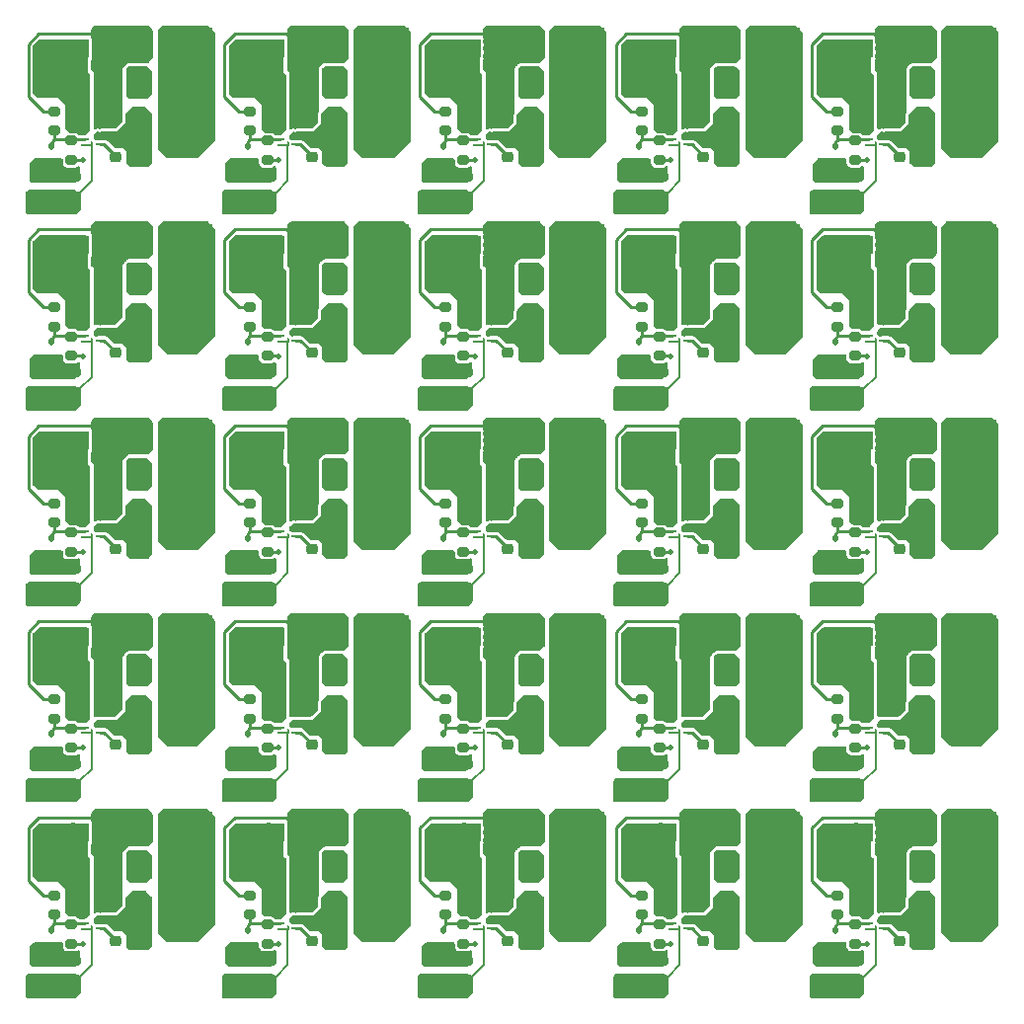
<source format=gtl>
G04 #@! TF.GenerationSoftware,KiCad,Pcbnew,7.0.9*
G04 #@! TF.CreationDate,2024-07-27T16:50:16+02:00*
G04 #@! TF.ProjectId,Nutzen,4e75747a-656e-42e6-9b69-6361645f7063,rev?*
G04 #@! TF.SameCoordinates,Original*
G04 #@! TF.FileFunction,Copper,L1,Top*
G04 #@! TF.FilePolarity,Positive*
%FSLAX46Y46*%
G04 Gerber Fmt 4.6, Leading zero omitted, Abs format (unit mm)*
G04 Created by KiCad (PCBNEW 7.0.9) date 2024-07-27 16:50:16*
%MOMM*%
%LPD*%
G01*
G04 APERTURE LIST*
G04 Aperture macros list*
%AMRoundRect*
0 Rectangle with rounded corners*
0 $1 Rounding radius*
0 $2 $3 $4 $5 $6 $7 $8 $9 X,Y pos of 4 corners*
0 Add a 4 corners polygon primitive as box body*
4,1,4,$2,$3,$4,$5,$6,$7,$8,$9,$2,$3,0*
0 Add four circle primitives for the rounded corners*
1,1,$1+$1,$2,$3*
1,1,$1+$1,$4,$5*
1,1,$1+$1,$6,$7*
1,1,$1+$1,$8,$9*
0 Add four rect primitives between the rounded corners*
20,1,$1+$1,$2,$3,$4,$5,0*
20,1,$1+$1,$4,$5,$6,$7,0*
20,1,$1+$1,$6,$7,$8,$9,0*
20,1,$1+$1,$8,$9,$2,$3,0*%
%AMFreePoly0*
4,1,17,0.485355,0.085355,0.500000,0.050000,0.500000,-0.050000,0.485355,-0.085355,0.450000,-0.100000,-0.300000,-0.100000,-0.300000,-0.250000,-0.314645,-0.285355,-0.350000,-0.300000,-0.450000,-0.300000,-0.485355,-0.285355,-0.500000,-0.250000,-0.500000,0.050000,-0.485355,0.085355,-0.450000,0.100000,0.450000,0.100000,0.485355,0.085355,0.485355,0.085355,$1*%
G04 Aperture macros list end*
G04 #@! TA.AperFunction,SMDPad,CuDef*
%ADD10RoundRect,0.200000X0.275000X-0.200000X0.275000X0.200000X-0.275000X0.200000X-0.275000X-0.200000X0*%
G04 #@! TD*
G04 #@! TA.AperFunction,ComponentPad*
%ADD11R,1.700000X1.700000*%
G04 #@! TD*
G04 #@! TA.AperFunction,SMDPad,CuDef*
%ADD12RoundRect,0.050000X0.300000X0.050000X-0.300000X0.050000X-0.300000X-0.050000X0.300000X-0.050000X0*%
G04 #@! TD*
G04 #@! TA.AperFunction,SMDPad,CuDef*
%ADD13RoundRect,0.050000X0.250000X0.050000X-0.250000X0.050000X-0.250000X-0.050000X0.250000X-0.050000X0*%
G04 #@! TD*
G04 #@! TA.AperFunction,SMDPad,CuDef*
%ADD14FreePoly0,180.000000*%
G04 #@! TD*
G04 #@! TA.AperFunction,SMDPad,CuDef*
%ADD15R,1.500000X4.000000*%
G04 #@! TD*
G04 #@! TA.AperFunction,SMDPad,CuDef*
%ADD16RoundRect,0.225000X0.250000X-0.225000X0.250000X0.225000X-0.250000X0.225000X-0.250000X-0.225000X0*%
G04 #@! TD*
G04 #@! TA.AperFunction,SMDPad,CuDef*
%ADD17RoundRect,0.093750X-0.093750X-0.106250X0.093750X-0.106250X0.093750X0.106250X-0.093750X0.106250X0*%
G04 #@! TD*
G04 #@! TA.AperFunction,SMDPad,CuDef*
%ADD18R,1.000000X1.600000*%
G04 #@! TD*
G04 #@! TA.AperFunction,SMDPad,CuDef*
%ADD19RoundRect,0.250000X-0.325000X-1.100000X0.325000X-1.100000X0.325000X1.100000X-0.325000X1.100000X0*%
G04 #@! TD*
G04 #@! TA.AperFunction,SMDPad,CuDef*
%ADD20RoundRect,0.112500X-0.112500X0.187500X-0.112500X-0.187500X0.112500X-0.187500X0.112500X0.187500X0*%
G04 #@! TD*
G04 #@! TA.AperFunction,SMDPad,CuDef*
%ADD21RoundRect,0.200000X-0.275000X0.200000X-0.275000X-0.200000X0.275000X-0.200000X0.275000X0.200000X0*%
G04 #@! TD*
G04 #@! TA.AperFunction,SMDPad,CuDef*
%ADD22RoundRect,0.225000X-0.225000X-0.250000X0.225000X-0.250000X0.225000X0.250000X-0.225000X0.250000X0*%
G04 #@! TD*
G04 #@! TA.AperFunction,ViaPad*
%ADD23C,0.500000*%
G04 #@! TD*
G04 #@! TA.AperFunction,Conductor*
%ADD24C,0.250000*%
G04 #@! TD*
G04 #@! TA.AperFunction,Conductor*
%ADD25C,0.200000*%
G04 #@! TD*
G04 APERTURE END LIST*
D10*
X98400000Y-63925000D03*
X98400000Y-62275000D03*
D11*
X159750000Y-50350000D03*
D12*
X150900000Y-93100000D03*
D13*
X150950000Y-92450000D03*
D12*
X150900000Y-91650000D03*
D13*
X149650000Y-91650000D03*
X149650000Y-92675000D03*
D14*
X149850000Y-93175000D03*
D15*
X120600000Y-92300000D03*
X124200000Y-92300000D03*
D12*
X100500000Y-109900000D03*
D13*
X100550000Y-109250000D03*
D12*
X100500000Y-108450000D03*
D13*
X99250000Y-108450000D03*
X99250000Y-109475000D03*
D14*
X99450000Y-109975000D03*
D11*
X126150000Y-67150000D03*
X109350000Y-83950000D03*
X95250000Y-114850000D03*
X128850000Y-64450000D03*
D16*
X152300000Y-94175000D03*
X152300000Y-92625000D03*
D17*
X131812500Y-33850000D03*
X131812500Y-34500000D03*
X131812500Y-35150000D03*
X133587500Y-35150000D03*
X133587500Y-34500000D03*
X133587500Y-33850000D03*
D18*
X132700000Y-34500000D03*
D10*
X115200000Y-47125000D03*
X115200000Y-45475000D03*
D19*
X153900000Y-54200000D03*
X156850000Y-54200000D03*
D12*
X83700000Y-93100000D03*
D13*
X83750000Y-92450000D03*
D12*
X83700000Y-91650000D03*
D13*
X82450000Y-91650000D03*
X82450000Y-92675000D03*
D14*
X82650000Y-93175000D03*
D10*
X98400000Y-47125000D03*
X98400000Y-45475000D03*
D19*
X132100000Y-54400000D03*
X135050000Y-54400000D03*
D15*
X87000000Y-109100000D03*
X90600000Y-109100000D03*
D20*
X130000000Y-110050000D03*
X130000000Y-112150000D03*
D10*
X81300000Y-111225000D03*
X81300000Y-109575000D03*
D15*
X87000000Y-41900000D03*
X90600000Y-41900000D03*
D11*
X142950000Y-83950000D03*
X142950000Y-50350000D03*
X92550000Y-83950000D03*
D19*
X103500000Y-71000000D03*
X106450000Y-71000000D03*
D21*
X79800000Y-39875000D03*
X79800000Y-41525000D03*
X79800000Y-107075000D03*
X79800000Y-108725000D03*
D11*
X126150000Y-83950000D03*
D10*
X114900000Y-60825000D03*
X114900000Y-59175000D03*
D21*
X147000000Y-90275000D03*
X147000000Y-91925000D03*
D12*
X117300000Y-59500000D03*
D13*
X117350000Y-58850000D03*
D12*
X117300000Y-58050000D03*
D13*
X116050000Y-58050000D03*
X116050000Y-59075000D03*
D14*
X116250000Y-59575000D03*
D11*
X142950000Y-67150000D03*
D15*
X87000000Y-92300000D03*
X90600000Y-92300000D03*
D12*
X117300000Y-76300000D03*
D13*
X117350000Y-75650000D03*
D12*
X117300000Y-74850000D03*
D13*
X116050000Y-74850000D03*
X116050000Y-75875000D03*
D14*
X116250000Y-76375000D03*
D11*
X128850000Y-47650000D03*
D16*
X118700000Y-94175000D03*
X118700000Y-92625000D03*
D10*
X81300000Y-60825000D03*
X81300000Y-59175000D03*
D21*
X79800000Y-56675000D03*
X79800000Y-58325000D03*
D12*
X100500000Y-93100000D03*
D13*
X100550000Y-92450000D03*
D12*
X100500000Y-91650000D03*
D13*
X99250000Y-91650000D03*
X99250000Y-92675000D03*
D14*
X99450000Y-93175000D03*
D21*
X147000000Y-73475000D03*
X147000000Y-75125000D03*
D11*
X78450000Y-98050000D03*
D20*
X79600000Y-93250000D03*
X79600000Y-95350000D03*
D10*
X148500000Y-94425000D03*
X148500000Y-92775000D03*
D12*
X150900000Y-109900000D03*
D13*
X150950000Y-109250000D03*
D12*
X150900000Y-108450000D03*
D13*
X149650000Y-108450000D03*
X149650000Y-109475000D03*
D14*
X149850000Y-109975000D03*
D17*
X115012500Y-50650000D03*
X115012500Y-51300000D03*
X115012500Y-51950000D03*
X116787500Y-51950000D03*
X116787500Y-51300000D03*
X116787500Y-50650000D03*
D18*
X115900000Y-51300000D03*
D19*
X98500000Y-104800000D03*
X101450000Y-104800000D03*
D17*
X148612500Y-33850000D03*
X148612500Y-34500000D03*
X148612500Y-35150000D03*
X150387500Y-35150000D03*
X150387500Y-34500000D03*
X150387500Y-33850000D03*
D18*
X149500000Y-34500000D03*
D19*
X137100000Y-37400000D03*
X140050000Y-37400000D03*
D11*
X92550000Y-33550000D03*
D16*
X152300000Y-110975000D03*
X152300000Y-109425000D03*
D22*
X149600000Y-56800000D03*
X151150000Y-56800000D03*
D11*
X145650000Y-64450000D03*
X145650000Y-47650000D03*
X95250000Y-47650000D03*
D17*
X81412500Y-84250000D03*
X81412500Y-84900000D03*
X81412500Y-85550000D03*
X83187500Y-85550000D03*
X83187500Y-84900000D03*
X83187500Y-84250000D03*
D18*
X82300000Y-84900000D03*
D19*
X81700000Y-54400000D03*
X84650000Y-54400000D03*
D17*
X115012500Y-33850000D03*
X115012500Y-34500000D03*
X115012500Y-35150000D03*
X116787500Y-35150000D03*
X116787500Y-34500000D03*
X116787500Y-33850000D03*
D18*
X115900000Y-34500000D03*
D11*
X109350000Y-100750000D03*
D16*
X152300000Y-43775000D03*
X152300000Y-42225000D03*
D19*
X137100000Y-71000000D03*
X140050000Y-71000000D03*
D15*
X137400000Y-75500000D03*
X141000000Y-75500000D03*
X120600000Y-58700000D03*
X124200000Y-58700000D03*
D10*
X115200000Y-63925000D03*
X115200000Y-62275000D03*
D11*
X128850000Y-81250000D03*
D20*
X113200000Y-110050000D03*
X113200000Y-112150000D03*
X113200000Y-76450000D03*
X113200000Y-78550000D03*
D21*
X113400000Y-56675000D03*
X113400000Y-58325000D03*
D15*
X120600000Y-109100000D03*
X124200000Y-109100000D03*
D22*
X149600000Y-90400000D03*
X151150000Y-90400000D03*
D17*
X131812500Y-101050000D03*
X131812500Y-101700000D03*
X131812500Y-102350000D03*
X133587500Y-102350000D03*
X133587500Y-101700000D03*
X133587500Y-101050000D03*
D18*
X132700000Y-101700000D03*
D10*
X114900000Y-77625000D03*
X114900000Y-75975000D03*
X81600000Y-63925000D03*
X81600000Y-62275000D03*
D12*
X150900000Y-59500000D03*
D13*
X150950000Y-58850000D03*
D12*
X150900000Y-58050000D03*
D13*
X149650000Y-58050000D03*
X149650000Y-59075000D03*
D14*
X149850000Y-59575000D03*
D20*
X79600000Y-110050000D03*
X79600000Y-112150000D03*
D12*
X134100000Y-93100000D03*
D13*
X134150000Y-92450000D03*
D12*
X134100000Y-91650000D03*
D13*
X132850000Y-91650000D03*
X132850000Y-92675000D03*
D14*
X133050000Y-93175000D03*
D10*
X81300000Y-77625000D03*
X81300000Y-75975000D03*
D17*
X115012500Y-67450000D03*
X115012500Y-68100000D03*
X115012500Y-68750000D03*
X116787500Y-68750000D03*
X116787500Y-68100000D03*
X116787500Y-67450000D03*
D18*
X115900000Y-68100000D03*
D19*
X103500000Y-37400000D03*
X106450000Y-37400000D03*
D17*
X131812500Y-67450000D03*
X131812500Y-68100000D03*
X131812500Y-68750000D03*
X133587500Y-68750000D03*
X133587500Y-68100000D03*
X133587500Y-67450000D03*
D18*
X132700000Y-68100000D03*
D10*
X148800000Y-47125000D03*
X148800000Y-45475000D03*
D16*
X85100000Y-110975000D03*
X85100000Y-109425000D03*
D10*
X132000000Y-114325000D03*
X132000000Y-112675000D03*
X132000000Y-97525000D03*
X132000000Y-95875000D03*
D17*
X81412500Y-33850000D03*
X81412500Y-34500000D03*
X81412500Y-35150000D03*
X83187500Y-35150000D03*
X83187500Y-34500000D03*
X83187500Y-33850000D03*
D18*
X82300000Y-34500000D03*
D10*
X131700000Y-44025000D03*
X131700000Y-42375000D03*
D22*
X149600000Y-40000000D03*
X151150000Y-40000000D03*
D11*
X92550000Y-67150000D03*
D12*
X100500000Y-76300000D03*
D13*
X100550000Y-75650000D03*
D12*
X100500000Y-74850000D03*
D13*
X99250000Y-74850000D03*
X99250000Y-75875000D03*
D14*
X99450000Y-76375000D03*
D15*
X137400000Y-92300000D03*
X141000000Y-92300000D03*
D11*
X112050000Y-47650000D03*
D19*
X98500000Y-71200000D03*
X101450000Y-71200000D03*
D20*
X113200000Y-59650000D03*
X113200000Y-61750000D03*
D19*
X120300000Y-54200000D03*
X123250000Y-54200000D03*
D20*
X96400000Y-59650000D03*
X96400000Y-61750000D03*
D11*
X145650000Y-81250000D03*
D21*
X96600000Y-90275000D03*
X96600000Y-91925000D03*
D12*
X83700000Y-76300000D03*
D13*
X83750000Y-75650000D03*
D12*
X83700000Y-74850000D03*
D13*
X82450000Y-74850000D03*
X82450000Y-75875000D03*
D14*
X82650000Y-76375000D03*
D12*
X134100000Y-76300000D03*
D13*
X134150000Y-75650000D03*
D12*
X134100000Y-74850000D03*
D13*
X132850000Y-74850000D03*
X132850000Y-75875000D03*
D14*
X133050000Y-76375000D03*
D17*
X98212500Y-33850000D03*
X98212500Y-34500000D03*
X98212500Y-35150000D03*
X99987500Y-35150000D03*
X99987500Y-34500000D03*
X99987500Y-33850000D03*
D18*
X99100000Y-34500000D03*
D15*
X137400000Y-109100000D03*
X141000000Y-109100000D03*
D12*
X83700000Y-42700000D03*
D13*
X83750000Y-42050000D03*
D12*
X83700000Y-41250000D03*
D13*
X82450000Y-41250000D03*
X82450000Y-42275000D03*
D14*
X82650000Y-42775000D03*
D16*
X85100000Y-43775000D03*
X85100000Y-42225000D03*
D15*
X103800000Y-58700000D03*
X107400000Y-58700000D03*
D10*
X131700000Y-77625000D03*
X131700000Y-75975000D03*
D19*
X137100000Y-54200000D03*
X140050000Y-54200000D03*
X148900000Y-54400000D03*
X151850000Y-54400000D03*
D10*
X98100000Y-60825000D03*
X98100000Y-59175000D03*
D12*
X100500000Y-59500000D03*
D13*
X100550000Y-58850000D03*
D12*
X100500000Y-58050000D03*
D13*
X99250000Y-58050000D03*
X99250000Y-59075000D03*
D14*
X99450000Y-59575000D03*
D22*
X82400000Y-107200000D03*
X83950000Y-107200000D03*
D19*
X81700000Y-104800000D03*
X84650000Y-104800000D03*
D21*
X147000000Y-56675000D03*
X147000000Y-58325000D03*
D22*
X132800000Y-40000000D03*
X134350000Y-40000000D03*
D20*
X130000000Y-93250000D03*
X130000000Y-95350000D03*
D22*
X132800000Y-107200000D03*
X134350000Y-107200000D03*
D19*
X86700000Y-54200000D03*
X89650000Y-54200000D03*
D10*
X98100000Y-111225000D03*
X98100000Y-109575000D03*
D11*
X92550000Y-50350000D03*
D15*
X137400000Y-41900000D03*
X141000000Y-41900000D03*
D19*
X148900000Y-104800000D03*
X151850000Y-104800000D03*
D10*
X81300000Y-94425000D03*
X81300000Y-92775000D03*
X132000000Y-80725000D03*
X132000000Y-79075000D03*
D17*
X148612500Y-50650000D03*
X148612500Y-51300000D03*
X148612500Y-51950000D03*
X150387500Y-51950000D03*
X150387500Y-51300000D03*
X150387500Y-50650000D03*
D18*
X149500000Y-51300000D03*
D22*
X82400000Y-56800000D03*
X83950000Y-56800000D03*
D19*
X115300000Y-37600000D03*
X118250000Y-37600000D03*
D17*
X98212500Y-101050000D03*
X98212500Y-101700000D03*
X98212500Y-102350000D03*
X99987500Y-102350000D03*
X99987500Y-101700000D03*
X99987500Y-101050000D03*
D18*
X99100000Y-101700000D03*
D17*
X98212500Y-50650000D03*
X98212500Y-51300000D03*
X98212500Y-51950000D03*
X99987500Y-51950000D03*
X99987500Y-51300000D03*
X99987500Y-50650000D03*
D18*
X99100000Y-51300000D03*
D19*
X120300000Y-37400000D03*
X123250000Y-37400000D03*
D15*
X154200000Y-75500000D03*
X157800000Y-75500000D03*
D16*
X118700000Y-60575000D03*
X118700000Y-59025000D03*
D10*
X115200000Y-97525000D03*
X115200000Y-95875000D03*
D21*
X96600000Y-73475000D03*
X96600000Y-75125000D03*
D11*
X159750000Y-83950000D03*
D16*
X152300000Y-77375000D03*
X152300000Y-75825000D03*
D20*
X130000000Y-59650000D03*
X130000000Y-61750000D03*
D11*
X109350000Y-33550000D03*
D22*
X116000000Y-40000000D03*
X117550000Y-40000000D03*
D10*
X81300000Y-44025000D03*
X81300000Y-42375000D03*
X81600000Y-97525000D03*
X81600000Y-95875000D03*
D15*
X87000000Y-58700000D03*
X90600000Y-58700000D03*
D19*
X120300000Y-87800000D03*
X123250000Y-87800000D03*
D12*
X150900000Y-76300000D03*
D13*
X150950000Y-75650000D03*
D12*
X150900000Y-74850000D03*
D13*
X149650000Y-74850000D03*
X149650000Y-75875000D03*
D14*
X149850000Y-76375000D03*
D19*
X103500000Y-87800000D03*
X106450000Y-87800000D03*
D10*
X114900000Y-94425000D03*
X114900000Y-92775000D03*
D15*
X137400000Y-58700000D03*
X141000000Y-58700000D03*
X154200000Y-109100000D03*
X157800000Y-109100000D03*
D10*
X148500000Y-60825000D03*
X148500000Y-59175000D03*
D17*
X81412500Y-101050000D03*
X81412500Y-101700000D03*
X81412500Y-102350000D03*
X83187500Y-102350000D03*
X83187500Y-101700000D03*
X83187500Y-101050000D03*
D18*
X82300000Y-101700000D03*
D16*
X135500000Y-77375000D03*
X135500000Y-75825000D03*
D21*
X130200000Y-90275000D03*
X130200000Y-91925000D03*
D10*
X148500000Y-44025000D03*
X148500000Y-42375000D03*
D21*
X147000000Y-107075000D03*
X147000000Y-108725000D03*
D19*
X137100000Y-87800000D03*
X140050000Y-87800000D03*
X86700000Y-71000000D03*
X89650000Y-71000000D03*
D21*
X130200000Y-73475000D03*
X130200000Y-75125000D03*
D16*
X101900000Y-77375000D03*
X101900000Y-75825000D03*
D10*
X148500000Y-77625000D03*
X148500000Y-75975000D03*
D22*
X82400000Y-73600000D03*
X83950000Y-73600000D03*
D16*
X101900000Y-110975000D03*
X101900000Y-109425000D03*
D11*
X112050000Y-64450000D03*
D10*
X148500000Y-111225000D03*
X148500000Y-109575000D03*
D12*
X117300000Y-42700000D03*
D13*
X117350000Y-42050000D03*
D12*
X117300000Y-41250000D03*
D13*
X116050000Y-41250000D03*
X116050000Y-42275000D03*
D14*
X116250000Y-42775000D03*
D21*
X96600000Y-39875000D03*
X96600000Y-41525000D03*
D17*
X81412500Y-67450000D03*
X81412500Y-68100000D03*
X81412500Y-68750000D03*
X83187500Y-68750000D03*
X83187500Y-68100000D03*
X83187500Y-67450000D03*
D18*
X82300000Y-68100000D03*
D19*
X115300000Y-88000000D03*
X118250000Y-88000000D03*
D12*
X117300000Y-93100000D03*
D13*
X117350000Y-92450000D03*
D12*
X117300000Y-91650000D03*
D13*
X116050000Y-91650000D03*
X116050000Y-92675000D03*
D14*
X116250000Y-93175000D03*
D10*
X98400000Y-80725000D03*
X98400000Y-79075000D03*
D16*
X101900000Y-60575000D03*
X101900000Y-59025000D03*
D10*
X98100000Y-77625000D03*
X98100000Y-75975000D03*
D19*
X120300000Y-104600000D03*
X123250000Y-104600000D03*
D11*
X159750000Y-67150000D03*
D19*
X115300000Y-71200000D03*
X118250000Y-71200000D03*
D10*
X81600000Y-47125000D03*
X81600000Y-45475000D03*
D12*
X83700000Y-109900000D03*
D13*
X83750000Y-109250000D03*
D12*
X83700000Y-108450000D03*
D13*
X82450000Y-108450000D03*
X82450000Y-109475000D03*
D14*
X82650000Y-109975000D03*
D19*
X81700000Y-71200000D03*
X84650000Y-71200000D03*
D11*
X126150000Y-50350000D03*
D15*
X154200000Y-41900000D03*
X157800000Y-41900000D03*
D10*
X131700000Y-94425000D03*
X131700000Y-92775000D03*
D11*
X112050000Y-114850000D03*
D19*
X153900000Y-37400000D03*
X156850000Y-37400000D03*
X137100000Y-104600000D03*
X140050000Y-104600000D03*
D10*
X98100000Y-94425000D03*
X98100000Y-92775000D03*
D11*
X128850000Y-98050000D03*
D19*
X120300000Y-71000000D03*
X123250000Y-71000000D03*
D12*
X134100000Y-42700000D03*
D13*
X134150000Y-42050000D03*
D12*
X134100000Y-41250000D03*
D13*
X132850000Y-41250000D03*
X132850000Y-42275000D03*
D14*
X133050000Y-42775000D03*
D11*
X126150000Y-33550000D03*
D21*
X96600000Y-107075000D03*
X96600000Y-108725000D03*
D19*
X103500000Y-104600000D03*
X106450000Y-104600000D03*
D15*
X103800000Y-109100000D03*
X107400000Y-109100000D03*
D20*
X79600000Y-59650000D03*
X79600000Y-61750000D03*
X113200000Y-93250000D03*
X113200000Y-95350000D03*
D19*
X148900000Y-88000000D03*
X151850000Y-88000000D03*
D22*
X116000000Y-73600000D03*
X117550000Y-73600000D03*
D19*
X115300000Y-54400000D03*
X118250000Y-54400000D03*
D16*
X101900000Y-94175000D03*
X101900000Y-92625000D03*
D10*
X132000000Y-47125000D03*
X132000000Y-45475000D03*
D17*
X98212500Y-84250000D03*
X98212500Y-84900000D03*
X98212500Y-85550000D03*
X99987500Y-85550000D03*
X99987500Y-84900000D03*
X99987500Y-84250000D03*
D18*
X99100000Y-84900000D03*
D19*
X148900000Y-37600000D03*
X151850000Y-37600000D03*
D11*
X145650000Y-114850000D03*
D21*
X130200000Y-56675000D03*
X130200000Y-58325000D03*
D17*
X131812500Y-50650000D03*
X131812500Y-51300000D03*
X131812500Y-51950000D03*
X133587500Y-51950000D03*
X133587500Y-51300000D03*
X133587500Y-50650000D03*
D18*
X132700000Y-51300000D03*
D22*
X99200000Y-73600000D03*
X100750000Y-73600000D03*
D11*
X142950000Y-100750000D03*
D19*
X81700000Y-37600000D03*
X84650000Y-37600000D03*
D17*
X148612500Y-84250000D03*
X148612500Y-84900000D03*
X148612500Y-85550000D03*
X150387500Y-85550000D03*
X150387500Y-84900000D03*
X150387500Y-84250000D03*
D18*
X149500000Y-84900000D03*
D11*
X95250000Y-98050000D03*
D16*
X135500000Y-94175000D03*
X135500000Y-92625000D03*
D22*
X132800000Y-56800000D03*
X134350000Y-56800000D03*
X116000000Y-107200000D03*
X117550000Y-107200000D03*
D15*
X154200000Y-92300000D03*
X157800000Y-92300000D03*
D21*
X130200000Y-107075000D03*
X130200000Y-108725000D03*
D10*
X114900000Y-111225000D03*
X114900000Y-109575000D03*
D20*
X96400000Y-76450000D03*
X96400000Y-78550000D03*
D11*
X109350000Y-50350000D03*
D20*
X113200000Y-42850000D03*
X113200000Y-44950000D03*
D12*
X117300000Y-109900000D03*
D13*
X117350000Y-109250000D03*
D12*
X117300000Y-108450000D03*
D13*
X116050000Y-108450000D03*
X116050000Y-109475000D03*
D14*
X116250000Y-109975000D03*
D11*
X92550000Y-100750000D03*
D10*
X98400000Y-97525000D03*
X98400000Y-95875000D03*
D17*
X115012500Y-84250000D03*
X115012500Y-84900000D03*
X115012500Y-85550000D03*
X116787500Y-85550000D03*
X116787500Y-84900000D03*
X116787500Y-84250000D03*
D18*
X115900000Y-84900000D03*
D17*
X115012500Y-101050000D03*
X115012500Y-101700000D03*
X115012500Y-102350000D03*
X116787500Y-102350000D03*
X116787500Y-101700000D03*
X116787500Y-101050000D03*
D18*
X115900000Y-101700000D03*
D22*
X99200000Y-40000000D03*
X100750000Y-40000000D03*
D12*
X134100000Y-59500000D03*
D13*
X134150000Y-58850000D03*
D12*
X134100000Y-58050000D03*
D13*
X132850000Y-58050000D03*
X132850000Y-59075000D03*
D14*
X133050000Y-59575000D03*
D20*
X146800000Y-59650000D03*
X146800000Y-61750000D03*
D16*
X85100000Y-94175000D03*
X85100000Y-92625000D03*
D20*
X96400000Y-93250000D03*
X96400000Y-95350000D03*
D16*
X152300000Y-60575000D03*
X152300000Y-59025000D03*
D21*
X113400000Y-73475000D03*
X113400000Y-75125000D03*
D22*
X82400000Y-40000000D03*
X83950000Y-40000000D03*
D11*
X95250000Y-64450000D03*
D22*
X116000000Y-90400000D03*
X117550000Y-90400000D03*
D20*
X130000000Y-76450000D03*
X130000000Y-78550000D03*
D19*
X153900000Y-104600000D03*
X156850000Y-104600000D03*
D17*
X148612500Y-101050000D03*
X148612500Y-101700000D03*
X148612500Y-102350000D03*
X150387500Y-102350000D03*
X150387500Y-101700000D03*
X150387500Y-101050000D03*
D18*
X149500000Y-101700000D03*
D22*
X132800000Y-73600000D03*
X134350000Y-73600000D03*
D10*
X98100000Y-44025000D03*
X98100000Y-42375000D03*
D11*
X145650000Y-98050000D03*
D10*
X148800000Y-80725000D03*
X148800000Y-79075000D03*
D16*
X85100000Y-77375000D03*
X85100000Y-75825000D03*
X85100000Y-60575000D03*
X85100000Y-59025000D03*
D21*
X79800000Y-73475000D03*
X79800000Y-75125000D03*
D11*
X126150000Y-100750000D03*
D19*
X148900000Y-71200000D03*
X151850000Y-71200000D03*
D20*
X146800000Y-110050000D03*
X146800000Y-112150000D03*
D19*
X98500000Y-37600000D03*
X101450000Y-37600000D03*
D17*
X131812500Y-84250000D03*
X131812500Y-84900000D03*
X131812500Y-85550000D03*
X133587500Y-85550000D03*
X133587500Y-84900000D03*
X133587500Y-84250000D03*
D18*
X132700000Y-84900000D03*
D10*
X98400000Y-114325000D03*
X98400000Y-112675000D03*
D15*
X87000000Y-75500000D03*
X90600000Y-75500000D03*
D16*
X101900000Y-43775000D03*
X101900000Y-42225000D03*
D10*
X148800000Y-97525000D03*
X148800000Y-95875000D03*
X148800000Y-114325000D03*
X148800000Y-112675000D03*
D11*
X78450000Y-114850000D03*
D21*
X130200000Y-39875000D03*
X130200000Y-41525000D03*
D20*
X96400000Y-110050000D03*
X96400000Y-112150000D03*
D21*
X113400000Y-39875000D03*
X113400000Y-41525000D03*
D19*
X103500000Y-54200000D03*
X106450000Y-54200000D03*
D10*
X114900000Y-44025000D03*
X114900000Y-42375000D03*
D20*
X146800000Y-76450000D03*
X146800000Y-78550000D03*
X79600000Y-42850000D03*
X79600000Y-44950000D03*
D19*
X132100000Y-71200000D03*
X135050000Y-71200000D03*
D11*
X128850000Y-114850000D03*
X78450000Y-47650000D03*
D12*
X134100000Y-109900000D03*
D13*
X134150000Y-109250000D03*
D12*
X134100000Y-108450000D03*
D13*
X132850000Y-108450000D03*
X132850000Y-109475000D03*
D14*
X133050000Y-109975000D03*
D15*
X103800000Y-92300000D03*
X107400000Y-92300000D03*
X120600000Y-75500000D03*
X124200000Y-75500000D03*
D20*
X146800000Y-93250000D03*
X146800000Y-95350000D03*
D11*
X95250000Y-81250000D03*
D17*
X81412500Y-50650000D03*
X81412500Y-51300000D03*
X81412500Y-51950000D03*
X83187500Y-51950000D03*
X83187500Y-51300000D03*
X83187500Y-50650000D03*
D18*
X82300000Y-51300000D03*
D22*
X116000000Y-56800000D03*
X117550000Y-56800000D03*
D10*
X81600000Y-80725000D03*
X81600000Y-79075000D03*
D11*
X159750000Y-100750000D03*
D20*
X146800000Y-42850000D03*
X146800000Y-44950000D03*
D11*
X142950000Y-33550000D03*
D15*
X103800000Y-75500000D03*
X107400000Y-75500000D03*
D19*
X81700000Y-88000000D03*
X84650000Y-88000000D03*
D20*
X79600000Y-76450000D03*
X79600000Y-78550000D03*
D21*
X79800000Y-90275000D03*
X79800000Y-91925000D03*
D10*
X131700000Y-60825000D03*
X131700000Y-59175000D03*
D22*
X149600000Y-73600000D03*
X151150000Y-73600000D03*
D12*
X150900000Y-42700000D03*
D13*
X150950000Y-42050000D03*
D12*
X150900000Y-41250000D03*
D13*
X149650000Y-41250000D03*
X149650000Y-42275000D03*
D14*
X149850000Y-42775000D03*
D19*
X86700000Y-87800000D03*
X89650000Y-87800000D03*
D21*
X96600000Y-56675000D03*
X96600000Y-58325000D03*
D19*
X132100000Y-88000000D03*
X135050000Y-88000000D03*
D10*
X131700000Y-111225000D03*
X131700000Y-109575000D03*
D16*
X118700000Y-110975000D03*
X118700000Y-109425000D03*
X135500000Y-60575000D03*
X135500000Y-59025000D03*
D22*
X99200000Y-56800000D03*
X100750000Y-56800000D03*
D15*
X120600000Y-41900000D03*
X124200000Y-41900000D03*
D19*
X86700000Y-37400000D03*
X89650000Y-37400000D03*
D11*
X109350000Y-67150000D03*
D16*
X135500000Y-110975000D03*
X135500000Y-109425000D03*
D11*
X78450000Y-81250000D03*
D22*
X99200000Y-90400000D03*
X100750000Y-90400000D03*
X149600000Y-107200000D03*
X151150000Y-107200000D03*
D16*
X118700000Y-77375000D03*
X118700000Y-75825000D03*
D11*
X112050000Y-81250000D03*
D19*
X132100000Y-104800000D03*
X135050000Y-104800000D03*
D17*
X98212500Y-67450000D03*
X98212500Y-68100000D03*
X98212500Y-68750000D03*
X99987500Y-68750000D03*
X99987500Y-68100000D03*
X99987500Y-67450000D03*
D18*
X99100000Y-68100000D03*
D19*
X98500000Y-54400000D03*
X101450000Y-54400000D03*
D22*
X99200000Y-107200000D03*
X100750000Y-107200000D03*
D16*
X118700000Y-43775000D03*
X118700000Y-42225000D03*
D21*
X113400000Y-90275000D03*
X113400000Y-91925000D03*
X147000000Y-39875000D03*
X147000000Y-41525000D03*
D20*
X130000000Y-42850000D03*
X130000000Y-44950000D03*
D11*
X159750000Y-33550000D03*
D19*
X98500000Y-88000000D03*
X101450000Y-88000000D03*
D12*
X83700000Y-59500000D03*
D13*
X83750000Y-58850000D03*
D12*
X83700000Y-58050000D03*
D13*
X82450000Y-58050000D03*
X82450000Y-59075000D03*
D14*
X82650000Y-59575000D03*
D19*
X115300000Y-104800000D03*
X118250000Y-104800000D03*
D22*
X82400000Y-90400000D03*
X83950000Y-90400000D03*
D20*
X96400000Y-42850000D03*
X96400000Y-44950000D03*
D19*
X153900000Y-87800000D03*
X156850000Y-87800000D03*
D11*
X78450000Y-64450000D03*
D19*
X86700000Y-104600000D03*
X89650000Y-104600000D03*
D11*
X112050000Y-98050000D03*
D10*
X148800000Y-63925000D03*
X148800000Y-62275000D03*
D17*
X148612500Y-67450000D03*
X148612500Y-68100000D03*
X148612500Y-68750000D03*
X150387500Y-68750000D03*
X150387500Y-68100000D03*
X150387500Y-67450000D03*
D18*
X149500000Y-68100000D03*
D10*
X115200000Y-114325000D03*
X115200000Y-112675000D03*
D19*
X132100000Y-37600000D03*
X135050000Y-37600000D03*
D12*
X100500000Y-42700000D03*
D13*
X100550000Y-42050000D03*
D12*
X100500000Y-41250000D03*
D13*
X99250000Y-41250000D03*
X99250000Y-42275000D03*
D14*
X99450000Y-42775000D03*
D21*
X113400000Y-107075000D03*
X113400000Y-108725000D03*
D19*
X153900000Y-71000000D03*
X156850000Y-71000000D03*
D15*
X154200000Y-58700000D03*
X157800000Y-58700000D03*
D10*
X81600000Y-114325000D03*
X81600000Y-112675000D03*
D16*
X135500000Y-43775000D03*
X135500000Y-42225000D03*
D10*
X115200000Y-80725000D03*
X115200000Y-79075000D03*
X132000000Y-63925000D03*
X132000000Y-62275000D03*
D22*
X132800000Y-90400000D03*
X134350000Y-90400000D03*
D15*
X103800000Y-41900000D03*
X107400000Y-41900000D03*
D23*
X133000000Y-37500000D03*
X133000000Y-89100000D03*
X112600000Y-112900000D03*
X149800000Y-38700000D03*
X99400000Y-71100000D03*
X97400000Y-38300000D03*
X155000000Y-103700000D03*
X82600000Y-71700000D03*
X97400000Y-50900000D03*
X148400000Y-58100000D03*
X113250000Y-45700000D03*
X87800000Y-71300000D03*
X96450000Y-45700000D03*
X131500000Y-91000000D03*
X155000000Y-70700000D03*
X79650000Y-96100000D03*
X131600000Y-108500000D03*
X99400000Y-70500000D03*
X95800000Y-79300000D03*
X149800000Y-89100000D03*
X149800000Y-72300000D03*
X148300000Y-107800000D03*
X114200000Y-84500000D03*
X116200000Y-105900000D03*
X81100000Y-91000000D03*
X80600000Y-38300000D03*
X112100000Y-71800000D03*
X128900000Y-67800000D03*
X131500000Y-89900000D03*
X115400000Y-108500000D03*
X82600000Y-104100000D03*
X80600000Y-101300000D03*
X147800000Y-38300000D03*
X148100000Y-45700000D03*
X79000000Y-62500000D03*
X121400000Y-37700000D03*
X78500000Y-71800000D03*
X121400000Y-54500000D03*
X138200000Y-86900000D03*
X79650000Y-112900000D03*
X155000000Y-88100000D03*
X104600000Y-70700000D03*
X131600000Y-41300000D03*
X95300000Y-34200000D03*
X133000000Y-88500000D03*
X128900000Y-88600000D03*
X98600000Y-91700000D03*
X148300000Y-56300000D03*
X145700000Y-38200000D03*
X114800000Y-58100000D03*
X97700000Y-79300000D03*
X148400000Y-74900000D03*
X104600000Y-105500000D03*
X82600000Y-72300000D03*
X145700000Y-84600000D03*
X113900000Y-96100000D03*
X99400000Y-37500000D03*
X87800000Y-105500000D03*
X81100000Y-40600000D03*
X149800000Y-71100000D03*
X116200000Y-71100000D03*
X131600000Y-74900000D03*
X115400000Y-41300000D03*
X116200000Y-37500000D03*
X104600000Y-87500000D03*
X87800000Y-103700000D03*
X130050000Y-96100000D03*
X147800000Y-71900000D03*
X147800000Y-84500000D03*
X97900000Y-74200000D03*
X147800000Y-88700000D03*
X87800000Y-38300000D03*
X82600000Y-88500000D03*
X131500000Y-40600000D03*
X131500000Y-73100000D03*
X116200000Y-70500000D03*
X114500000Y-96100000D03*
X116200000Y-53700000D03*
X98000000Y-58100000D03*
X97900000Y-106700000D03*
X95800000Y-112900000D03*
X114200000Y-50900000D03*
X115400000Y-58100000D03*
X79650000Y-62500000D03*
X97700000Y-45700000D03*
X155000000Y-55100000D03*
X148300000Y-57400000D03*
X146850000Y-79300000D03*
X80300000Y-112900000D03*
X104600000Y-38300000D03*
X78500000Y-84600000D03*
X114700000Y-74200000D03*
X138200000Y-70100000D03*
X138200000Y-105500000D03*
X112100000Y-34200000D03*
X97900000Y-39500000D03*
X131300000Y-112900000D03*
X116200000Y-104700000D03*
X147800000Y-55100000D03*
X112100000Y-105400000D03*
X114800000Y-108500000D03*
X149000000Y-91700000D03*
X95300000Y-67800000D03*
X138200000Y-38300000D03*
X97100000Y-112900000D03*
X82600000Y-89100000D03*
X80900000Y-96100000D03*
X138200000Y-71300000D03*
X114700000Y-107800000D03*
X155000000Y-54500000D03*
X97400000Y-55100000D03*
X104600000Y-86900000D03*
X104600000Y-88100000D03*
X97900000Y-89900000D03*
X99400000Y-36900000D03*
X128900000Y-84600000D03*
X104600000Y-53300000D03*
X114500000Y-45700000D03*
X131000000Y-71900000D03*
X133000000Y-104700000D03*
X133000000Y-36900000D03*
X80600000Y-50900000D03*
X114700000Y-57400000D03*
X78500000Y-88600000D03*
X131000000Y-50900000D03*
X104600000Y-70100000D03*
X147500000Y-62500000D03*
X82600000Y-53700000D03*
X148300000Y-73100000D03*
X147500000Y-112900000D03*
X155000000Y-104900000D03*
X97900000Y-57400000D03*
X138200000Y-53300000D03*
X138200000Y-53900000D03*
X79650000Y-45700000D03*
X146850000Y-45700000D03*
X95300000Y-105400000D03*
X87800000Y-104900000D03*
X130700000Y-112900000D03*
X97900000Y-107800000D03*
X98000000Y-74900000D03*
X112600000Y-96100000D03*
X121400000Y-36500000D03*
X81100000Y-74200000D03*
X149800000Y-54300000D03*
X147800000Y-105500000D03*
X113900000Y-45700000D03*
X129400000Y-96100000D03*
X131300000Y-79300000D03*
X130700000Y-96100000D03*
X114200000Y-71900000D03*
X80600000Y-55100000D03*
X81100000Y-56300000D03*
X97400000Y-71900000D03*
X138200000Y-88700000D03*
X146200000Y-96100000D03*
X114200000Y-34100000D03*
X104600000Y-55100000D03*
X82600000Y-36900000D03*
X149800000Y-54900000D03*
X138200000Y-88100000D03*
X80600000Y-105500000D03*
X116200000Y-72300000D03*
X97100000Y-45700000D03*
X130050000Y-112900000D03*
X155000000Y-88700000D03*
X82600000Y-87300000D03*
X97900000Y-73100000D03*
X78500000Y-105400000D03*
X138200000Y-37700000D03*
X155000000Y-37100000D03*
X80600000Y-67700000D03*
X121400000Y-86900000D03*
X104600000Y-36500000D03*
X97100000Y-79300000D03*
X113250000Y-112900000D03*
X148100000Y-96100000D03*
X97100000Y-96100000D03*
X147800000Y-101300000D03*
X116200000Y-54300000D03*
X97700000Y-62500000D03*
X78500000Y-67800000D03*
X80600000Y-84500000D03*
X97400000Y-88700000D03*
X82600000Y-37500000D03*
X95300000Y-51000000D03*
X95300000Y-71800000D03*
X81800000Y-108500000D03*
X148100000Y-112900000D03*
X116200000Y-38700000D03*
X114800000Y-41300000D03*
X78500000Y-101400000D03*
X112600000Y-62500000D03*
X95800000Y-62500000D03*
X146850000Y-96100000D03*
X133000000Y-104100000D03*
X87800000Y-53900000D03*
X116200000Y-88500000D03*
X81200000Y-58100000D03*
X99400000Y-105900000D03*
X87800000Y-55100000D03*
X131300000Y-45700000D03*
X104600000Y-37100000D03*
X97700000Y-96100000D03*
X82600000Y-105300000D03*
X130700000Y-62500000D03*
X98600000Y-74900000D03*
X98600000Y-41300000D03*
X81100000Y-106700000D03*
X112100000Y-51000000D03*
X113250000Y-79300000D03*
X149800000Y-88500000D03*
X104600000Y-103700000D03*
X146850000Y-62500000D03*
X145700000Y-101400000D03*
X99400000Y-87300000D03*
X114200000Y-55100000D03*
X87800000Y-36500000D03*
X82600000Y-105900000D03*
X145700000Y-71800000D03*
X128900000Y-71800000D03*
X87800000Y-87500000D03*
X148300000Y-39500000D03*
X147500000Y-79300000D03*
X99400000Y-105300000D03*
X129400000Y-79300000D03*
X133000000Y-105300000D03*
X81800000Y-58100000D03*
X97900000Y-91000000D03*
X82600000Y-87900000D03*
X87800000Y-71900000D03*
X121400000Y-87500000D03*
X79650000Y-79300000D03*
X146200000Y-79300000D03*
X81200000Y-41300000D03*
X114700000Y-56300000D03*
X146850000Y-112900000D03*
X82600000Y-54900000D03*
X129400000Y-45700000D03*
X131300000Y-62500000D03*
X133000000Y-38100000D03*
X81100000Y-73100000D03*
X138200000Y-71900000D03*
X149800000Y-55500000D03*
X149800000Y-37500000D03*
X81800000Y-91700000D03*
X121400000Y-88700000D03*
X78500000Y-34200000D03*
X138200000Y-70700000D03*
X104600000Y-104300000D03*
X97700000Y-112900000D03*
X80900000Y-62500000D03*
X81100000Y-57400000D03*
X97900000Y-56300000D03*
X149800000Y-70500000D03*
X149800000Y-104100000D03*
X130700000Y-79300000D03*
X131000000Y-88700000D03*
X81200000Y-108500000D03*
X87800000Y-104300000D03*
X147500000Y-96100000D03*
X128900000Y-51000000D03*
X145700000Y-67800000D03*
X132200000Y-74900000D03*
X113900000Y-62500000D03*
X121400000Y-71300000D03*
X95300000Y-38200000D03*
X116200000Y-36900000D03*
X104600000Y-53900000D03*
X138200000Y-104900000D03*
X104600000Y-37700000D03*
X131000000Y-101300000D03*
X97400000Y-34100000D03*
X148100000Y-79300000D03*
X78500000Y-55000000D03*
X146200000Y-62500000D03*
X114700000Y-40600000D03*
X138200000Y-103700000D03*
X148400000Y-108500000D03*
X133000000Y-53700000D03*
X149000000Y-74900000D03*
X80300000Y-96100000D03*
X99400000Y-88500000D03*
X78500000Y-38200000D03*
X132200000Y-108500000D03*
X112100000Y-67800000D03*
X147800000Y-67700000D03*
X131500000Y-74200000D03*
X145700000Y-51000000D03*
X138200000Y-87500000D03*
X114200000Y-105500000D03*
X87800000Y-70100000D03*
X113250000Y-62500000D03*
X149800000Y-53700000D03*
X133000000Y-70500000D03*
X149800000Y-104700000D03*
X87800000Y-88700000D03*
X149800000Y-105300000D03*
X104600000Y-54500000D03*
X116200000Y-89100000D03*
X121400000Y-104900000D03*
X116200000Y-87900000D03*
X96450000Y-79300000D03*
X99400000Y-53700000D03*
X131000000Y-105500000D03*
X145700000Y-88600000D03*
X97400000Y-101300000D03*
X149800000Y-105900000D03*
X80900000Y-112900000D03*
X155000000Y-70100000D03*
X131000000Y-34100000D03*
X121400000Y-55100000D03*
X82600000Y-70500000D03*
X82600000Y-54300000D03*
X112100000Y-55000000D03*
X99400000Y-87900000D03*
X114700000Y-73100000D03*
X96450000Y-112900000D03*
X95300000Y-55000000D03*
X145700000Y-55000000D03*
X98000000Y-41300000D03*
X138200000Y-104300000D03*
X149000000Y-58100000D03*
X113900000Y-79300000D03*
X131500000Y-57400000D03*
X99400000Y-54300000D03*
X115400000Y-91700000D03*
X133000000Y-71100000D03*
X82600000Y-71100000D03*
X131600000Y-91700000D03*
X133000000Y-55500000D03*
X81100000Y-39500000D03*
X114800000Y-91700000D03*
X148400000Y-41300000D03*
X130700000Y-45700000D03*
X115400000Y-74900000D03*
X114200000Y-88700000D03*
X116200000Y-104100000D03*
X121400000Y-37100000D03*
X155000000Y-53300000D03*
X114700000Y-39500000D03*
X87800000Y-70700000D03*
X81800000Y-41300000D03*
X131600000Y-58100000D03*
X82600000Y-104700000D03*
X147800000Y-34100000D03*
X113900000Y-112900000D03*
X116200000Y-38100000D03*
X104600000Y-71900000D03*
X112100000Y-101400000D03*
X149800000Y-87900000D03*
X114200000Y-101300000D03*
X80600000Y-71900000D03*
X133000000Y-71700000D03*
X113250000Y-96100000D03*
X121400000Y-38300000D03*
X130050000Y-62500000D03*
X148300000Y-89900000D03*
X95300000Y-88600000D03*
X121400000Y-103700000D03*
X114700000Y-89900000D03*
X116200000Y-87300000D03*
X128900000Y-105400000D03*
X148300000Y-74200000D03*
X99400000Y-104100000D03*
X155000000Y-38300000D03*
X130050000Y-79300000D03*
X114500000Y-79300000D03*
X133000000Y-87900000D03*
X149800000Y-38100000D03*
X121400000Y-105500000D03*
X148300000Y-40600000D03*
X99400000Y-38700000D03*
X148300000Y-106700000D03*
X97900000Y-40600000D03*
X128900000Y-55000000D03*
X99400000Y-71700000D03*
X99400000Y-89100000D03*
X121400000Y-70100000D03*
X155000000Y-71300000D03*
X99400000Y-55500000D03*
X104600000Y-104900000D03*
X82600000Y-38700000D03*
X114200000Y-67700000D03*
X129400000Y-112900000D03*
X138200000Y-54500000D03*
X121400000Y-70700000D03*
X112600000Y-45700000D03*
X79000000Y-45700000D03*
X114200000Y-38300000D03*
X131000000Y-67700000D03*
X155000000Y-53900000D03*
X79000000Y-79300000D03*
X81200000Y-91700000D03*
X82600000Y-38100000D03*
X79000000Y-96100000D03*
X133000000Y-105900000D03*
X80300000Y-62500000D03*
X78500000Y-51000000D03*
X81200000Y-74900000D03*
X148100000Y-62500000D03*
X149800000Y-87300000D03*
X155000000Y-37700000D03*
X121400000Y-104300000D03*
X155000000Y-87500000D03*
X133000000Y-72300000D03*
X95800000Y-96100000D03*
X116200000Y-55500000D03*
X132200000Y-91700000D03*
X145700000Y-34200000D03*
X87800000Y-37700000D03*
X148400000Y-91700000D03*
X131000000Y-55100000D03*
X121400000Y-53300000D03*
X80300000Y-79300000D03*
X80600000Y-88700000D03*
X138200000Y-37100000D03*
X96450000Y-96100000D03*
X80900000Y-45700000D03*
X146200000Y-45700000D03*
X133000000Y-38700000D03*
X79000000Y-112900000D03*
X112100000Y-88600000D03*
X133000000Y-54300000D03*
X131500000Y-106700000D03*
X97400000Y-105500000D03*
X148300000Y-91000000D03*
X80300000Y-45700000D03*
X81800000Y-74900000D03*
X80900000Y-79300000D03*
X99400000Y-38100000D03*
X98000000Y-91700000D03*
X138200000Y-55100000D03*
X87800000Y-88100000D03*
X131000000Y-38300000D03*
X155000000Y-104300000D03*
X131500000Y-56300000D03*
X114700000Y-106700000D03*
X112600000Y-79300000D03*
X116200000Y-105300000D03*
X98600000Y-58100000D03*
X112100000Y-38200000D03*
X146200000Y-112900000D03*
X98000000Y-108500000D03*
X99400000Y-72300000D03*
X149000000Y-108500000D03*
X133000000Y-87300000D03*
X132200000Y-58100000D03*
X81100000Y-107800000D03*
X114500000Y-112900000D03*
X97100000Y-62500000D03*
X149000000Y-41300000D03*
X114800000Y-74900000D03*
X87800000Y-37100000D03*
X130050000Y-45700000D03*
X116200000Y-71700000D03*
X95800000Y-45700000D03*
X104600000Y-88700000D03*
X104600000Y-71300000D03*
X97400000Y-84500000D03*
X129400000Y-62500000D03*
X114500000Y-62500000D03*
X131500000Y-107800000D03*
X81100000Y-89900000D03*
X155000000Y-105500000D03*
X116200000Y-54900000D03*
X155000000Y-86900000D03*
X98600000Y-108500000D03*
X82600000Y-55500000D03*
X155000000Y-36500000D03*
X97400000Y-67700000D03*
X128900000Y-38200000D03*
X128900000Y-34200000D03*
X121400000Y-71900000D03*
X121400000Y-53900000D03*
X155000000Y-71900000D03*
X133000000Y-54900000D03*
X95300000Y-101400000D03*
X87800000Y-54500000D03*
X80600000Y-34100000D03*
X149800000Y-36900000D03*
X99400000Y-54900000D03*
X99400000Y-104700000D03*
X87800000Y-53300000D03*
X114700000Y-91000000D03*
X95300000Y-84600000D03*
X145700000Y-105400000D03*
X131500000Y-39500000D03*
X131000000Y-84500000D03*
X147500000Y-45700000D03*
X128900000Y-101400000D03*
X147800000Y-50900000D03*
X132200000Y-41300000D03*
X149800000Y-71700000D03*
X112100000Y-84600000D03*
X121400000Y-88100000D03*
X96450000Y-62500000D03*
X87800000Y-86900000D03*
X131300000Y-96100000D03*
X138200000Y-36500000D03*
X107650000Y-50950000D03*
X158050000Y-50950000D03*
X107650000Y-32750000D03*
X107650000Y-50200000D03*
X124450000Y-83800000D03*
X141250000Y-84550000D03*
X90850000Y-32750000D03*
X90850000Y-33400000D03*
X158050000Y-32750000D03*
X124450000Y-34150000D03*
X124450000Y-83150000D03*
X90850000Y-83800000D03*
X158050000Y-99950000D03*
X124450000Y-49550000D03*
X90850000Y-99950000D03*
X141250000Y-50200000D03*
X158050000Y-66350000D03*
X158050000Y-67000000D03*
X124450000Y-99950000D03*
X107650000Y-66350000D03*
X107650000Y-67750000D03*
X141250000Y-32750000D03*
X158050000Y-33400000D03*
X124450000Y-84550000D03*
X141250000Y-67000000D03*
X158050000Y-67750000D03*
X107650000Y-34150000D03*
X141250000Y-50950000D03*
X141250000Y-33400000D03*
X124450000Y-50950000D03*
X158050000Y-34150000D03*
X124450000Y-67000000D03*
X141250000Y-49550000D03*
X158050000Y-84550000D03*
X90850000Y-67750000D03*
X141250000Y-101350000D03*
X124450000Y-32750000D03*
X90850000Y-50200000D03*
X107650000Y-99950000D03*
X90850000Y-67000000D03*
X90850000Y-84550000D03*
X141250000Y-34150000D03*
X90850000Y-34150000D03*
X107650000Y-84550000D03*
X107650000Y-101350000D03*
X124450000Y-67750000D03*
X107650000Y-83800000D03*
X107650000Y-49550000D03*
X158050000Y-50200000D03*
X158050000Y-100600000D03*
X141250000Y-83150000D03*
X124450000Y-101350000D03*
X107650000Y-67000000D03*
X158050000Y-49550000D03*
X90850000Y-66350000D03*
X158050000Y-83800000D03*
X107650000Y-100600000D03*
X90850000Y-50950000D03*
X124450000Y-66350000D03*
X141250000Y-66350000D03*
X107650000Y-33400000D03*
X158050000Y-101350000D03*
X124450000Y-50200000D03*
X141250000Y-100600000D03*
X90850000Y-83150000D03*
X90850000Y-101350000D03*
X124450000Y-33400000D03*
X141250000Y-99950000D03*
X141250000Y-83800000D03*
X158050000Y-83150000D03*
X124450000Y-100600000D03*
X90850000Y-100600000D03*
X90850000Y-49550000D03*
X141250000Y-67750000D03*
X107650000Y-83150000D03*
X100700000Y-52250000D03*
X104000000Y-85800000D03*
X83900000Y-67100000D03*
X154400000Y-35400000D03*
X134300000Y-69050000D03*
X134300000Y-83900000D03*
X151100000Y-33500000D03*
X100700000Y-100700000D03*
X134300000Y-51400000D03*
X151100000Y-68200000D03*
X87200000Y-102600000D03*
X154400000Y-101800000D03*
X87200000Y-52200000D03*
X104000000Y-35400000D03*
X87200000Y-85800000D03*
X120800000Y-35400000D03*
X87200000Y-51400000D03*
X104000000Y-68200000D03*
X83900000Y-100700000D03*
X134300000Y-102650000D03*
X120800000Y-101800000D03*
X134300000Y-101800000D03*
X83900000Y-35450000D03*
X154400000Y-52200000D03*
X117500000Y-68200000D03*
X83900000Y-51400000D03*
X154400000Y-85800000D03*
X137600000Y-69000000D03*
X83900000Y-33500000D03*
X151100000Y-67100000D03*
X137600000Y-52200000D03*
X117500000Y-101800000D03*
X83900000Y-85000000D03*
X120800000Y-69000000D03*
X137600000Y-34600000D03*
X100700000Y-33500000D03*
X117500000Y-85850000D03*
X104000000Y-100700000D03*
X117500000Y-83900000D03*
X134300000Y-52250000D03*
X100700000Y-68200000D03*
X117500000Y-50300000D03*
X104000000Y-34600000D03*
X120800000Y-33500000D03*
X154400000Y-33500000D03*
X83900000Y-68200000D03*
X104000000Y-67100000D03*
X117500000Y-34600000D03*
X120800000Y-83900000D03*
X151100000Y-52250000D03*
X134300000Y-50300000D03*
X137600000Y-101800000D03*
X100700000Y-69050000D03*
X100700000Y-85000000D03*
X87200000Y-69000000D03*
X100700000Y-102650000D03*
X87200000Y-33500000D03*
X151100000Y-34600000D03*
X83900000Y-50300000D03*
X134300000Y-34600000D03*
X137600000Y-67100000D03*
X137600000Y-68200000D03*
X120800000Y-67100000D03*
X83900000Y-34600000D03*
X120800000Y-85800000D03*
X117500000Y-67100000D03*
X100700000Y-51400000D03*
X104000000Y-101800000D03*
X87200000Y-50300000D03*
X83900000Y-101800000D03*
X87200000Y-35400000D03*
X151100000Y-101800000D03*
X83900000Y-85850000D03*
X117500000Y-100700000D03*
X154400000Y-67100000D03*
X137600000Y-50300000D03*
X154400000Y-83900000D03*
X104000000Y-33500000D03*
X87200000Y-67100000D03*
X104000000Y-69000000D03*
X83900000Y-69050000D03*
X83900000Y-102650000D03*
X100700000Y-34600000D03*
X134300000Y-35450000D03*
X87200000Y-83900000D03*
X137600000Y-100700000D03*
X120800000Y-50300000D03*
X154400000Y-102600000D03*
X134300000Y-68200000D03*
X104000000Y-51400000D03*
X117500000Y-35450000D03*
X120800000Y-51400000D03*
X137600000Y-33500000D03*
X137600000Y-85800000D03*
X151100000Y-50300000D03*
X134300000Y-85000000D03*
X154400000Y-68200000D03*
X87200000Y-100700000D03*
X100700000Y-35450000D03*
X104000000Y-85000000D03*
X87200000Y-85000000D03*
X117500000Y-69050000D03*
X100700000Y-83900000D03*
X87200000Y-34600000D03*
X134300000Y-85850000D03*
X154400000Y-69000000D03*
X120800000Y-52200000D03*
X151100000Y-102650000D03*
X83900000Y-83900000D03*
X117500000Y-102650000D03*
X137600000Y-51400000D03*
X134300000Y-100700000D03*
X137600000Y-102600000D03*
X154400000Y-51400000D03*
X100700000Y-50300000D03*
X154400000Y-50300000D03*
X104000000Y-83900000D03*
X137600000Y-85000000D03*
X134300000Y-67100000D03*
X154400000Y-34600000D03*
X151100000Y-85850000D03*
X154400000Y-100700000D03*
X137600000Y-35400000D03*
X100700000Y-67100000D03*
X151100000Y-51400000D03*
X117500000Y-51400000D03*
X154400000Y-85000000D03*
X117500000Y-33500000D03*
X151100000Y-85000000D03*
X87200000Y-68200000D03*
X151100000Y-83900000D03*
X104000000Y-102600000D03*
X134300000Y-33500000D03*
X137600000Y-83900000D03*
X87200000Y-101800000D03*
X100700000Y-101800000D03*
X120800000Y-85000000D03*
X151100000Y-100700000D03*
X151100000Y-35450000D03*
X117500000Y-52250000D03*
X104000000Y-52200000D03*
X120800000Y-68200000D03*
X120800000Y-34600000D03*
X83900000Y-52250000D03*
X104000000Y-50300000D03*
X120800000Y-102600000D03*
X151100000Y-69050000D03*
X120800000Y-100700000D03*
X117500000Y-85000000D03*
X100700000Y-85850000D03*
X132700000Y-44050000D03*
X82300000Y-44050000D03*
X99100000Y-94450000D03*
X115900000Y-77650000D03*
X132700000Y-111250000D03*
X99100000Y-111250000D03*
X82300000Y-77650000D03*
X99100000Y-60850000D03*
X132700000Y-60850000D03*
X115900000Y-94450000D03*
X99100000Y-44050000D03*
X149500000Y-77650000D03*
X115900000Y-44050000D03*
X82300000Y-94450000D03*
X149500000Y-94450000D03*
X115900000Y-60850000D03*
X149500000Y-111250000D03*
X82300000Y-60850000D03*
X82300000Y-111250000D03*
X132700000Y-94450000D03*
X99100000Y-77650000D03*
X149500000Y-60850000D03*
X115900000Y-111250000D03*
X149500000Y-44050000D03*
X132700000Y-77650000D03*
X96950000Y-98850000D03*
X147350000Y-80600000D03*
X147350000Y-64550000D03*
X113750000Y-114950000D03*
X96950000Y-80600000D03*
X80150000Y-47000000D03*
X96950000Y-48450000D03*
X130550000Y-63800000D03*
X80150000Y-115650000D03*
X113750000Y-98150000D03*
X147350000Y-82050000D03*
X96950000Y-115650000D03*
X130550000Y-114200000D03*
X130550000Y-47000000D03*
X96950000Y-114950000D03*
X147350000Y-63800000D03*
X147350000Y-98150000D03*
X147350000Y-47750000D03*
X80150000Y-63800000D03*
X96950000Y-65250000D03*
X113750000Y-115650000D03*
X130550000Y-115650000D03*
X96950000Y-47000000D03*
X113750000Y-82050000D03*
X130550000Y-114950000D03*
X113750000Y-47000000D03*
X130550000Y-65250000D03*
X130550000Y-98850000D03*
X96950000Y-81350000D03*
X147350000Y-65250000D03*
X147350000Y-97400000D03*
X96950000Y-64550000D03*
X113750000Y-97400000D03*
X113750000Y-64550000D03*
X113750000Y-65250000D03*
X96950000Y-98150000D03*
X80150000Y-64550000D03*
X96950000Y-97400000D03*
X113750000Y-114200000D03*
X96950000Y-114200000D03*
X80150000Y-97400000D03*
X113750000Y-47750000D03*
X147350000Y-81350000D03*
X80150000Y-47750000D03*
X147350000Y-48450000D03*
X80150000Y-48450000D03*
X130550000Y-82050000D03*
X113750000Y-98850000D03*
X130550000Y-98150000D03*
X130550000Y-81350000D03*
X80150000Y-98850000D03*
X80150000Y-81350000D03*
X80150000Y-65250000D03*
X147350000Y-47000000D03*
X80150000Y-114200000D03*
X113750000Y-48450000D03*
X147350000Y-114950000D03*
X130550000Y-47750000D03*
X147350000Y-114200000D03*
X96950000Y-82050000D03*
X80150000Y-98150000D03*
X113750000Y-63800000D03*
X80150000Y-114950000D03*
X130550000Y-64550000D03*
X147350000Y-115650000D03*
X96950000Y-47750000D03*
X80150000Y-80600000D03*
X96950000Y-63800000D03*
X130550000Y-80600000D03*
X147350000Y-98850000D03*
X130550000Y-48450000D03*
X113750000Y-80600000D03*
X113750000Y-81350000D03*
X130550000Y-97400000D03*
X80150000Y-82050000D03*
D24*
X115012500Y-68100000D02*
X115900000Y-68100000D01*
X132800000Y-40000000D02*
X132100000Y-39300000D01*
X98500000Y-71200000D02*
X98500000Y-68700000D01*
X81700000Y-104800000D02*
X81700000Y-102300000D01*
X132100000Y-85500000D02*
X132700000Y-84900000D01*
X81700000Y-85500000D02*
X82300000Y-84900000D01*
X115012500Y-67450000D02*
X115250000Y-67450000D01*
X132050000Y-102350000D02*
X132100000Y-102300000D01*
X132050000Y-85550000D02*
X132100000Y-85500000D01*
X115012500Y-51300000D02*
X115900000Y-51300000D01*
X81412500Y-50650000D02*
X81650000Y-50650000D01*
X98450000Y-50650000D02*
X99100000Y-51300000D01*
X98212500Y-101050000D02*
X98450000Y-101050000D01*
X132100000Y-104800000D02*
X132100000Y-102300000D01*
X148900000Y-37600000D02*
X148900000Y-35100000D01*
X82450000Y-58050000D02*
X82450000Y-56850000D01*
X98212500Y-51950000D02*
X98450000Y-51950000D01*
X148850000Y-51950000D02*
X148900000Y-51900000D01*
X149600000Y-40000000D02*
X148900000Y-39300000D01*
X132050000Y-51950000D02*
X132100000Y-51900000D01*
X99200000Y-107200000D02*
X98500000Y-106500000D01*
X148850000Y-102350000D02*
X148900000Y-102300000D01*
X132100000Y-89700000D02*
X132100000Y-88000000D01*
X132050000Y-101050000D02*
X132700000Y-101700000D01*
X148612500Y-84250000D02*
X148850000Y-84250000D01*
X115300000Y-88000000D02*
X115300000Y-85500000D01*
X132800000Y-90400000D02*
X132100000Y-89700000D01*
X148900000Y-102300000D02*
X149500000Y-101700000D01*
X99250000Y-74850000D02*
X99250000Y-73650000D01*
X149600000Y-73600000D02*
X148900000Y-72900000D01*
X98450000Y-33850000D02*
X99100000Y-34500000D01*
X132850000Y-41250000D02*
X132850000Y-40050000D01*
X98450000Y-35150000D02*
X98500000Y-35100000D01*
X116050000Y-107250000D02*
X116000000Y-107200000D01*
X115250000Y-102350000D02*
X115300000Y-102300000D01*
X148612500Y-101050000D02*
X148850000Y-101050000D01*
X82450000Y-107250000D02*
X82400000Y-107200000D01*
X115300000Y-102300000D02*
X115900000Y-101700000D01*
X81412500Y-33850000D02*
X81650000Y-33850000D01*
X98450000Y-101050000D02*
X99100000Y-101700000D01*
X115012500Y-101700000D02*
X115900000Y-101700000D01*
X81700000Y-89700000D02*
X81700000Y-88000000D01*
X116050000Y-73650000D02*
X116000000Y-73600000D01*
X132100000Y-102300000D02*
X132700000Y-101700000D01*
X131812500Y-68750000D02*
X132050000Y-68750000D01*
X115250000Y-67450000D02*
X115900000Y-68100000D01*
X131812500Y-84900000D02*
X132700000Y-84900000D01*
X99250000Y-108450000D02*
X99250000Y-107250000D01*
X99200000Y-56800000D02*
X98500000Y-56100000D01*
X148850000Y-84250000D02*
X149500000Y-84900000D01*
X116000000Y-73600000D02*
X115300000Y-72900000D01*
X81700000Y-35100000D02*
X82300000Y-34500000D01*
X99250000Y-91650000D02*
X99250000Y-90450000D01*
X116000000Y-90400000D02*
X115300000Y-89700000D01*
X99250000Y-56850000D02*
X99200000Y-56800000D01*
X149650000Y-56850000D02*
X149600000Y-56800000D01*
X148900000Y-104800000D02*
X148900000Y-102300000D01*
X98212500Y-68750000D02*
X98450000Y-68750000D01*
X115300000Y-37600000D02*
X115300000Y-35100000D01*
X115012500Y-101050000D02*
X115250000Y-101050000D01*
X82450000Y-108450000D02*
X82450000Y-107250000D01*
X99250000Y-73650000D02*
X99200000Y-73600000D01*
X148900000Y-88000000D02*
X148900000Y-85500000D01*
X116050000Y-40050000D02*
X116000000Y-40000000D01*
X116000000Y-107200000D02*
X115300000Y-106500000D01*
X81650000Y-68750000D02*
X81700000Y-68700000D01*
X81650000Y-67450000D02*
X82300000Y-68100000D01*
X116050000Y-91650000D02*
X116050000Y-90450000D01*
X132100000Y-39300000D02*
X132100000Y-37600000D01*
X98212500Y-101700000D02*
X99100000Y-101700000D01*
X148612500Y-34500000D02*
X149500000Y-34500000D01*
X98500000Y-68700000D02*
X99100000Y-68100000D01*
X115250000Y-33850000D02*
X115900000Y-34500000D01*
X148850000Y-50650000D02*
X149500000Y-51300000D01*
X148612500Y-101700000D02*
X149500000Y-101700000D01*
X148900000Y-106500000D02*
X148900000Y-104800000D01*
X132850000Y-91650000D02*
X132850000Y-90450000D01*
X116050000Y-56850000D02*
X116000000Y-56800000D01*
X149600000Y-56800000D02*
X148900000Y-56100000D01*
X148900000Y-89700000D02*
X148900000Y-88000000D01*
X149600000Y-107200000D02*
X148900000Y-106500000D01*
X99250000Y-107250000D02*
X99200000Y-107200000D01*
X149650000Y-58050000D02*
X149650000Y-56850000D01*
X81700000Y-102300000D02*
X82300000Y-101700000D01*
X82400000Y-73600000D02*
X81700000Y-72900000D01*
X81412500Y-34500000D02*
X82300000Y-34500000D01*
X132050000Y-35150000D02*
X132100000Y-35100000D01*
X132100000Y-72900000D02*
X132100000Y-71200000D01*
X98450000Y-51950000D02*
X98500000Y-51900000D01*
X148850000Y-67450000D02*
X149500000Y-68100000D01*
X148850000Y-33850000D02*
X149500000Y-34500000D01*
X132850000Y-90450000D02*
X132800000Y-90400000D01*
X98500000Y-51900000D02*
X99100000Y-51300000D01*
X115300000Y-72900000D02*
X115300000Y-71200000D01*
X132100000Y-68700000D02*
X132700000Y-68100000D01*
X98212500Y-84250000D02*
X98450000Y-84250000D01*
X148900000Y-68700000D02*
X149500000Y-68100000D01*
X115300000Y-56100000D02*
X115300000Y-54400000D01*
X82450000Y-73650000D02*
X82400000Y-73600000D01*
X131812500Y-35150000D02*
X132050000Y-35150000D01*
X148612500Y-67450000D02*
X148850000Y-67450000D01*
X148900000Y-72900000D02*
X148900000Y-71200000D01*
X81700000Y-56100000D02*
X81700000Y-54400000D01*
X132100000Y-88000000D02*
X132100000Y-85500000D01*
X116050000Y-74850000D02*
X116050000Y-73650000D01*
X131812500Y-51950000D02*
X132050000Y-51950000D01*
X131812500Y-84250000D02*
X132050000Y-84250000D01*
X81700000Y-37600000D02*
X81700000Y-35100000D01*
X81700000Y-72900000D02*
X81700000Y-71200000D01*
X99200000Y-40000000D02*
X98500000Y-39300000D01*
X115300000Y-68700000D02*
X115900000Y-68100000D01*
X98450000Y-102350000D02*
X98500000Y-102300000D01*
X149650000Y-107250000D02*
X149600000Y-107200000D01*
X148612500Y-33850000D02*
X148850000Y-33850000D01*
X98212500Y-84900000D02*
X99100000Y-84900000D01*
X115250000Y-85550000D02*
X115300000Y-85500000D01*
X98500000Y-72900000D02*
X98500000Y-71200000D01*
X132050000Y-50650000D02*
X132700000Y-51300000D01*
X81700000Y-68700000D02*
X82300000Y-68100000D01*
X115300000Y-85500000D02*
X115900000Y-84900000D01*
X81412500Y-67450000D02*
X81650000Y-67450000D01*
X98450000Y-68750000D02*
X98500000Y-68700000D01*
X81700000Y-51900000D02*
X82300000Y-51300000D01*
X99250000Y-40050000D02*
X99200000Y-40000000D01*
X81650000Y-85550000D02*
X81700000Y-85500000D01*
X116050000Y-41250000D02*
X116050000Y-40050000D01*
X148612500Y-35150000D02*
X148850000Y-35150000D01*
X132100000Y-71200000D02*
X132100000Y-68700000D01*
X98212500Y-50650000D02*
X98450000Y-50650000D01*
X82450000Y-56850000D02*
X82400000Y-56800000D01*
X148900000Y-56100000D02*
X148900000Y-54400000D01*
X149600000Y-90400000D02*
X148900000Y-89700000D01*
X98500000Y-102300000D02*
X99100000Y-101700000D01*
X148612500Y-68100000D02*
X149500000Y-68100000D01*
X132850000Y-74850000D02*
X132850000Y-73650000D01*
X132100000Y-35100000D02*
X132700000Y-34500000D01*
X132050000Y-33850000D02*
X132700000Y-34500000D01*
X148850000Y-85550000D02*
X148900000Y-85500000D01*
X115012500Y-84900000D02*
X115900000Y-84900000D01*
X82450000Y-91650000D02*
X82450000Y-90450000D01*
X81412500Y-101700000D02*
X82300000Y-101700000D01*
X149650000Y-74850000D02*
X149650000Y-73650000D01*
X132100000Y-106500000D02*
X132100000Y-104800000D01*
X98212500Y-68100000D02*
X99100000Y-68100000D01*
X98212500Y-35150000D02*
X98450000Y-35150000D01*
X81650000Y-35150000D02*
X81700000Y-35100000D01*
X115012500Y-84250000D02*
X115250000Y-84250000D01*
X132800000Y-107200000D02*
X132100000Y-106500000D01*
X81700000Y-71200000D02*
X81700000Y-68700000D01*
X132850000Y-108450000D02*
X132850000Y-107250000D01*
X148900000Y-51900000D02*
X149500000Y-51300000D01*
X116050000Y-90450000D02*
X116000000Y-90400000D01*
X81700000Y-88000000D02*
X81700000Y-85500000D01*
X148612500Y-85550000D02*
X148850000Y-85550000D01*
X131812500Y-101050000D02*
X132050000Y-101050000D01*
X81412500Y-68750000D02*
X81650000Y-68750000D01*
X149650000Y-40050000D02*
X149600000Y-40000000D01*
X115250000Y-35150000D02*
X115300000Y-35100000D01*
X131812500Y-68100000D02*
X132700000Y-68100000D01*
X98212500Y-85550000D02*
X98450000Y-85550000D01*
X115300000Y-39300000D02*
X115300000Y-37600000D01*
X98500000Y-37600000D02*
X98500000Y-35100000D01*
X132050000Y-84250000D02*
X132700000Y-84900000D01*
X81650000Y-84250000D02*
X82300000Y-84900000D01*
X82400000Y-40000000D02*
X81700000Y-39300000D01*
X82450000Y-74850000D02*
X82450000Y-73650000D01*
X116050000Y-58050000D02*
X116050000Y-56850000D01*
X98212500Y-102350000D02*
X98450000Y-102350000D01*
X148612500Y-51950000D02*
X148850000Y-51950000D01*
X99200000Y-73600000D02*
X98500000Y-72900000D01*
X132050000Y-68750000D02*
X132100000Y-68700000D01*
X81700000Y-39300000D02*
X81700000Y-37600000D01*
X81700000Y-54400000D02*
X81700000Y-51900000D01*
X148900000Y-71200000D02*
X148900000Y-68700000D01*
X81700000Y-106500000D02*
X81700000Y-104800000D01*
X115300000Y-54400000D02*
X115300000Y-51900000D01*
X131812500Y-102350000D02*
X132050000Y-102350000D01*
X98500000Y-104800000D02*
X98500000Y-102300000D01*
X81412500Y-101050000D02*
X81650000Y-101050000D01*
X81650000Y-102350000D02*
X81700000Y-102300000D01*
X98212500Y-67450000D02*
X98450000Y-67450000D01*
X132100000Y-56100000D02*
X132100000Y-54400000D01*
X148900000Y-39300000D02*
X148900000Y-37600000D01*
X115012500Y-51950000D02*
X115250000Y-51950000D01*
X132850000Y-56850000D02*
X132800000Y-56800000D01*
X148900000Y-85500000D02*
X149500000Y-84900000D01*
X115012500Y-34500000D02*
X115900000Y-34500000D01*
X149650000Y-41250000D02*
X149650000Y-40050000D01*
X115300000Y-89700000D02*
X115300000Y-88000000D01*
X115012500Y-68750000D02*
X115250000Y-68750000D01*
X115012500Y-35150000D02*
X115250000Y-35150000D01*
X99250000Y-41250000D02*
X99250000Y-40050000D01*
X98212500Y-33850000D02*
X98450000Y-33850000D01*
X98212500Y-51300000D02*
X99100000Y-51300000D01*
X148900000Y-54400000D02*
X148900000Y-51900000D01*
X81412500Y-84900000D02*
X82300000Y-84900000D01*
X149650000Y-73650000D02*
X149600000Y-73600000D01*
X81412500Y-35150000D02*
X81650000Y-35150000D01*
X131812500Y-67450000D02*
X132050000Y-67450000D01*
X98450000Y-85550000D02*
X98500000Y-85500000D01*
X98500000Y-56100000D02*
X98500000Y-54400000D01*
X98500000Y-88000000D02*
X98500000Y-85500000D01*
X81412500Y-85550000D02*
X81650000Y-85550000D01*
X98212500Y-34500000D02*
X99100000Y-34500000D01*
X115012500Y-102350000D02*
X115250000Y-102350000D01*
X148850000Y-68750000D02*
X148900000Y-68700000D01*
X99250000Y-90450000D02*
X99200000Y-90400000D01*
X98500000Y-106500000D02*
X98500000Y-104800000D01*
X149650000Y-91650000D02*
X149650000Y-90450000D01*
X132100000Y-54400000D02*
X132100000Y-51900000D01*
X81650000Y-33850000D02*
X82300000Y-34500000D01*
X82400000Y-107200000D02*
X81700000Y-106500000D01*
X148612500Y-51300000D02*
X149500000Y-51300000D01*
X98500000Y-54400000D02*
X98500000Y-51900000D01*
X148612500Y-68750000D02*
X148850000Y-68750000D01*
X115250000Y-84250000D02*
X115900000Y-84900000D01*
X82450000Y-90450000D02*
X82400000Y-90400000D01*
X132050000Y-67450000D02*
X132700000Y-68100000D01*
X98450000Y-67450000D02*
X99100000Y-68100000D01*
X131812500Y-33850000D02*
X132050000Y-33850000D01*
X81650000Y-50650000D02*
X82300000Y-51300000D01*
X115300000Y-71200000D02*
X115300000Y-68700000D01*
X132800000Y-56800000D02*
X132100000Y-56100000D01*
X115300000Y-106500000D02*
X115300000Y-104800000D01*
X99250000Y-58050000D02*
X99250000Y-56850000D01*
X148612500Y-84900000D02*
X149500000Y-84900000D01*
X116000000Y-56800000D02*
X115300000Y-56100000D01*
X99200000Y-90400000D02*
X98500000Y-89700000D01*
X98450000Y-84250000D02*
X99100000Y-84900000D01*
X98500000Y-89700000D02*
X98500000Y-88000000D01*
X98500000Y-85500000D02*
X99100000Y-84900000D01*
X132800000Y-73600000D02*
X132100000Y-72900000D01*
X115012500Y-33850000D02*
X115250000Y-33850000D01*
X131812500Y-51300000D02*
X132700000Y-51300000D01*
X148850000Y-35150000D02*
X148900000Y-35100000D01*
X81412500Y-102350000D02*
X81650000Y-102350000D01*
X115250000Y-51950000D02*
X115300000Y-51900000D01*
X115250000Y-101050000D02*
X115900000Y-101700000D01*
X132850000Y-107250000D02*
X132800000Y-107200000D01*
X115250000Y-50650000D02*
X115900000Y-51300000D01*
X131812500Y-34500000D02*
X132700000Y-34500000D01*
X82400000Y-56800000D02*
X81700000Y-56100000D01*
X131812500Y-85550000D02*
X132050000Y-85550000D01*
X148612500Y-102350000D02*
X148850000Y-102350000D01*
X132100000Y-51900000D02*
X132700000Y-51300000D01*
X148900000Y-35100000D02*
X149500000Y-34500000D01*
X81650000Y-51950000D02*
X81700000Y-51900000D01*
X131812500Y-50650000D02*
X132050000Y-50650000D01*
X116000000Y-40000000D02*
X115300000Y-39300000D01*
X131812500Y-101700000D02*
X132700000Y-101700000D01*
X132850000Y-58050000D02*
X132850000Y-56850000D01*
X115250000Y-68750000D02*
X115300000Y-68700000D01*
X98500000Y-35100000D02*
X99100000Y-34500000D01*
X82450000Y-41250000D02*
X82450000Y-40050000D01*
X81650000Y-101050000D02*
X82300000Y-101700000D01*
X132100000Y-37600000D02*
X132100000Y-35100000D01*
X81412500Y-68100000D02*
X82300000Y-68100000D01*
X82450000Y-40050000D02*
X82400000Y-40000000D01*
X149650000Y-108450000D02*
X149650000Y-107250000D01*
X82400000Y-90400000D02*
X81700000Y-89700000D01*
X115300000Y-104800000D02*
X115300000Y-102300000D01*
X81412500Y-51950000D02*
X81650000Y-51950000D01*
X115300000Y-35100000D02*
X115900000Y-34500000D01*
X115012500Y-85550000D02*
X115250000Y-85550000D01*
X116050000Y-108450000D02*
X116050000Y-107250000D01*
X115300000Y-51900000D02*
X115900000Y-51300000D01*
X115012500Y-50650000D02*
X115250000Y-50650000D01*
X132850000Y-40050000D02*
X132800000Y-40000000D01*
X149650000Y-90450000D02*
X149600000Y-90400000D01*
X148850000Y-101050000D02*
X149500000Y-101700000D01*
X81412500Y-51300000D02*
X82300000Y-51300000D01*
X132850000Y-73650000D02*
X132800000Y-73600000D01*
X98500000Y-39300000D02*
X98500000Y-37600000D01*
X81412500Y-84250000D02*
X81650000Y-84250000D01*
X148612500Y-50650000D02*
X148850000Y-50650000D01*
D25*
X123250000Y-87800000D02*
X124200000Y-88750000D01*
X157800000Y-38350000D02*
X157800000Y-41900000D01*
X90600000Y-71950000D02*
X90600000Y-75500000D01*
X89650000Y-71000000D02*
X90600000Y-71950000D01*
X123250000Y-54200000D02*
X124200000Y-55150000D01*
X89650000Y-87800000D02*
X90600000Y-88750000D01*
X90600000Y-105550000D02*
X90600000Y-109100000D01*
X123250000Y-104600000D02*
X124200000Y-105550000D01*
X156850000Y-37400000D02*
X157800000Y-38350000D01*
X123250000Y-37400000D02*
X124200000Y-38350000D01*
X157800000Y-105550000D02*
X157800000Y-109100000D01*
X107400000Y-105550000D02*
X107400000Y-109100000D01*
X106450000Y-87800000D02*
X107400000Y-88750000D01*
X156850000Y-54200000D02*
X157800000Y-55150000D01*
X156850000Y-71000000D02*
X157800000Y-71950000D01*
X124200000Y-71950000D02*
X124200000Y-75500000D01*
X124200000Y-105550000D02*
X124200000Y-109100000D01*
X140050000Y-54200000D02*
X141000000Y-55150000D01*
X141000000Y-55150000D02*
X141000000Y-58700000D01*
X157800000Y-88750000D02*
X157800000Y-92300000D01*
X141000000Y-88750000D02*
X141000000Y-92300000D01*
X106450000Y-104600000D02*
X107400000Y-105550000D01*
X106450000Y-71000000D02*
X107400000Y-71950000D01*
X107400000Y-88750000D02*
X107400000Y-92300000D01*
X141000000Y-71950000D02*
X141000000Y-75500000D01*
X156850000Y-104600000D02*
X157800000Y-105550000D01*
X124200000Y-88750000D02*
X124200000Y-92300000D01*
X90600000Y-88750000D02*
X90600000Y-92300000D01*
X156850000Y-87800000D02*
X157800000Y-88750000D01*
X140050000Y-37400000D02*
X141000000Y-38350000D01*
X124200000Y-55150000D02*
X124200000Y-58700000D01*
X90600000Y-38350000D02*
X90600000Y-41900000D01*
X89650000Y-54200000D02*
X90600000Y-55150000D01*
X140050000Y-104600000D02*
X141000000Y-105550000D01*
X141000000Y-105550000D02*
X141000000Y-109100000D01*
X89650000Y-104600000D02*
X90600000Y-105550000D01*
X140050000Y-87800000D02*
X141000000Y-88750000D01*
X107400000Y-38350000D02*
X107400000Y-41900000D01*
X106450000Y-37400000D02*
X107400000Y-38350000D01*
X89650000Y-37400000D02*
X90600000Y-38350000D01*
X140050000Y-71000000D02*
X141000000Y-71950000D01*
X123250000Y-71000000D02*
X124200000Y-71950000D01*
X106450000Y-54200000D02*
X107400000Y-55150000D01*
X124200000Y-38350000D02*
X124200000Y-41900000D01*
X141000000Y-38350000D02*
X141000000Y-41900000D01*
X157800000Y-55150000D02*
X157800000Y-58700000D01*
X107400000Y-55150000D02*
X107400000Y-58700000D01*
X107400000Y-71950000D02*
X107400000Y-75500000D01*
X90600000Y-55150000D02*
X90600000Y-58700000D01*
X157800000Y-71950000D02*
X157800000Y-75500000D01*
D24*
X100900000Y-76300000D02*
X101900000Y-77300000D01*
X100500000Y-42700000D02*
X100900000Y-42700000D01*
X83700000Y-42700000D02*
X84100000Y-42700000D01*
X134500000Y-59500000D02*
X135500000Y-60500000D01*
X101900000Y-60500000D02*
X101900000Y-60575000D01*
X135500000Y-43700000D02*
X135500000Y-43775000D01*
X135500000Y-110900000D02*
X135500000Y-110975000D01*
X100500000Y-109900000D02*
X100900000Y-109900000D01*
X151300000Y-93100000D02*
X152300000Y-94100000D01*
X84100000Y-59500000D02*
X85100000Y-60500000D01*
X85100000Y-110900000D02*
X85100000Y-110975000D01*
X118700000Y-43700000D02*
X118700000Y-43775000D01*
X85100000Y-77300000D02*
X85100000Y-77375000D01*
X134100000Y-42700000D02*
X134500000Y-42700000D01*
X151300000Y-109900000D02*
X152300000Y-110900000D01*
X152300000Y-77300000D02*
X152300000Y-77375000D01*
X135500000Y-77300000D02*
X135500000Y-77375000D01*
X117300000Y-109900000D02*
X117700000Y-109900000D01*
X152300000Y-94100000D02*
X152300000Y-94175000D01*
X83700000Y-59500000D02*
X84100000Y-59500000D01*
X84100000Y-76300000D02*
X85100000Y-77300000D01*
X134500000Y-93100000D02*
X135500000Y-94100000D01*
X83700000Y-76300000D02*
X84100000Y-76300000D01*
X117300000Y-42700000D02*
X117700000Y-42700000D01*
X101900000Y-43700000D02*
X101900000Y-43775000D01*
X117300000Y-59500000D02*
X117700000Y-59500000D01*
X117700000Y-93100000D02*
X118700000Y-94100000D01*
X84100000Y-42700000D02*
X85100000Y-43700000D01*
X101900000Y-94100000D02*
X101900000Y-94175000D01*
X134100000Y-59500000D02*
X134500000Y-59500000D01*
X150900000Y-93100000D02*
X151300000Y-93100000D01*
X118700000Y-77300000D02*
X118700000Y-77375000D01*
X117700000Y-109900000D02*
X118700000Y-110900000D01*
X152300000Y-60500000D02*
X152300000Y-60575000D01*
X84100000Y-109900000D02*
X85100000Y-110900000D01*
X85100000Y-43700000D02*
X85100000Y-43775000D01*
X100900000Y-93100000D02*
X101900000Y-94100000D01*
X85100000Y-60500000D02*
X85100000Y-60575000D01*
X151300000Y-76300000D02*
X152300000Y-77300000D01*
X83700000Y-93100000D02*
X84100000Y-93100000D01*
X151300000Y-42700000D02*
X152300000Y-43700000D01*
X118700000Y-60500000D02*
X118700000Y-60575000D01*
X135500000Y-94100000D02*
X135500000Y-94175000D01*
X100900000Y-109900000D02*
X101900000Y-110900000D01*
X135500000Y-60500000D02*
X135500000Y-60575000D01*
X151300000Y-59500000D02*
X152300000Y-60500000D01*
X117700000Y-59500000D02*
X118700000Y-60500000D01*
X118700000Y-94100000D02*
X118700000Y-94175000D01*
X134100000Y-109900000D02*
X134500000Y-109900000D01*
X117300000Y-76300000D02*
X117700000Y-76300000D01*
X150900000Y-59500000D02*
X151300000Y-59500000D01*
X100500000Y-76300000D02*
X100900000Y-76300000D01*
X134100000Y-93100000D02*
X134500000Y-93100000D01*
X150900000Y-76300000D02*
X151300000Y-76300000D01*
X134500000Y-76300000D02*
X135500000Y-77300000D01*
X100500000Y-59500000D02*
X100900000Y-59500000D01*
X83700000Y-109900000D02*
X84100000Y-109900000D01*
X101900000Y-77300000D02*
X101900000Y-77375000D01*
X134500000Y-42700000D02*
X135500000Y-43700000D01*
X85100000Y-94100000D02*
X85100000Y-94175000D01*
X100900000Y-42700000D02*
X101900000Y-43700000D01*
X118700000Y-110900000D02*
X118700000Y-110975000D01*
X101900000Y-110900000D02*
X101900000Y-110975000D01*
X84100000Y-93100000D02*
X85100000Y-94100000D01*
X150900000Y-109900000D02*
X151300000Y-109900000D01*
X150900000Y-42700000D02*
X151300000Y-42700000D01*
X152300000Y-110900000D02*
X152300000Y-110975000D01*
X134500000Y-109900000D02*
X135500000Y-110900000D01*
X152300000Y-43700000D02*
X152300000Y-43775000D01*
X117700000Y-76300000D02*
X118700000Y-77300000D01*
X100500000Y-93100000D02*
X100900000Y-93100000D01*
X117300000Y-93100000D02*
X117700000Y-93100000D01*
X134100000Y-76300000D02*
X134500000Y-76300000D01*
X117700000Y-42700000D02*
X118700000Y-43700000D01*
X100900000Y-59500000D02*
X101900000Y-60500000D01*
X152300000Y-59025000D02*
X153875000Y-59025000D01*
X103475000Y-42225000D02*
X103800000Y-41900000D01*
X101725000Y-109250000D02*
X101900000Y-109425000D01*
X101725000Y-75650000D02*
X101900000Y-75825000D01*
X101725000Y-58850000D02*
X101900000Y-59025000D01*
X153875000Y-109425000D02*
X154200000Y-109100000D01*
X150950000Y-42050000D02*
X152125000Y-42050000D01*
X134150000Y-92450000D02*
X135325000Y-92450000D01*
X100550000Y-58850000D02*
X101725000Y-58850000D01*
X152300000Y-109425000D02*
X153875000Y-109425000D01*
X84925000Y-92450000D02*
X85100000Y-92625000D01*
X100550000Y-109250000D02*
X101725000Y-109250000D01*
X83750000Y-75650000D02*
X84925000Y-75650000D01*
X118700000Y-92625000D02*
X120275000Y-92625000D01*
X135500000Y-75825000D02*
X137075000Y-75825000D01*
X135325000Y-92450000D02*
X135500000Y-92625000D01*
X134150000Y-109250000D02*
X135325000Y-109250000D01*
X84925000Y-109250000D02*
X85100000Y-109425000D01*
X120275000Y-59025000D02*
X120600000Y-58700000D01*
X118700000Y-75825000D02*
X120275000Y-75825000D01*
X135500000Y-92625000D02*
X137075000Y-92625000D01*
X84925000Y-75650000D02*
X85100000Y-75825000D01*
X120275000Y-92625000D02*
X120600000Y-92300000D01*
X152300000Y-75825000D02*
X153875000Y-75825000D01*
X134150000Y-75650000D02*
X135325000Y-75650000D01*
X100550000Y-75650000D02*
X101725000Y-75650000D01*
X137075000Y-59025000D02*
X137400000Y-58700000D01*
X152125000Y-58850000D02*
X152300000Y-59025000D01*
X152125000Y-92450000D02*
X152300000Y-92625000D01*
X153875000Y-75825000D02*
X154200000Y-75500000D01*
X152125000Y-109250000D02*
X152300000Y-109425000D01*
X118525000Y-75650000D02*
X118700000Y-75825000D01*
X135500000Y-59025000D02*
X137075000Y-59025000D01*
X85100000Y-92625000D02*
X86675000Y-92625000D01*
X103475000Y-109425000D02*
X103800000Y-109100000D01*
X152300000Y-92625000D02*
X153875000Y-92625000D01*
X153875000Y-92625000D02*
X154200000Y-92300000D01*
X150950000Y-75650000D02*
X152125000Y-75650000D01*
X85100000Y-109425000D02*
X86675000Y-109425000D01*
X86675000Y-59025000D02*
X87000000Y-58700000D01*
X101900000Y-42225000D02*
X103475000Y-42225000D01*
X85100000Y-59025000D02*
X86675000Y-59025000D01*
X117350000Y-109250000D02*
X118525000Y-109250000D01*
X118700000Y-109425000D02*
X120275000Y-109425000D01*
X85100000Y-42225000D02*
X86675000Y-42225000D01*
X83750000Y-42050000D02*
X84925000Y-42050000D01*
X150950000Y-92450000D02*
X152125000Y-92450000D01*
X86675000Y-42225000D02*
X87000000Y-41900000D01*
X101900000Y-92625000D02*
X103475000Y-92625000D01*
X101725000Y-92450000D02*
X101900000Y-92625000D01*
X83750000Y-92450000D02*
X84925000Y-92450000D01*
X100550000Y-92450000D02*
X101725000Y-92450000D01*
X86675000Y-92625000D02*
X87000000Y-92300000D01*
X135325000Y-58850000D02*
X135500000Y-59025000D01*
X120275000Y-75825000D02*
X120600000Y-75500000D01*
X135325000Y-109250000D02*
X135500000Y-109425000D01*
X137075000Y-42225000D02*
X137400000Y-41900000D01*
X137075000Y-92625000D02*
X137400000Y-92300000D01*
X101725000Y-42050000D02*
X101900000Y-42225000D01*
X83750000Y-109250000D02*
X84925000Y-109250000D01*
X118700000Y-42225000D02*
X120275000Y-42225000D01*
X86675000Y-109425000D02*
X87000000Y-109100000D01*
X118525000Y-92450000D02*
X118700000Y-92625000D01*
X118525000Y-58850000D02*
X118700000Y-59025000D01*
X117350000Y-42050000D02*
X118525000Y-42050000D01*
X103475000Y-92625000D02*
X103800000Y-92300000D01*
X120275000Y-109425000D02*
X120600000Y-109100000D01*
X86675000Y-75825000D02*
X87000000Y-75500000D01*
X117350000Y-58850000D02*
X118525000Y-58850000D01*
X118700000Y-59025000D02*
X120275000Y-59025000D01*
X118525000Y-109250000D02*
X118700000Y-109425000D01*
X103475000Y-75825000D02*
X103800000Y-75500000D01*
X137075000Y-109425000D02*
X137400000Y-109100000D01*
X117350000Y-75650000D02*
X118525000Y-75650000D01*
X137075000Y-75825000D02*
X137400000Y-75500000D01*
X103475000Y-59025000D02*
X103800000Y-58700000D01*
X83750000Y-58850000D02*
X84925000Y-58850000D01*
X150950000Y-58850000D02*
X152125000Y-58850000D01*
X100550000Y-42050000D02*
X101725000Y-42050000D01*
X118525000Y-42050000D02*
X118700000Y-42225000D01*
X135500000Y-109425000D02*
X137075000Y-109425000D01*
X153875000Y-59025000D02*
X154200000Y-58700000D01*
X135325000Y-42050000D02*
X135500000Y-42225000D01*
X152125000Y-75650000D02*
X152300000Y-75825000D01*
X152300000Y-42225000D02*
X153875000Y-42225000D01*
X101900000Y-59025000D02*
X103475000Y-59025000D01*
X134150000Y-58850000D02*
X135325000Y-58850000D01*
X117350000Y-92450000D02*
X118525000Y-92450000D01*
X135500000Y-42225000D02*
X137075000Y-42225000D01*
X120275000Y-42225000D02*
X120600000Y-41900000D01*
X152125000Y-42050000D02*
X152300000Y-42225000D01*
X153875000Y-42225000D02*
X154200000Y-41900000D01*
X84925000Y-42050000D02*
X85100000Y-42225000D01*
X134150000Y-42050000D02*
X135325000Y-42050000D01*
X150950000Y-109250000D02*
X152125000Y-109250000D01*
X101900000Y-75825000D02*
X103475000Y-75825000D01*
X84925000Y-58850000D02*
X85100000Y-59025000D01*
X85100000Y-75825000D02*
X86675000Y-75825000D01*
X101900000Y-109425000D02*
X103475000Y-109425000D01*
X135325000Y-75650000D02*
X135500000Y-75825000D01*
X118000000Y-106750000D02*
X118000000Y-105050000D01*
X133587500Y-33850000D02*
X133587500Y-35150000D01*
X133587500Y-35387500D02*
X135050000Y-36850000D01*
X150387500Y-67450000D02*
X150387500Y-68750000D01*
X128000000Y-84500000D02*
X128900000Y-83600000D01*
X116787500Y-85787500D02*
X118250000Y-87250000D01*
X111200000Y-105800000D02*
X111200000Y-101300000D01*
X129275000Y-39875000D02*
X128000000Y-38600000D01*
X151150000Y-107200000D02*
X151600000Y-106750000D01*
X128000000Y-72200000D02*
X128000000Y-67700000D01*
X95675000Y-90275000D02*
X94400000Y-89000000D01*
X96600000Y-56675000D02*
X95675000Y-56675000D01*
X96600000Y-107075000D02*
X95675000Y-107075000D01*
X116787500Y-83837500D02*
X116787500Y-84250000D01*
X100500000Y-57050000D02*
X100750000Y-56800000D01*
X83700000Y-107450000D02*
X83950000Y-107200000D01*
X128900000Y-50000000D02*
X133350000Y-50000000D01*
X99750000Y-100400000D02*
X99987500Y-100637500D01*
X146075000Y-39875000D02*
X144800000Y-38600000D01*
X133350000Y-83600000D02*
X133587500Y-83837500D01*
X118000000Y-37850000D02*
X118250000Y-37600000D01*
X83187500Y-35150000D02*
X83187500Y-35387500D01*
X112475000Y-107075000D02*
X111200000Y-105800000D01*
X128000000Y-34100000D02*
X128900000Y-33200000D01*
X95675000Y-39875000D02*
X94400000Y-38600000D01*
X116787500Y-51950000D02*
X116787500Y-52187500D01*
X150900000Y-58050000D02*
X150900000Y-57050000D01*
X96600000Y-90275000D02*
X95675000Y-90275000D01*
X145700000Y-33200000D02*
X150150000Y-33200000D01*
X94400000Y-105800000D02*
X94400000Y-101300000D01*
X134800000Y-106750000D02*
X134800000Y-105050000D01*
X134100000Y-108450000D02*
X134100000Y-107450000D01*
X84650000Y-36850000D02*
X84650000Y-37600000D01*
X146075000Y-73475000D02*
X144800000Y-72200000D01*
X101200000Y-88250000D02*
X101450000Y-88000000D01*
X84400000Y-56350000D02*
X84400000Y-54650000D01*
X77600000Y-89000000D02*
X77600000Y-84500000D01*
X118250000Y-104050000D02*
X118250000Y-104800000D01*
X147000000Y-56675000D02*
X146075000Y-56675000D01*
X133587500Y-102587500D02*
X135050000Y-104050000D01*
X95675000Y-107075000D02*
X94400000Y-105800000D01*
X99987500Y-102350000D02*
X99987500Y-102587500D01*
X83700000Y-41250000D02*
X83700000Y-40250000D01*
X134350000Y-56800000D02*
X134800000Y-56350000D01*
X83700000Y-58050000D02*
X83700000Y-57050000D01*
X135050000Y-53650000D02*
X135050000Y-54400000D01*
X150387500Y-101050000D02*
X150387500Y-102350000D01*
X99987500Y-83837500D02*
X99987500Y-84250000D01*
X144800000Y-38600000D02*
X144800000Y-34100000D01*
X112100000Y-100400000D02*
X116550000Y-100400000D01*
X130200000Y-56675000D02*
X129275000Y-56675000D01*
X100750000Y-56800000D02*
X101200000Y-56350000D01*
X129275000Y-90275000D02*
X128000000Y-89000000D01*
X83700000Y-73850000D02*
X83950000Y-73600000D01*
X116787500Y-68987500D02*
X118250000Y-70450000D01*
X100500000Y-108450000D02*
X100500000Y-107450000D01*
X99987500Y-52187500D02*
X101450000Y-53650000D01*
X134800000Y-105050000D02*
X135050000Y-104800000D01*
X116550000Y-100400000D02*
X116787500Y-100637500D01*
X117300000Y-74850000D02*
X117300000Y-73850000D01*
X101200000Y-105050000D02*
X101450000Y-104800000D01*
X99987500Y-35150000D02*
X99987500Y-35387500D01*
X150900000Y-90650000D02*
X151150000Y-90400000D01*
X151150000Y-56800000D02*
X151600000Y-56350000D01*
X116787500Y-68750000D02*
X116787500Y-68987500D01*
X117300000Y-57050000D02*
X117550000Y-56800000D01*
X118000000Y-105050000D02*
X118250000Y-104800000D01*
X129275000Y-107075000D02*
X128000000Y-105800000D01*
X151850000Y-87250000D02*
X151850000Y-88000000D01*
X95300000Y-66800000D02*
X99750000Y-66800000D01*
X118000000Y-88250000D02*
X118250000Y-88000000D01*
X111200000Y-38600000D02*
X111200000Y-34100000D01*
X99987500Y-84250000D02*
X99987500Y-85550000D01*
X146075000Y-90275000D02*
X144800000Y-89000000D01*
X134350000Y-107200000D02*
X134800000Y-106750000D01*
X144800000Y-105800000D02*
X144800000Y-101300000D01*
X101450000Y-87250000D02*
X101450000Y-88000000D01*
X134100000Y-73850000D02*
X134350000Y-73600000D01*
X77600000Y-67700000D02*
X78500000Y-66800000D01*
X134800000Y-37850000D02*
X135050000Y-37600000D01*
X133587500Y-50650000D02*
X133587500Y-51950000D01*
X101200000Y-37850000D02*
X101450000Y-37600000D01*
X83187500Y-50237500D02*
X83187500Y-50650000D01*
X100500000Y-58050000D02*
X100500000Y-57050000D01*
X150387500Y-67037500D02*
X150387500Y-67450000D01*
X151850000Y-70450000D02*
X151850000Y-71200000D01*
X77600000Y-50900000D02*
X78500000Y-50000000D01*
X84400000Y-37850000D02*
X84650000Y-37600000D01*
X101200000Y-73150000D02*
X101200000Y-71450000D01*
X150387500Y-35150000D02*
X150387500Y-35387500D01*
X116787500Y-50650000D02*
X116787500Y-51950000D01*
X99987500Y-100637500D02*
X99987500Y-101050000D01*
X150387500Y-68987500D02*
X151850000Y-70450000D01*
X151600000Y-73150000D02*
X151600000Y-71450000D01*
X83187500Y-52187500D02*
X84650000Y-53650000D01*
X144800000Y-50900000D02*
X145700000Y-50000000D01*
X94400000Y-34100000D02*
X95300000Y-33200000D01*
X77600000Y-34100000D02*
X78500000Y-33200000D01*
X101450000Y-104050000D02*
X101450000Y-104800000D01*
X83187500Y-68750000D02*
X83187500Y-68987500D01*
X135050000Y-104050000D02*
X135050000Y-104800000D01*
X99987500Y-68987500D02*
X101450000Y-70450000D01*
X83700000Y-108450000D02*
X83700000Y-107450000D01*
X94400000Y-38600000D02*
X94400000Y-34100000D01*
X147000000Y-90275000D02*
X146075000Y-90275000D01*
X128000000Y-50900000D02*
X128900000Y-50000000D01*
X111200000Y-55400000D02*
X111200000Y-50900000D01*
X83187500Y-83837500D02*
X83187500Y-84250000D01*
X83187500Y-102350000D02*
X83187500Y-102587500D01*
X95300000Y-83600000D02*
X99750000Y-83600000D01*
X133350000Y-50000000D02*
X133587500Y-50237500D01*
X77600000Y-105800000D02*
X77600000Y-101300000D01*
X150387500Y-50237500D02*
X150387500Y-50650000D01*
X111200000Y-34100000D02*
X112100000Y-33200000D01*
X128900000Y-66800000D02*
X133350000Y-66800000D01*
X135050000Y-87250000D02*
X135050000Y-88000000D01*
X146075000Y-56675000D02*
X144800000Y-55400000D01*
X96600000Y-73475000D02*
X95675000Y-73475000D01*
X128000000Y-38600000D02*
X128000000Y-34100000D01*
X145700000Y-100400000D02*
X150150000Y-100400000D01*
X144800000Y-55400000D02*
X144800000Y-50900000D01*
X83187500Y-85550000D02*
X83187500Y-85787500D01*
X99987500Y-33850000D02*
X99987500Y-35150000D01*
X82950000Y-33200000D02*
X83187500Y-33437500D01*
X95300000Y-100400000D02*
X99750000Y-100400000D01*
X150900000Y-108450000D02*
X150900000Y-107450000D01*
X133587500Y-51950000D02*
X133587500Y-52187500D01*
X83700000Y-40250000D02*
X83950000Y-40000000D01*
X150900000Y-57050000D02*
X151150000Y-56800000D01*
X111200000Y-84500000D02*
X112100000Y-83600000D01*
X134800000Y-56350000D02*
X134800000Y-54650000D01*
X100500000Y-73850000D02*
X100750000Y-73600000D01*
X151600000Y-54650000D02*
X151850000Y-54400000D01*
X84400000Y-88250000D02*
X84650000Y-88000000D01*
X118250000Y-53650000D02*
X118250000Y-54400000D01*
X151600000Y-37850000D02*
X151850000Y-37600000D01*
X100750000Y-73600000D02*
X101200000Y-73150000D01*
X79800000Y-90275000D02*
X78875000Y-90275000D01*
X79800000Y-73475000D02*
X78875000Y-73475000D01*
X116550000Y-83600000D02*
X116787500Y-83837500D01*
X79800000Y-107075000D02*
X78875000Y-107075000D01*
X150387500Y-85550000D02*
X150387500Y-85787500D01*
X116787500Y-67450000D02*
X116787500Y-68750000D01*
X117300000Y-58050000D02*
X117300000Y-57050000D01*
X133587500Y-68987500D02*
X135050000Y-70450000D01*
X83950000Y-40000000D02*
X84400000Y-39550000D01*
X118000000Y-89950000D02*
X118000000Y-88250000D01*
X116787500Y-35387500D02*
X118250000Y-36850000D01*
X117550000Y-73600000D02*
X118000000Y-73150000D01*
X101200000Y-71450000D02*
X101450000Y-71200000D01*
X133587500Y-83837500D02*
X133587500Y-84250000D01*
X116787500Y-85550000D02*
X116787500Y-85787500D01*
X99987500Y-102587500D02*
X101450000Y-104050000D01*
X95675000Y-56675000D02*
X94400000Y-55400000D01*
X118250000Y-36850000D02*
X118250000Y-37600000D01*
X151150000Y-90400000D02*
X151600000Y-89950000D01*
X78500000Y-66800000D02*
X82950000Y-66800000D01*
X150150000Y-50000000D02*
X150387500Y-50237500D01*
X151600000Y-105050000D02*
X151850000Y-104800000D01*
X84400000Y-105050000D02*
X84650000Y-104800000D01*
X135050000Y-36850000D02*
X135050000Y-37600000D01*
X150150000Y-66800000D02*
X150387500Y-67037500D01*
X128900000Y-33200000D02*
X133350000Y-33200000D01*
X144800000Y-72200000D02*
X144800000Y-67700000D01*
X116787500Y-101050000D02*
X116787500Y-102350000D01*
X101450000Y-70450000D02*
X101450000Y-71200000D01*
X99987500Y-101050000D02*
X99987500Y-102350000D01*
X78875000Y-39875000D02*
X77600000Y-38600000D01*
X144800000Y-34100000D02*
X145700000Y-33200000D01*
X83950000Y-56800000D02*
X84400000Y-56350000D01*
X99987500Y-67450000D02*
X99987500Y-68750000D01*
X83950000Y-73600000D02*
X84400000Y-73150000D01*
X99987500Y-51950000D02*
X99987500Y-52187500D01*
X117300000Y-107450000D02*
X117550000Y-107200000D01*
X134100000Y-41250000D02*
X134100000Y-40250000D01*
X77600000Y-84500000D02*
X78500000Y-83600000D01*
X133587500Y-35150000D02*
X133587500Y-35387500D01*
X78500000Y-50000000D02*
X82950000Y-50000000D01*
X111200000Y-67700000D02*
X112100000Y-66800000D01*
X118250000Y-70450000D02*
X118250000Y-71200000D01*
X116787500Y-102587500D02*
X118250000Y-104050000D01*
X116787500Y-35150000D02*
X116787500Y-35387500D01*
X83187500Y-67037500D02*
X83187500Y-67450000D01*
X130200000Y-90275000D02*
X129275000Y-90275000D01*
X83950000Y-90400000D02*
X84400000Y-89950000D01*
X99987500Y-33437500D02*
X99987500Y-33850000D01*
X84400000Y-54650000D02*
X84650000Y-54400000D01*
X83187500Y-68987500D02*
X84650000Y-70450000D01*
X101200000Y-39550000D02*
X101200000Y-37850000D01*
X83700000Y-91650000D02*
X83700000Y-90650000D01*
X116787500Y-50237500D02*
X116787500Y-50650000D01*
X84400000Y-73150000D02*
X84400000Y-71450000D01*
X134100000Y-107450000D02*
X134350000Y-107200000D01*
X100500000Y-107450000D02*
X100750000Y-107200000D01*
X151850000Y-104050000D02*
X151850000Y-104800000D01*
X101200000Y-106750000D02*
X101200000Y-105050000D01*
X95300000Y-33200000D02*
X99750000Y-33200000D01*
X116787500Y-52187500D02*
X118250000Y-53650000D01*
X111200000Y-72200000D02*
X111200000Y-67700000D01*
X100500000Y-41250000D02*
X100500000Y-40250000D01*
X101450000Y-53650000D02*
X101450000Y-54400000D01*
X79800000Y-39875000D02*
X78875000Y-39875000D01*
X133587500Y-85787500D02*
X135050000Y-87250000D01*
X78875000Y-107075000D02*
X77600000Y-105800000D01*
X83700000Y-74850000D02*
X83700000Y-73850000D01*
X84400000Y-39550000D02*
X84400000Y-37850000D01*
X101200000Y-54650000D02*
X101450000Y-54400000D01*
X151850000Y-36850000D02*
X151850000Y-37600000D01*
X151150000Y-40000000D02*
X151600000Y-39550000D01*
X145700000Y-50000000D02*
X150150000Y-50000000D01*
X83187500Y-50650000D02*
X83187500Y-51950000D01*
X128000000Y-105800000D02*
X128000000Y-101300000D01*
X133587500Y-85550000D02*
X133587500Y-85787500D01*
X113400000Y-39875000D02*
X112475000Y-39875000D01*
X133587500Y-50237500D02*
X133587500Y-50650000D01*
X134100000Y-40250000D02*
X134350000Y-40000000D01*
X83950000Y-107200000D02*
X84400000Y-106750000D01*
X94400000Y-89000000D02*
X94400000Y-84500000D01*
X77600000Y-38600000D02*
X77600000Y-34100000D01*
X133350000Y-66800000D02*
X133587500Y-67037500D01*
X147000000Y-39875000D02*
X146075000Y-39875000D01*
X117550000Y-90400000D02*
X118000000Y-89950000D01*
X101200000Y-89950000D02*
X101200000Y-88250000D01*
X134100000Y-57050000D02*
X134350000Y-56800000D01*
X111200000Y-101300000D02*
X112100000Y-100400000D01*
X84650000Y-104050000D02*
X84650000Y-104800000D01*
X134350000Y-73600000D02*
X134800000Y-73150000D01*
X77600000Y-55400000D02*
X77600000Y-50900000D01*
X150387500Y-35387500D02*
X151850000Y-36850000D01*
X134800000Y-88250000D02*
X135050000Y-88000000D01*
X150387500Y-102587500D02*
X151850000Y-104050000D01*
X133587500Y-100637500D02*
X133587500Y-101050000D01*
X150387500Y-85787500D02*
X151850000Y-87250000D01*
X84650000Y-70450000D02*
X84650000Y-71200000D01*
X133350000Y-33200000D02*
X133587500Y-33437500D01*
X144800000Y-101300000D02*
X145700000Y-100400000D01*
X112100000Y-83600000D02*
X116550000Y-83600000D01*
X151850000Y-53650000D02*
X151850000Y-54400000D01*
X83700000Y-90650000D02*
X83950000Y-90400000D01*
X134800000Y-71450000D02*
X135050000Y-71200000D01*
X96600000Y-39875000D02*
X95675000Y-39875000D01*
X134800000Y-73150000D02*
X134800000Y-71450000D01*
X77600000Y-72200000D02*
X77600000Y-67700000D01*
X116787500Y-33850000D02*
X116787500Y-35150000D01*
X144800000Y-84500000D02*
X145700000Y-83600000D01*
X100750000Y-90400000D02*
X101200000Y-89950000D01*
X99750000Y-66800000D02*
X99987500Y-67037500D01*
X130200000Y-73475000D02*
X129275000Y-73475000D01*
X150150000Y-100400000D02*
X150387500Y-100637500D01*
X94400000Y-55400000D02*
X94400000Y-50900000D01*
X118000000Y-54650000D02*
X118250000Y-54400000D01*
X100500000Y-91650000D02*
X100500000Y-90650000D01*
X79800000Y-56675000D02*
X78875000Y-56675000D01*
X82950000Y-50000000D02*
X83187500Y-50237500D01*
X100750000Y-40000000D02*
X101200000Y-39550000D01*
X150387500Y-33850000D02*
X150387500Y-35150000D01*
X133587500Y-68750000D02*
X133587500Y-68987500D01*
X134100000Y-90650000D02*
X134350000Y-90400000D01*
X128000000Y-67700000D02*
X128900000Y-66800000D01*
X94400000Y-72200000D02*
X94400000Y-67700000D01*
X117300000Y-41250000D02*
X117300000Y-40250000D01*
X150387500Y-52187500D02*
X151850000Y-53650000D01*
X150387500Y-33437500D02*
X150387500Y-33850000D01*
X116787500Y-84250000D02*
X116787500Y-85550000D01*
X83187500Y-84250000D02*
X83187500Y-85550000D01*
X83700000Y-57050000D02*
X83950000Y-56800000D01*
X83187500Y-101050000D02*
X83187500Y-102350000D01*
X94400000Y-50900000D02*
X95300000Y-50000000D01*
X99987500Y-67037500D02*
X99987500Y-67450000D01*
X113400000Y-73475000D02*
X112475000Y-73475000D01*
X151150000Y-73600000D02*
X151600000Y-73150000D01*
X82950000Y-100400000D02*
X83187500Y-100637500D01*
X151600000Y-71450000D02*
X151850000Y-71200000D01*
X117550000Y-40000000D02*
X118000000Y-39550000D01*
X99987500Y-68750000D02*
X99987500Y-68987500D01*
X83187500Y-67450000D02*
X83187500Y-68750000D01*
X116550000Y-66800000D02*
X116787500Y-67037500D01*
X116787500Y-102350000D02*
X116787500Y-102587500D01*
X83187500Y-33850000D02*
X83187500Y-35150000D01*
X133587500Y-67450000D02*
X133587500Y-68750000D01*
X113400000Y-107075000D02*
X112475000Y-107075000D01*
X99750000Y-83600000D02*
X99987500Y-83837500D01*
X113400000Y-56675000D02*
X112475000Y-56675000D01*
X128900000Y-83600000D02*
X133350000Y-83600000D01*
X145700000Y-83600000D02*
X150150000Y-83600000D01*
X95300000Y-50000000D02*
X99750000Y-50000000D01*
X117300000Y-40250000D02*
X117550000Y-40000000D01*
X100500000Y-40250000D02*
X100750000Y-40000000D01*
X145700000Y-66800000D02*
X150150000Y-66800000D01*
X130200000Y-39875000D02*
X129275000Y-39875000D01*
X128000000Y-55400000D02*
X128000000Y-50900000D01*
X133587500Y-33437500D02*
X133587500Y-33850000D01*
X128000000Y-101300000D02*
X128900000Y-100400000D01*
X117550000Y-107200000D02*
X118000000Y-106750000D01*
X83187500Y-85787500D02*
X84650000Y-87250000D01*
X78500000Y-33200000D02*
X82950000Y-33200000D01*
X84650000Y-87250000D02*
X84650000Y-88000000D01*
X117300000Y-91650000D02*
X117300000Y-90650000D01*
X150150000Y-33200000D02*
X150387500Y-33437500D01*
X100750000Y-107200000D02*
X101200000Y-106750000D01*
X84400000Y-89950000D02*
X84400000Y-88250000D01*
X150900000Y-40250000D02*
X151150000Y-40000000D01*
X116787500Y-33437500D02*
X116787500Y-33850000D01*
X133587500Y-52187500D02*
X135050000Y-53650000D01*
X130200000Y-107075000D02*
X129275000Y-107075000D01*
X99987500Y-50237500D02*
X99987500Y-50650000D01*
X94400000Y-84500000D02*
X95300000Y-83600000D01*
X82950000Y-83600000D02*
X83187500Y-83837500D01*
X151600000Y-88250000D02*
X151850000Y-88000000D01*
X134100000Y-58050000D02*
X134100000Y-57050000D01*
X150387500Y-83837500D02*
X150387500Y-84250000D01*
X147000000Y-73475000D02*
X146075000Y-73475000D01*
X150387500Y-100637500D02*
X150387500Y-101050000D01*
X78875000Y-73475000D02*
X77600000Y-72200000D01*
X112475000Y-73475000D02*
X111200000Y-72200000D01*
X99987500Y-35387500D02*
X101450000Y-36850000D01*
X134350000Y-40000000D02*
X134800000Y-39550000D01*
X134100000Y-74850000D02*
X134100000Y-73850000D01*
X151600000Y-56350000D02*
X151600000Y-54650000D01*
X83187500Y-102587500D02*
X84650000Y-104050000D01*
X111200000Y-89000000D02*
X111200000Y-84500000D01*
X135050000Y-70450000D02*
X135050000Y-71200000D01*
X150900000Y-41250000D02*
X150900000Y-40250000D01*
X94400000Y-67700000D02*
X95300000Y-66800000D01*
X113400000Y-90275000D02*
X112475000Y-90275000D01*
X150387500Y-50650000D02*
X150387500Y-51950000D01*
X100500000Y-90650000D02*
X100750000Y-90400000D01*
X112475000Y-90275000D02*
X111200000Y-89000000D01*
X83187500Y-33437500D02*
X83187500Y-33850000D01*
X78875000Y-56675000D02*
X77600000Y-55400000D01*
X118000000Y-71450000D02*
X118250000Y-71200000D01*
X84400000Y-71450000D02*
X84650000Y-71200000D01*
X78500000Y-83600000D02*
X82950000Y-83600000D01*
X144800000Y-67700000D02*
X145700000Y-66800000D01*
X133587500Y-84250000D02*
X133587500Y-85550000D01*
X133587500Y-67037500D02*
X133587500Y-67450000D01*
X128000000Y-89000000D02*
X128000000Y-84500000D01*
X147000000Y-107075000D02*
X146075000Y-107075000D01*
X111200000Y-50900000D02*
X112100000Y-50000000D01*
X133587500Y-102350000D02*
X133587500Y-102587500D01*
X99987500Y-85787500D02*
X101450000Y-87250000D01*
X118000000Y-56350000D02*
X118000000Y-54650000D01*
X99987500Y-50650000D02*
X99987500Y-51950000D01*
X112100000Y-66800000D02*
X116550000Y-66800000D01*
X101450000Y-36850000D02*
X101450000Y-37600000D01*
X144800000Y-89000000D02*
X144800000Y-84500000D01*
X82950000Y-66800000D02*
X83187500Y-67037500D01*
X150387500Y-51950000D02*
X150387500Y-52187500D01*
X151600000Y-106750000D02*
X151600000Y-105050000D01*
X83187500Y-100637500D02*
X83187500Y-101050000D01*
X116550000Y-50000000D02*
X116787500Y-50237500D01*
X101200000Y-56350000D02*
X101200000Y-54650000D01*
X84650000Y-53650000D02*
X84650000Y-54400000D01*
X99750000Y-50000000D02*
X99987500Y-50237500D01*
X99987500Y-85550000D02*
X99987500Y-85787500D01*
X112100000Y-33200000D02*
X116550000Y-33200000D01*
X133350000Y-100400000D02*
X133587500Y-100637500D01*
X116787500Y-67037500D02*
X116787500Y-67450000D01*
X94400000Y-101300000D02*
X95300000Y-100400000D01*
X129275000Y-56675000D02*
X128000000Y-55400000D01*
X117300000Y-73850000D02*
X117550000Y-73600000D01*
X151600000Y-89950000D02*
X151600000Y-88250000D01*
X150900000Y-107450000D02*
X151150000Y-107200000D01*
X83187500Y-51950000D02*
X83187500Y-52187500D01*
X117300000Y-108450000D02*
X117300000Y-107450000D01*
X133587500Y-101050000D02*
X133587500Y-102350000D01*
X128900000Y-100400000D02*
X133350000Y-100400000D01*
X112475000Y-56675000D02*
X111200000Y-55400000D01*
X134350000Y-90400000D02*
X134800000Y-89950000D01*
X150900000Y-73850000D02*
X151150000Y-73600000D01*
X134100000Y-91650000D02*
X134100000Y-90650000D01*
X134800000Y-39550000D02*
X134800000Y-37850000D01*
X117550000Y-56800000D02*
X118000000Y-56350000D01*
X78500000Y-100400000D02*
X82950000Y-100400000D01*
X83187500Y-35387500D02*
X84650000Y-36850000D01*
X116550000Y-33200000D02*
X116787500Y-33437500D01*
X134800000Y-54650000D02*
X135050000Y-54400000D01*
X117300000Y-90650000D02*
X117550000Y-90400000D01*
X78875000Y-90275000D02*
X77600000Y-89000000D01*
X134800000Y-89950000D02*
X134800000Y-88250000D01*
X100500000Y-74850000D02*
X100500000Y-73850000D01*
X112100000Y-50000000D02*
X116550000Y-50000000D01*
X150387500Y-102350000D02*
X150387500Y-102587500D01*
X118250000Y-87250000D02*
X118250000Y-88000000D01*
X95675000Y-73475000D02*
X94400000Y-72200000D01*
X146075000Y-107075000D02*
X144800000Y-105800000D01*
X99750000Y-33200000D02*
X99987500Y-33437500D01*
X116787500Y-100637500D02*
X116787500Y-101050000D01*
X129275000Y-73475000D02*
X128000000Y-72200000D01*
X151600000Y-39550000D02*
X151600000Y-37850000D01*
X150150000Y-83600000D02*
X150387500Y-83837500D01*
X150387500Y-84250000D02*
X150387500Y-85550000D01*
X150387500Y-68750000D02*
X150387500Y-68987500D01*
X150900000Y-91650000D02*
X150900000Y-90650000D01*
X118000000Y-39550000D02*
X118000000Y-37850000D01*
X112475000Y-39875000D02*
X111200000Y-38600000D01*
X77600000Y-101300000D02*
X78500000Y-100400000D01*
X150900000Y-74850000D02*
X150900000Y-73850000D01*
X84400000Y-106750000D02*
X84400000Y-105050000D01*
X118000000Y-73150000D02*
X118000000Y-71450000D01*
X98100000Y-60825000D02*
X99075000Y-60825000D01*
X82275000Y-77625000D02*
X82300000Y-77650000D01*
X131700000Y-60825000D02*
X132675000Y-60825000D01*
X98100000Y-111225000D02*
X99075000Y-111225000D01*
X98100000Y-94425000D02*
X99075000Y-94425000D01*
X82275000Y-44025000D02*
X82300000Y-44050000D01*
X148500000Y-44025000D02*
X149475000Y-44025000D01*
X149475000Y-111225000D02*
X149500000Y-111250000D01*
X114900000Y-44025000D02*
X115875000Y-44025000D01*
X149475000Y-60825000D02*
X149500000Y-60850000D01*
X148500000Y-60825000D02*
X149475000Y-60825000D01*
X131700000Y-94425000D02*
X132675000Y-94425000D01*
X131700000Y-44025000D02*
X132675000Y-44025000D01*
X114900000Y-60825000D02*
X115875000Y-60825000D01*
X148500000Y-111225000D02*
X149475000Y-111225000D01*
X149475000Y-77625000D02*
X149500000Y-77650000D01*
X115875000Y-60825000D02*
X115900000Y-60850000D01*
X81300000Y-60825000D02*
X82275000Y-60825000D01*
X115875000Y-111225000D02*
X115900000Y-111250000D01*
X114900000Y-94425000D02*
X115875000Y-94425000D01*
X82275000Y-111225000D02*
X82300000Y-111250000D01*
X132675000Y-111225000D02*
X132700000Y-111250000D01*
X81300000Y-44025000D02*
X82275000Y-44025000D01*
X131700000Y-77625000D02*
X132675000Y-77625000D01*
X149475000Y-44025000D02*
X149500000Y-44050000D01*
X98100000Y-44025000D02*
X99075000Y-44025000D01*
X99075000Y-44025000D02*
X99100000Y-44050000D01*
X132675000Y-44025000D02*
X132700000Y-44050000D01*
X115875000Y-77625000D02*
X115900000Y-77650000D01*
X82275000Y-60825000D02*
X82300000Y-60850000D01*
X99075000Y-77625000D02*
X99100000Y-77650000D01*
X81300000Y-111225000D02*
X82275000Y-111225000D01*
X114900000Y-77625000D02*
X115875000Y-77625000D01*
X99075000Y-60825000D02*
X99100000Y-60850000D01*
X132675000Y-60825000D02*
X132700000Y-60850000D01*
X148500000Y-77625000D02*
X149475000Y-77625000D01*
X82275000Y-94425000D02*
X82300000Y-94450000D01*
X115875000Y-44025000D02*
X115900000Y-44050000D01*
X114900000Y-111225000D02*
X115875000Y-111225000D01*
X99075000Y-94425000D02*
X99100000Y-94450000D01*
X98100000Y-77625000D02*
X99075000Y-77625000D01*
X148500000Y-94425000D02*
X149475000Y-94425000D01*
X149475000Y-94425000D02*
X149500000Y-94450000D01*
X132675000Y-77625000D02*
X132700000Y-77650000D01*
X115875000Y-94425000D02*
X115900000Y-94450000D01*
X81300000Y-94425000D02*
X82275000Y-94425000D01*
X132675000Y-94425000D02*
X132700000Y-94450000D01*
X131700000Y-111225000D02*
X132675000Y-111225000D01*
X99075000Y-111225000D02*
X99100000Y-111250000D01*
X81300000Y-77625000D02*
X82275000Y-77625000D01*
D25*
X82075000Y-80425000D02*
X81600000Y-80425000D01*
X149275000Y-97225000D02*
X148800000Y-97225000D01*
X116250000Y-42775000D02*
X116650000Y-42775000D01*
X116650000Y-76375000D02*
X116650000Y-79450000D01*
X98875000Y-114025000D02*
X98400000Y-114025000D01*
X116250000Y-76375000D02*
X116650000Y-76375000D01*
X150250000Y-96250000D02*
X149275000Y-97225000D01*
X82650000Y-59575000D02*
X83050000Y-59575000D01*
X116650000Y-96250000D02*
X115675000Y-97225000D01*
X116650000Y-62650000D02*
X115675000Y-63625000D01*
X133050000Y-76375000D02*
X133450000Y-76375000D01*
X99850000Y-109975000D02*
X99850000Y-113050000D01*
X99850000Y-45850000D02*
X98875000Y-46825000D01*
X83050000Y-79450000D02*
X82075000Y-80425000D01*
X98875000Y-63625000D02*
X98400000Y-63625000D01*
X99850000Y-59575000D02*
X99850000Y-62650000D01*
X133450000Y-93175000D02*
X133450000Y-96250000D01*
X99450000Y-59575000D02*
X99850000Y-59575000D01*
X149850000Y-59575000D02*
X150250000Y-59575000D01*
X83050000Y-42775000D02*
X83050000Y-45850000D01*
X149275000Y-46825000D02*
X148800000Y-46825000D01*
X82650000Y-42775000D02*
X83050000Y-42775000D01*
X149275000Y-114025000D02*
X148800000Y-114025000D01*
X150250000Y-45850000D02*
X149275000Y-46825000D01*
X99450000Y-76375000D02*
X99850000Y-76375000D01*
X133050000Y-42775000D02*
X133450000Y-42775000D01*
X83050000Y-45850000D02*
X82075000Y-46825000D01*
X83050000Y-93175000D02*
X83050000Y-96250000D01*
X99850000Y-93175000D02*
X99850000Y-96250000D01*
X83050000Y-109975000D02*
X83050000Y-113050000D01*
X116250000Y-59575000D02*
X116650000Y-59575000D01*
X149275000Y-80425000D02*
X148800000Y-80425000D01*
X82075000Y-63625000D02*
X81600000Y-63625000D01*
X132475000Y-63625000D02*
X132000000Y-63625000D01*
X82650000Y-93175000D02*
X83050000Y-93175000D01*
X99850000Y-76375000D02*
X99850000Y-79450000D01*
X99850000Y-79450000D02*
X98875000Y-80425000D01*
X82075000Y-97225000D02*
X81600000Y-97225000D01*
X132475000Y-46825000D02*
X132000000Y-46825000D01*
X116650000Y-79450000D02*
X115675000Y-80425000D01*
X115675000Y-114025000D02*
X115200000Y-114025000D01*
X83050000Y-113050000D02*
X82075000Y-114025000D01*
X150250000Y-113050000D02*
X149275000Y-114025000D01*
X133050000Y-109975000D02*
X133450000Y-109975000D01*
X116650000Y-93175000D02*
X116650000Y-96250000D01*
X133050000Y-93175000D02*
X133450000Y-93175000D01*
X116650000Y-113050000D02*
X115675000Y-114025000D01*
X150250000Y-62650000D02*
X149275000Y-63625000D01*
X132475000Y-80425000D02*
X132000000Y-80425000D01*
X83050000Y-62650000D02*
X82075000Y-63625000D01*
X116650000Y-42775000D02*
X116650000Y-45850000D01*
X133450000Y-79450000D02*
X132475000Y-80425000D01*
X149850000Y-42775000D02*
X150250000Y-42775000D01*
X99850000Y-42775000D02*
X99850000Y-45850000D01*
X149850000Y-76375000D02*
X150250000Y-76375000D01*
X133450000Y-109975000D02*
X133450000Y-113050000D01*
X99450000Y-109975000D02*
X99850000Y-109975000D01*
X133450000Y-59575000D02*
X133450000Y-62650000D01*
X98875000Y-97225000D02*
X98400000Y-97225000D01*
X116250000Y-93175000D02*
X116650000Y-93175000D01*
X83050000Y-76375000D02*
X83050000Y-79450000D01*
X149850000Y-93175000D02*
X150250000Y-93175000D01*
X133450000Y-76375000D02*
X133450000Y-79450000D01*
X150250000Y-93175000D02*
X150250000Y-96250000D01*
X99850000Y-96250000D02*
X98875000Y-97225000D01*
X99450000Y-93175000D02*
X99850000Y-93175000D01*
X133050000Y-59575000D02*
X133450000Y-59575000D01*
X116650000Y-59575000D02*
X116650000Y-62650000D01*
X82075000Y-114025000D02*
X81600000Y-114025000D01*
X115675000Y-97225000D02*
X115200000Y-97225000D01*
X115675000Y-46825000D02*
X115200000Y-46825000D01*
X82075000Y-46825000D02*
X81600000Y-46825000D01*
X82650000Y-109975000D02*
X83050000Y-109975000D01*
X99850000Y-113050000D02*
X98875000Y-114025000D01*
X99850000Y-62650000D02*
X98875000Y-63625000D01*
X98875000Y-80425000D02*
X98400000Y-80425000D01*
X133450000Y-45850000D02*
X132475000Y-46825000D01*
X115675000Y-80425000D02*
X115200000Y-80425000D01*
X83050000Y-96250000D02*
X82075000Y-97225000D01*
X133450000Y-62650000D02*
X132475000Y-63625000D01*
X150250000Y-109975000D02*
X150250000Y-113050000D01*
X150250000Y-59575000D02*
X150250000Y-62650000D01*
X149850000Y-109975000D02*
X150250000Y-109975000D01*
X116250000Y-109975000D02*
X116650000Y-109975000D01*
X116650000Y-45850000D02*
X115675000Y-46825000D01*
X133450000Y-113050000D02*
X132475000Y-114025000D01*
X149275000Y-63625000D02*
X148800000Y-63625000D01*
X133450000Y-42775000D02*
X133450000Y-45850000D01*
X115675000Y-63625000D02*
X115200000Y-63625000D01*
X82650000Y-76375000D02*
X83050000Y-76375000D01*
X133450000Y-96250000D02*
X132475000Y-97225000D01*
X98875000Y-46825000D02*
X98400000Y-46825000D01*
X150250000Y-79450000D02*
X149275000Y-80425000D01*
X116650000Y-109975000D02*
X116650000Y-113050000D01*
X99450000Y-42775000D02*
X99850000Y-42775000D01*
X132475000Y-97225000D02*
X132000000Y-97225000D01*
X132475000Y-114025000D02*
X132000000Y-114025000D01*
X150250000Y-42775000D02*
X150250000Y-45850000D01*
X83050000Y-59575000D02*
X83050000Y-62650000D01*
X150250000Y-76375000D02*
X150250000Y-79450000D01*
D24*
X149650000Y-109475000D02*
X147025000Y-109475000D01*
X147025000Y-42275000D02*
X147000000Y-42300000D01*
X96600000Y-59100000D02*
X96600000Y-58325000D01*
X130050000Y-76050000D02*
X130050000Y-76442500D01*
X96625000Y-42275000D02*
X96450000Y-42450000D01*
X113250000Y-109650000D02*
X113250000Y-110042500D01*
X96625000Y-75875000D02*
X96450000Y-76050000D01*
X96450000Y-109650000D02*
X96450000Y-110042500D01*
X113400000Y-42300000D02*
X113400000Y-41525000D01*
X130225000Y-75875000D02*
X130200000Y-75900000D01*
X146850000Y-76050000D02*
X146850000Y-76442500D01*
X79825000Y-92675000D02*
X79650000Y-92850000D01*
X79800000Y-92700000D02*
X79800000Y-91925000D01*
X132850000Y-109475000D02*
X130225000Y-109475000D01*
X113250000Y-76050000D02*
X113250000Y-76442500D01*
X96600000Y-75900000D02*
X96600000Y-75125000D01*
X96625000Y-59075000D02*
X96600000Y-59100000D01*
X79825000Y-59075000D02*
X79800000Y-59100000D01*
X82450000Y-59075000D02*
X79825000Y-59075000D01*
X147025000Y-109475000D02*
X146850000Y-109650000D01*
X79650000Y-59250000D02*
X79650000Y-59642500D01*
X79825000Y-109475000D02*
X79800000Y-109500000D01*
X149650000Y-75875000D02*
X147025000Y-75875000D01*
X147000000Y-42300000D02*
X147000000Y-41525000D01*
X146850000Y-42450000D02*
X146850000Y-42842500D01*
X82450000Y-75875000D02*
X79825000Y-75875000D01*
X116050000Y-59075000D02*
X113425000Y-59075000D01*
X130225000Y-109475000D02*
X130050000Y-109650000D01*
X79825000Y-109475000D02*
X79650000Y-109650000D01*
X147000000Y-75900000D02*
X147000000Y-75125000D01*
X149650000Y-59075000D02*
X147025000Y-59075000D01*
X113425000Y-109475000D02*
X113400000Y-109500000D01*
X113250000Y-92850000D02*
X113250000Y-93242500D01*
X130050000Y-109650000D02*
X130050000Y-110042500D01*
X130200000Y-92700000D02*
X130200000Y-91925000D01*
X147025000Y-92675000D02*
X146850000Y-92850000D01*
X96625000Y-75875000D02*
X96600000Y-75900000D01*
X130225000Y-59075000D02*
X130050000Y-59250000D01*
X116050000Y-109475000D02*
X113425000Y-109475000D01*
X96450000Y-76050000D02*
X96450000Y-76442500D01*
X147025000Y-59075000D02*
X147000000Y-59100000D01*
X130225000Y-59075000D02*
X130200000Y-59100000D01*
X113400000Y-92700000D02*
X113400000Y-91925000D01*
X113400000Y-75900000D02*
X113400000Y-75125000D01*
X79650000Y-42450000D02*
X79650000Y-42842500D01*
X79825000Y-42275000D02*
X79800000Y-42300000D01*
X146850000Y-92850000D02*
X146850000Y-93242500D01*
X99250000Y-109475000D02*
X96625000Y-109475000D01*
X82450000Y-109475000D02*
X79825000Y-109475000D01*
X113425000Y-92675000D02*
X113400000Y-92700000D01*
X79825000Y-75875000D02*
X79800000Y-75900000D01*
X132850000Y-75875000D02*
X130225000Y-75875000D01*
X96625000Y-109475000D02*
X96450000Y-109650000D01*
X130225000Y-109475000D02*
X130200000Y-109500000D01*
X79650000Y-109650000D02*
X79650000Y-110042500D01*
X130225000Y-92675000D02*
X130200000Y-92700000D01*
X130225000Y-92675000D02*
X130050000Y-92850000D01*
X99250000Y-42275000D02*
X96625000Y-42275000D01*
X96625000Y-59075000D02*
X96450000Y-59250000D01*
X79825000Y-42275000D02*
X79650000Y-42450000D01*
X113250000Y-59250000D02*
X113250000Y-59642500D01*
X99250000Y-75875000D02*
X96625000Y-75875000D01*
X130200000Y-59100000D02*
X130200000Y-58325000D01*
X130050000Y-59250000D02*
X130050000Y-59642500D01*
X146850000Y-59250000D02*
X146850000Y-59642500D01*
X147000000Y-109500000D02*
X147000000Y-108725000D01*
X96600000Y-42300000D02*
X96600000Y-41525000D01*
X149650000Y-92675000D02*
X147025000Y-92675000D01*
X130225000Y-42275000D02*
X130200000Y-42300000D01*
X113425000Y-42275000D02*
X113250000Y-42450000D01*
X130200000Y-42300000D02*
X130200000Y-41525000D01*
X96625000Y-42275000D02*
X96600000Y-42300000D01*
X130200000Y-109500000D02*
X130200000Y-108725000D01*
X79800000Y-75900000D02*
X79800000Y-75125000D01*
X147025000Y-75875000D02*
X147000000Y-75900000D01*
X116050000Y-75875000D02*
X113425000Y-75875000D01*
X130225000Y-42275000D02*
X130050000Y-42450000D01*
X96450000Y-92850000D02*
X96450000Y-93242500D01*
X147025000Y-42275000D02*
X146850000Y-42450000D01*
X130050000Y-92850000D02*
X130050000Y-93242500D01*
X79800000Y-59100000D02*
X79800000Y-58325000D01*
X147000000Y-59100000D02*
X147000000Y-58325000D01*
X147025000Y-75875000D02*
X146850000Y-76050000D01*
X113425000Y-59075000D02*
X113400000Y-59100000D01*
X79825000Y-59075000D02*
X79650000Y-59250000D01*
X130200000Y-75900000D02*
X130200000Y-75125000D01*
X99250000Y-92675000D02*
X96625000Y-92675000D01*
X147025000Y-59075000D02*
X146850000Y-59250000D01*
X96625000Y-109475000D02*
X96600000Y-109500000D01*
X130225000Y-75875000D02*
X130050000Y-76050000D01*
X113425000Y-109475000D02*
X113250000Y-109650000D01*
X132850000Y-59075000D02*
X130225000Y-59075000D01*
X113400000Y-59100000D02*
X113400000Y-58325000D01*
X96600000Y-92700000D02*
X96600000Y-91925000D01*
X132850000Y-92675000D02*
X130225000Y-92675000D01*
X79825000Y-92675000D02*
X79800000Y-92700000D01*
X79800000Y-42300000D02*
X79800000Y-41525000D01*
X79825000Y-75875000D02*
X79650000Y-76050000D01*
X82450000Y-42275000D02*
X79825000Y-42275000D01*
X96625000Y-92675000D02*
X96600000Y-92700000D01*
X130050000Y-42450000D02*
X130050000Y-42842500D01*
X113425000Y-75875000D02*
X113250000Y-76050000D01*
X79650000Y-76050000D02*
X79650000Y-76442500D01*
X147025000Y-109475000D02*
X147000000Y-109500000D01*
X147025000Y-92675000D02*
X147000000Y-92700000D01*
X149650000Y-42275000D02*
X147025000Y-42275000D01*
X113425000Y-59075000D02*
X113250000Y-59250000D01*
X96600000Y-109500000D02*
X96600000Y-108725000D01*
X113425000Y-92675000D02*
X113250000Y-92850000D01*
X113250000Y-42450000D02*
X113250000Y-42842500D01*
X113425000Y-75875000D02*
X113400000Y-75900000D01*
X132850000Y-42275000D02*
X130225000Y-42275000D01*
X96450000Y-59250000D02*
X96450000Y-59642500D01*
X79800000Y-109500000D02*
X79800000Y-108725000D01*
X79650000Y-92850000D02*
X79650000Y-93242500D01*
X146850000Y-109650000D02*
X146850000Y-110042500D01*
X113425000Y-42275000D02*
X113400000Y-42300000D01*
X113400000Y-109500000D02*
X113400000Y-108725000D01*
X116050000Y-92675000D02*
X113425000Y-92675000D01*
X96625000Y-92675000D02*
X96450000Y-92850000D01*
X96450000Y-42450000D02*
X96450000Y-42842500D01*
X99250000Y-59075000D02*
X96625000Y-59075000D01*
X116050000Y-42275000D02*
X113425000Y-42275000D01*
X82450000Y-92675000D02*
X79825000Y-92675000D01*
X147000000Y-92700000D02*
X147000000Y-91925000D01*
G04 #@! TA.AperFunction,Conductor*
G36*
X149843039Y-33719685D02*
G01*
X149888794Y-33772489D01*
X149900000Y-33824000D01*
X149900000Y-36500000D01*
X150063681Y-36663681D01*
X150097166Y-36725004D01*
X150100000Y-36751362D01*
X150100000Y-41448638D01*
X150080315Y-41515677D01*
X150063681Y-41536319D01*
X149736819Y-41863181D01*
X149675496Y-41896666D01*
X149649138Y-41899500D01*
X149194177Y-41899500D01*
X149127138Y-41879815D01*
X149104524Y-41858617D01*
X149103721Y-41859421D01*
X149097151Y-41852851D01*
X148987882Y-41772207D01*
X148987880Y-41772206D01*
X148859700Y-41727353D01*
X148829270Y-41724500D01*
X148829266Y-41724500D01*
X148375862Y-41724500D01*
X148308823Y-41704815D01*
X148288181Y-41688181D01*
X148036319Y-41436319D01*
X148002834Y-41374996D01*
X148000000Y-41348638D01*
X148000000Y-39300000D01*
X147400000Y-38700000D01*
X145651362Y-38700000D01*
X145584323Y-38680315D01*
X145563681Y-38663681D01*
X145236319Y-38336319D01*
X145202834Y-38274996D01*
X145200000Y-38248638D01*
X145200000Y-34282399D01*
X145219685Y-34215360D01*
X145236319Y-34194718D01*
X145694718Y-33736319D01*
X145756041Y-33702834D01*
X145782399Y-33700000D01*
X149776000Y-33700000D01*
X149843039Y-33719685D01*
G37*
G04 #@! TD.AperFunction*
G04 #@! TA.AperFunction,Conductor*
G36*
X80517539Y-60719685D02*
G01*
X80563294Y-60772489D01*
X80574500Y-60824000D01*
X80574500Y-61079269D01*
X80577353Y-61109699D01*
X80577353Y-61109701D01*
X80622205Y-61237877D01*
X80622207Y-61237882D01*
X80702850Y-61347150D01*
X80812118Y-61427793D01*
X80854845Y-61442744D01*
X80940299Y-61472646D01*
X80970730Y-61475500D01*
X80970734Y-61475500D01*
X81629270Y-61475500D01*
X81659699Y-61472646D01*
X81659701Y-61472646D01*
X81723790Y-61450219D01*
X81787882Y-61427793D01*
X81852368Y-61380200D01*
X81917995Y-61356230D01*
X81986165Y-61371545D01*
X82035234Y-61421285D01*
X82050000Y-61479971D01*
X82050000Y-62298638D01*
X82030315Y-62365677D01*
X82013681Y-62386319D01*
X81636319Y-62763681D01*
X81574996Y-62797166D01*
X81548638Y-62800000D01*
X78001362Y-62800000D01*
X77934323Y-62780315D01*
X77913681Y-62763681D01*
X77736319Y-62586319D01*
X77702834Y-62524996D01*
X77700000Y-62498638D01*
X77700000Y-61151362D01*
X77719685Y-61084323D01*
X77736319Y-61063681D01*
X78063681Y-60736319D01*
X78125004Y-60702834D01*
X78151362Y-60700000D01*
X80450500Y-60700000D01*
X80517539Y-60719685D01*
G37*
G04 #@! TD.AperFunction*
G04 #@! TA.AperFunction,Conductor*
G36*
X115315677Y-63419685D02*
G01*
X115336319Y-63436319D01*
X115663681Y-63763681D01*
X115697166Y-63825004D01*
X115700000Y-63851362D01*
X115700000Y-65048638D01*
X115680315Y-65115677D01*
X115663681Y-65136319D01*
X115336819Y-65463181D01*
X115275496Y-65496666D01*
X115249138Y-65499500D01*
X111150862Y-65499500D01*
X111083823Y-65479815D01*
X111063181Y-65463181D01*
X111036819Y-65436819D01*
X111003334Y-65375496D01*
X111000500Y-65349138D01*
X111000500Y-63650862D01*
X111020185Y-63583823D01*
X111036819Y-63563181D01*
X111163681Y-63436319D01*
X111225004Y-63402834D01*
X111251362Y-63400000D01*
X115248638Y-63400000D01*
X115315677Y-63419685D01*
G37*
G04 #@! TD.AperFunction*
G04 #@! TA.AperFunction,Conductor*
G36*
X138316177Y-66120185D02*
G01*
X138336819Y-66136819D01*
X138663681Y-66463681D01*
X138697166Y-66525004D01*
X138700000Y-66551362D01*
X138700000Y-68848638D01*
X138680315Y-68915677D01*
X138663681Y-68936319D01*
X138336319Y-69263681D01*
X138274996Y-69297166D01*
X138248638Y-69300000D01*
X136599998Y-69300000D01*
X136551552Y-69348445D01*
X136507661Y-69375026D01*
X136508162Y-69376206D01*
X136502560Y-69378585D01*
X136441233Y-69412071D01*
X136441230Y-69412073D01*
X136383019Y-69455649D01*
X136383009Y-69455658D01*
X136316908Y-69521759D01*
X136250814Y-69587854D01*
X136250808Y-69587861D01*
X136250809Y-69587859D01*
X136241661Y-69598044D01*
X136241660Y-69598045D01*
X136220739Y-69624007D01*
X136171711Y-69717735D01*
X136170891Y-69717306D01*
X136147798Y-69752199D01*
X136100000Y-69799998D01*
X136100000Y-73533182D01*
X136085877Y-73590654D01*
X136074535Y-73612337D01*
X136074534Y-73612338D01*
X136054850Y-73679375D01*
X136054848Y-73679383D01*
X136044500Y-73751360D01*
X136044500Y-74342806D01*
X136024815Y-74409845D01*
X136008181Y-74430487D01*
X135530487Y-74908181D01*
X135469164Y-74941666D01*
X135442806Y-74944500D01*
X134449064Y-74944500D01*
X134445906Y-74944591D01*
X134441693Y-74944713D01*
X134439870Y-74944818D01*
X134438542Y-74944895D01*
X134434956Y-74944999D01*
X134253064Y-74944999D01*
X134237250Y-74945981D01*
X134221977Y-74947884D01*
X134191086Y-74951735D01*
X134191082Y-74951735D01*
X134191080Y-74951736D01*
X134191079Y-74951736D01*
X134175511Y-74954665D01*
X134175510Y-74954666D01*
X134166547Y-74956935D01*
X134130100Y-74966164D01*
X134089422Y-74969535D01*
X134054580Y-74966648D01*
X134036755Y-74963853D01*
X134008582Y-74957306D01*
X133966779Y-74954317D01*
X133938890Y-74952323D01*
X133938881Y-74952323D01*
X133938880Y-74952323D01*
X133938871Y-74952322D01*
X133893355Y-74953135D01*
X133798223Y-74982921D01*
X133798221Y-74982922D01*
X133796939Y-74983622D01*
X133794720Y-74984833D01*
X133735297Y-75000000D01*
X133724000Y-75000000D01*
X133656961Y-74980315D01*
X133611206Y-74927511D01*
X133600000Y-74876000D01*
X133600000Y-70100000D01*
X133436319Y-69936319D01*
X133402834Y-69874996D01*
X133400000Y-69848638D01*
X133400000Y-69089181D01*
X133419685Y-69022142D01*
X133420856Y-69020352D01*
X133435966Y-68997740D01*
X133450500Y-68924674D01*
X133450500Y-67275326D01*
X133450500Y-67275323D01*
X133435966Y-67202259D01*
X133420897Y-67179706D01*
X133400020Y-67113028D01*
X133400000Y-67110817D01*
X133400000Y-66449729D01*
X133419685Y-66382690D01*
X133436589Y-66361779D01*
X133663225Y-66136546D01*
X133724652Y-66103252D01*
X133750633Y-66100500D01*
X138249138Y-66100500D01*
X138316177Y-66120185D01*
G37*
G04 #@! TD.AperFunction*
G04 #@! TA.AperFunction,Conductor*
G36*
X87715677Y-89919685D02*
G01*
X87736319Y-89936319D01*
X88163681Y-90363681D01*
X88197166Y-90425004D01*
X88200000Y-90451362D01*
X88200000Y-94648638D01*
X88180315Y-94715677D01*
X88163681Y-94736319D01*
X87936319Y-94963681D01*
X87874996Y-94997166D01*
X87848638Y-95000000D01*
X86351362Y-95000000D01*
X86284323Y-94980315D01*
X86263681Y-94963681D01*
X86036319Y-94736319D01*
X86002834Y-94674996D01*
X86000000Y-94648638D01*
X86000000Y-93700000D01*
X85700000Y-93400000D01*
X85051362Y-93400000D01*
X84984323Y-93380315D01*
X84963681Y-93363681D01*
X84400000Y-92800000D01*
X84368481Y-92800000D01*
X84301442Y-92780315D01*
X84292318Y-92773853D01*
X84281188Y-92765190D01*
X84274274Y-92761448D01*
X84267200Y-92757990D01*
X84214596Y-92742329D01*
X84162658Y-92724499D01*
X84154923Y-92723208D01*
X84147085Y-92722231D01*
X84092244Y-92724500D01*
X83668886Y-92724500D01*
X83655659Y-92726707D01*
X83576390Y-92739934D01*
X83568097Y-92742782D01*
X83527835Y-92749500D01*
X83413603Y-92749500D01*
X83346564Y-92729815D01*
X83325922Y-92713181D01*
X83318871Y-92706130D01*
X83318528Y-92705901D01*
X83290627Y-92687259D01*
X83271838Y-92671838D01*
X83236319Y-92636319D01*
X83202834Y-92574996D01*
X83200000Y-92548638D01*
X83200000Y-92351361D01*
X83219685Y-92284322D01*
X83236314Y-92263685D01*
X83459345Y-92040654D01*
X83520664Y-92007172D01*
X83590355Y-92012156D01*
X83596834Y-92014783D01*
X83606546Y-92019043D01*
X83606549Y-92019043D01*
X83606552Y-92019044D01*
X83731434Y-92029392D01*
X83731434Y-92029391D01*
X83731437Y-92029392D01*
X83830550Y-92004293D01*
X83860990Y-92000499D01*
X84044856Y-92000499D01*
X84044864Y-92000499D01*
X84044878Y-92000497D01*
X84044883Y-92000497D01*
X84045612Y-92000413D01*
X84052756Y-92000000D01*
X85200000Y-92000000D01*
X85900000Y-91300000D01*
X85900000Y-90551362D01*
X85919685Y-90484323D01*
X85936319Y-90463681D01*
X86463681Y-89936319D01*
X86525004Y-89902834D01*
X86551362Y-89900000D01*
X87648638Y-89900000D01*
X87715677Y-89919685D01*
G37*
G04 #@! TD.AperFunction*
G04 #@! TA.AperFunction,Conductor*
G36*
X155015677Y-69619685D02*
G01*
X155036319Y-69636319D01*
X155363681Y-69963681D01*
X155397166Y-70025004D01*
X155400000Y-70051362D01*
X155400000Y-71948638D01*
X155380315Y-72015677D01*
X155363681Y-72036319D01*
X155036319Y-72363681D01*
X154974996Y-72397166D01*
X154948638Y-72400000D01*
X153551362Y-72400000D01*
X153484323Y-72380315D01*
X153463681Y-72363681D01*
X153236319Y-72136319D01*
X153202834Y-72074996D01*
X153200000Y-72048638D01*
X153200000Y-69851362D01*
X153219685Y-69784323D01*
X153236319Y-69763681D01*
X153363681Y-69636319D01*
X153425004Y-69602834D01*
X153451362Y-69600000D01*
X154948638Y-69600000D01*
X155015677Y-69619685D01*
G37*
G04 #@! TD.AperFunction*
G04 #@! TA.AperFunction,Conductor*
G36*
X109816177Y-32520185D02*
G01*
X109836819Y-32536819D01*
X110363181Y-33063181D01*
X110396666Y-33124504D01*
X110399500Y-33150862D01*
X110399500Y-42349138D01*
X110379815Y-42416177D01*
X110363181Y-42436819D01*
X108936319Y-43863681D01*
X108874996Y-43897166D01*
X108848638Y-43900000D01*
X106351362Y-43900000D01*
X106284323Y-43880315D01*
X106263681Y-43863681D01*
X105536319Y-43136319D01*
X105502834Y-43074996D01*
X105500000Y-43048638D01*
X105500000Y-32951362D01*
X105519685Y-32884323D01*
X105536319Y-32863681D01*
X105863181Y-32536819D01*
X105924504Y-32503334D01*
X105950862Y-32500500D01*
X109749138Y-32500500D01*
X109816177Y-32520185D01*
G37*
G04 #@! TD.AperFunction*
G04 #@! TA.AperFunction,Conductor*
G36*
X87715677Y-39519685D02*
G01*
X87736319Y-39536319D01*
X88163681Y-39963681D01*
X88197166Y-40025004D01*
X88200000Y-40051362D01*
X88200000Y-44248638D01*
X88180315Y-44315677D01*
X88163681Y-44336319D01*
X87936319Y-44563681D01*
X87874996Y-44597166D01*
X87848638Y-44600000D01*
X86351362Y-44600000D01*
X86284323Y-44580315D01*
X86263681Y-44563681D01*
X86036319Y-44336319D01*
X86002834Y-44274996D01*
X86000000Y-44248638D01*
X86000000Y-43300000D01*
X85700000Y-43000000D01*
X85051362Y-43000000D01*
X84984323Y-42980315D01*
X84963681Y-42963681D01*
X84400000Y-42400000D01*
X84368481Y-42400000D01*
X84301442Y-42380315D01*
X84292318Y-42373853D01*
X84281188Y-42365190D01*
X84274274Y-42361448D01*
X84267200Y-42357990D01*
X84214596Y-42342329D01*
X84162658Y-42324499D01*
X84154923Y-42323208D01*
X84147085Y-42322231D01*
X84092244Y-42324500D01*
X83668886Y-42324500D01*
X83655659Y-42326707D01*
X83576390Y-42339934D01*
X83568097Y-42342782D01*
X83527835Y-42349500D01*
X83413603Y-42349500D01*
X83346564Y-42329815D01*
X83325922Y-42313181D01*
X83318871Y-42306130D01*
X83318528Y-42305901D01*
X83290627Y-42287259D01*
X83271838Y-42271838D01*
X83236319Y-42236319D01*
X83202834Y-42174996D01*
X83200000Y-42148638D01*
X83200000Y-41951361D01*
X83219685Y-41884322D01*
X83236314Y-41863685D01*
X83459345Y-41640654D01*
X83520664Y-41607172D01*
X83590355Y-41612156D01*
X83596834Y-41614783D01*
X83606546Y-41619043D01*
X83606549Y-41619043D01*
X83606552Y-41619044D01*
X83731434Y-41629392D01*
X83731434Y-41629391D01*
X83731437Y-41629392D01*
X83830550Y-41604293D01*
X83860990Y-41600499D01*
X84044856Y-41600499D01*
X84044864Y-41600499D01*
X84044878Y-41600497D01*
X84044883Y-41600497D01*
X84045612Y-41600413D01*
X84052756Y-41600000D01*
X85200000Y-41600000D01*
X85900000Y-40900000D01*
X85900000Y-40151362D01*
X85919685Y-40084323D01*
X85936319Y-40063681D01*
X86463681Y-39536319D01*
X86525004Y-39502834D01*
X86551362Y-39500000D01*
X87648638Y-39500000D01*
X87715677Y-39519685D01*
G37*
G04 #@! TD.AperFunction*
G04 #@! TA.AperFunction,Conductor*
G36*
X138316177Y-49320185D02*
G01*
X138336819Y-49336819D01*
X138663681Y-49663681D01*
X138697166Y-49725004D01*
X138700000Y-49751362D01*
X138700000Y-52048638D01*
X138680315Y-52115677D01*
X138663681Y-52136319D01*
X138336319Y-52463681D01*
X138274996Y-52497166D01*
X138248638Y-52500000D01*
X136599998Y-52500000D01*
X136551552Y-52548445D01*
X136507661Y-52575026D01*
X136508162Y-52576206D01*
X136502560Y-52578585D01*
X136441233Y-52612071D01*
X136441230Y-52612073D01*
X136383019Y-52655649D01*
X136383009Y-52655658D01*
X136316908Y-52721759D01*
X136250814Y-52787854D01*
X136250808Y-52787861D01*
X136250809Y-52787859D01*
X136241661Y-52798044D01*
X136241660Y-52798045D01*
X136220739Y-52824007D01*
X136171711Y-52917735D01*
X136170891Y-52917306D01*
X136147798Y-52952199D01*
X136100000Y-52999998D01*
X136100000Y-56733182D01*
X136085877Y-56790654D01*
X136074535Y-56812337D01*
X136074534Y-56812338D01*
X136054850Y-56879375D01*
X136054848Y-56879383D01*
X136044500Y-56951360D01*
X136044500Y-57542806D01*
X136024815Y-57609845D01*
X136008181Y-57630487D01*
X135530487Y-58108181D01*
X135469164Y-58141666D01*
X135442806Y-58144500D01*
X134449064Y-58144500D01*
X134445906Y-58144591D01*
X134441693Y-58144713D01*
X134439870Y-58144818D01*
X134438542Y-58144895D01*
X134434956Y-58144999D01*
X134253064Y-58144999D01*
X134237250Y-58145981D01*
X134221977Y-58147884D01*
X134191086Y-58151735D01*
X134191082Y-58151735D01*
X134191080Y-58151736D01*
X134191079Y-58151736D01*
X134175511Y-58154665D01*
X134175510Y-58154666D01*
X134166547Y-58156935D01*
X134130100Y-58166164D01*
X134089422Y-58169535D01*
X134054580Y-58166648D01*
X134036755Y-58163853D01*
X134008582Y-58157306D01*
X133966779Y-58154317D01*
X133938890Y-58152323D01*
X133938881Y-58152323D01*
X133938880Y-58152323D01*
X133938871Y-58152322D01*
X133893355Y-58153135D01*
X133798223Y-58182921D01*
X133798221Y-58182922D01*
X133796939Y-58183622D01*
X133794720Y-58184833D01*
X133735297Y-58200000D01*
X133724000Y-58200000D01*
X133656961Y-58180315D01*
X133611206Y-58127511D01*
X133600000Y-58076000D01*
X133600000Y-53300000D01*
X133436319Y-53136319D01*
X133402834Y-53074996D01*
X133400000Y-53048638D01*
X133400000Y-52289181D01*
X133419685Y-52222142D01*
X133420856Y-52220352D01*
X133435966Y-52197740D01*
X133450500Y-52124674D01*
X133450500Y-50475326D01*
X133450500Y-50475323D01*
X133435966Y-50402259D01*
X133420897Y-50379706D01*
X133400020Y-50313028D01*
X133400000Y-50310817D01*
X133400000Y-49649729D01*
X133419685Y-49582690D01*
X133436589Y-49561779D01*
X133663225Y-49336546D01*
X133724652Y-49303252D01*
X133750633Y-49300500D01*
X138249138Y-49300500D01*
X138316177Y-49320185D01*
G37*
G04 #@! TD.AperFunction*
G04 #@! TA.AperFunction,Conductor*
G36*
X109816177Y-99720185D02*
G01*
X109836819Y-99736819D01*
X110363181Y-100263181D01*
X110396666Y-100324504D01*
X110399500Y-100350862D01*
X110399500Y-109549138D01*
X110379815Y-109616177D01*
X110363181Y-109636819D01*
X108936319Y-111063681D01*
X108874996Y-111097166D01*
X108848638Y-111100000D01*
X106351362Y-111100000D01*
X106284323Y-111080315D01*
X106263681Y-111063681D01*
X105536319Y-110336319D01*
X105502834Y-110274996D01*
X105500000Y-110248638D01*
X105500000Y-100151362D01*
X105519685Y-100084323D01*
X105536319Y-100063681D01*
X105863181Y-99736819D01*
X105924504Y-99703334D01*
X105950862Y-99700500D01*
X109749138Y-99700500D01*
X109816177Y-99720185D01*
G37*
G04 #@! TD.AperFunction*
G04 #@! TA.AperFunction,Conductor*
G36*
X138215677Y-103219685D02*
G01*
X138236319Y-103236319D01*
X138563681Y-103563681D01*
X138597166Y-103625004D01*
X138600000Y-103651362D01*
X138600000Y-105548638D01*
X138580315Y-105615677D01*
X138563681Y-105636319D01*
X138236319Y-105963681D01*
X138174996Y-105997166D01*
X138148638Y-106000000D01*
X136751362Y-106000000D01*
X136684323Y-105980315D01*
X136663681Y-105963681D01*
X136436319Y-105736319D01*
X136402834Y-105674996D01*
X136400000Y-105648638D01*
X136400000Y-103451362D01*
X136419685Y-103384323D01*
X136436319Y-103363681D01*
X136563681Y-103236319D01*
X136625004Y-103202834D01*
X136651362Y-103200000D01*
X138148638Y-103200000D01*
X138215677Y-103219685D01*
G37*
G04 #@! TD.AperFunction*
G04 #@! TA.AperFunction,Conductor*
G36*
X99443039Y-67319685D02*
G01*
X99488794Y-67372489D01*
X99500000Y-67424000D01*
X99500000Y-70100000D01*
X99663681Y-70263681D01*
X99697166Y-70325004D01*
X99700000Y-70351362D01*
X99700000Y-75048638D01*
X99680315Y-75115677D01*
X99663681Y-75136319D01*
X99336819Y-75463181D01*
X99275496Y-75496666D01*
X99249138Y-75499500D01*
X98794177Y-75499500D01*
X98727138Y-75479815D01*
X98704524Y-75458617D01*
X98703721Y-75459421D01*
X98697151Y-75452851D01*
X98587882Y-75372207D01*
X98587880Y-75372206D01*
X98459700Y-75327353D01*
X98429270Y-75324500D01*
X98429266Y-75324500D01*
X97975862Y-75324500D01*
X97908823Y-75304815D01*
X97888181Y-75288181D01*
X97636319Y-75036319D01*
X97602834Y-74974996D01*
X97600000Y-74948638D01*
X97600000Y-72900000D01*
X97000000Y-72300000D01*
X95251362Y-72300000D01*
X95184323Y-72280315D01*
X95163681Y-72263681D01*
X94836319Y-71936319D01*
X94802834Y-71874996D01*
X94800000Y-71848638D01*
X94800000Y-67882399D01*
X94819685Y-67815360D01*
X94836319Y-67794718D01*
X95294718Y-67336319D01*
X95356041Y-67302834D01*
X95382399Y-67300000D01*
X99376000Y-67300000D01*
X99443039Y-67319685D01*
G37*
G04 #@! TD.AperFunction*
G04 #@! TA.AperFunction,Conductor*
G36*
X97317539Y-77519685D02*
G01*
X97363294Y-77572489D01*
X97374500Y-77624000D01*
X97374500Y-77879269D01*
X97377353Y-77909699D01*
X97377353Y-77909701D01*
X97422205Y-78037877D01*
X97422207Y-78037882D01*
X97502850Y-78147150D01*
X97612118Y-78227793D01*
X97654845Y-78242744D01*
X97740299Y-78272646D01*
X97770730Y-78275500D01*
X97770734Y-78275500D01*
X98429270Y-78275500D01*
X98459699Y-78272646D01*
X98459701Y-78272646D01*
X98523790Y-78250219D01*
X98587882Y-78227793D01*
X98652368Y-78180200D01*
X98717995Y-78156230D01*
X98786165Y-78171545D01*
X98835234Y-78221285D01*
X98850000Y-78279971D01*
X98850000Y-79098638D01*
X98830315Y-79165677D01*
X98813681Y-79186319D01*
X98436319Y-79563681D01*
X98374996Y-79597166D01*
X98348638Y-79600000D01*
X94801362Y-79600000D01*
X94734323Y-79580315D01*
X94713681Y-79563681D01*
X94536319Y-79386319D01*
X94502834Y-79324996D01*
X94500000Y-79298638D01*
X94500000Y-77951362D01*
X94519685Y-77884323D01*
X94536319Y-77863681D01*
X94863681Y-77536319D01*
X94925004Y-77502834D01*
X94951362Y-77500000D01*
X97250500Y-77500000D01*
X97317539Y-77519685D01*
G37*
G04 #@! TD.AperFunction*
G04 #@! TA.AperFunction,Conductor*
G36*
X132115677Y-113819685D02*
G01*
X132136319Y-113836319D01*
X132463681Y-114163681D01*
X132497166Y-114225004D01*
X132500000Y-114251362D01*
X132500000Y-115448638D01*
X132480315Y-115515677D01*
X132463681Y-115536319D01*
X132136819Y-115863181D01*
X132075496Y-115896666D01*
X132049138Y-115899500D01*
X127950862Y-115899500D01*
X127883823Y-115879815D01*
X127863181Y-115863181D01*
X127836819Y-115836819D01*
X127803334Y-115775496D01*
X127800500Y-115749138D01*
X127800500Y-114050862D01*
X127820185Y-113983823D01*
X127836819Y-113963181D01*
X127963681Y-113836319D01*
X128025004Y-113802834D01*
X128051362Y-113800000D01*
X132048638Y-113800000D01*
X132115677Y-113819685D01*
G37*
G04 #@! TD.AperFunction*
G04 #@! TA.AperFunction,Conductor*
G36*
X104515677Y-39519685D02*
G01*
X104536319Y-39536319D01*
X104963681Y-39963681D01*
X104997166Y-40025004D01*
X105000000Y-40051362D01*
X105000000Y-44248638D01*
X104980315Y-44315677D01*
X104963681Y-44336319D01*
X104736319Y-44563681D01*
X104674996Y-44597166D01*
X104648638Y-44600000D01*
X103151362Y-44600000D01*
X103084323Y-44580315D01*
X103063681Y-44563681D01*
X102836319Y-44336319D01*
X102802834Y-44274996D01*
X102800000Y-44248638D01*
X102800000Y-43300000D01*
X102500000Y-43000000D01*
X101851362Y-43000000D01*
X101784323Y-42980315D01*
X101763681Y-42963681D01*
X101200000Y-42400000D01*
X101168481Y-42400000D01*
X101101442Y-42380315D01*
X101092318Y-42373853D01*
X101081188Y-42365190D01*
X101074274Y-42361448D01*
X101067200Y-42357990D01*
X101014596Y-42342329D01*
X100962658Y-42324499D01*
X100954923Y-42323208D01*
X100947085Y-42322231D01*
X100892244Y-42324500D01*
X100468886Y-42324500D01*
X100455659Y-42326707D01*
X100376390Y-42339934D01*
X100368097Y-42342782D01*
X100327835Y-42349500D01*
X100213603Y-42349500D01*
X100146564Y-42329815D01*
X100125922Y-42313181D01*
X100118871Y-42306130D01*
X100118528Y-42305901D01*
X100090627Y-42287259D01*
X100071838Y-42271838D01*
X100036319Y-42236319D01*
X100002834Y-42174996D01*
X100000000Y-42148638D01*
X100000000Y-41951361D01*
X100019685Y-41884322D01*
X100036314Y-41863685D01*
X100259345Y-41640654D01*
X100320664Y-41607172D01*
X100390355Y-41612156D01*
X100396834Y-41614783D01*
X100406546Y-41619043D01*
X100406549Y-41619043D01*
X100406552Y-41619044D01*
X100531434Y-41629392D01*
X100531434Y-41629391D01*
X100531437Y-41629392D01*
X100630550Y-41604293D01*
X100660990Y-41600499D01*
X100844856Y-41600499D01*
X100844864Y-41600499D01*
X100844878Y-41600497D01*
X100844883Y-41600497D01*
X100845612Y-41600413D01*
X100852756Y-41600000D01*
X102000000Y-41600000D01*
X102700000Y-40900000D01*
X102700000Y-40151362D01*
X102719685Y-40084323D01*
X102736319Y-40063681D01*
X103263681Y-39536319D01*
X103325004Y-39502834D01*
X103351362Y-39500000D01*
X104448638Y-39500000D01*
X104515677Y-39519685D01*
G37*
G04 #@! TD.AperFunction*
G04 #@! TA.AperFunction,Conductor*
G36*
X109816177Y-66120185D02*
G01*
X109836819Y-66136819D01*
X110363181Y-66663181D01*
X110396666Y-66724504D01*
X110399500Y-66750862D01*
X110399500Y-75949138D01*
X110379815Y-76016177D01*
X110363181Y-76036819D01*
X108936319Y-77463681D01*
X108874996Y-77497166D01*
X108848638Y-77500000D01*
X106351362Y-77500000D01*
X106284323Y-77480315D01*
X106263681Y-77463681D01*
X105536319Y-76736319D01*
X105502834Y-76674996D01*
X105500000Y-76648638D01*
X105500000Y-66551362D01*
X105519685Y-66484323D01*
X105536319Y-66463681D01*
X105863181Y-66136819D01*
X105924504Y-66103334D01*
X105950862Y-66100500D01*
X109749138Y-66100500D01*
X109816177Y-66120185D01*
G37*
G04 #@! TD.AperFunction*
G04 #@! TA.AperFunction,Conductor*
G36*
X143416177Y-49320185D02*
G01*
X143436819Y-49336819D01*
X143963181Y-49863181D01*
X143996666Y-49924504D01*
X143999500Y-49950862D01*
X143999500Y-59149138D01*
X143979815Y-59216177D01*
X143963181Y-59236819D01*
X142536319Y-60663681D01*
X142474996Y-60697166D01*
X142448638Y-60700000D01*
X139951362Y-60700000D01*
X139884323Y-60680315D01*
X139863681Y-60663681D01*
X139136319Y-59936319D01*
X139102834Y-59874996D01*
X139100000Y-59848638D01*
X139100000Y-49751362D01*
X139119685Y-49684323D01*
X139136319Y-49663681D01*
X139463181Y-49336819D01*
X139524504Y-49303334D01*
X139550862Y-49300500D01*
X143349138Y-49300500D01*
X143416177Y-49320185D01*
G37*
G04 #@! TD.AperFunction*
G04 #@! TA.AperFunction,Conductor*
G36*
X81715677Y-113819685D02*
G01*
X81736319Y-113836319D01*
X82063681Y-114163681D01*
X82097166Y-114225004D01*
X82100000Y-114251362D01*
X82100000Y-115448638D01*
X82080315Y-115515677D01*
X82063681Y-115536319D01*
X81736819Y-115863181D01*
X81675496Y-115896666D01*
X81649138Y-115899500D01*
X77550862Y-115899500D01*
X77483823Y-115879815D01*
X77463181Y-115863181D01*
X77436819Y-115836819D01*
X77403334Y-115775496D01*
X77400500Y-115749138D01*
X77400500Y-114050862D01*
X77420185Y-113983823D01*
X77436819Y-113963181D01*
X77563681Y-113836319D01*
X77625004Y-113802834D01*
X77651362Y-113800000D01*
X81648638Y-113800000D01*
X81715677Y-113819685D01*
G37*
G04 #@! TD.AperFunction*
G04 #@! TA.AperFunction,Conductor*
G36*
X132115677Y-63419685D02*
G01*
X132136319Y-63436319D01*
X132463681Y-63763681D01*
X132497166Y-63825004D01*
X132500000Y-63851362D01*
X132500000Y-65048638D01*
X132480315Y-65115677D01*
X132463681Y-65136319D01*
X132136819Y-65463181D01*
X132075496Y-65496666D01*
X132049138Y-65499500D01*
X127950862Y-65499500D01*
X127883823Y-65479815D01*
X127863181Y-65463181D01*
X127836819Y-65436819D01*
X127803334Y-65375496D01*
X127800500Y-65349138D01*
X127800500Y-63650862D01*
X127820185Y-63583823D01*
X127836819Y-63563181D01*
X127963681Y-63436319D01*
X128025004Y-63402834D01*
X128051362Y-63400000D01*
X132048638Y-63400000D01*
X132115677Y-63419685D01*
G37*
G04 #@! TD.AperFunction*
G04 #@! TA.AperFunction,Conductor*
G36*
X93016177Y-82920185D02*
G01*
X93036819Y-82936819D01*
X93563181Y-83463181D01*
X93596666Y-83524504D01*
X93599500Y-83550862D01*
X93599500Y-92749138D01*
X93579815Y-92816177D01*
X93563181Y-92836819D01*
X92136319Y-94263681D01*
X92074996Y-94297166D01*
X92048638Y-94300000D01*
X89551362Y-94300000D01*
X89484323Y-94280315D01*
X89463681Y-94263681D01*
X88736319Y-93536319D01*
X88702834Y-93474996D01*
X88700000Y-93448638D01*
X88700000Y-83351362D01*
X88719685Y-83284323D01*
X88736319Y-83263681D01*
X89063181Y-82936819D01*
X89124504Y-82903334D01*
X89150862Y-82900500D01*
X92949138Y-82900500D01*
X93016177Y-82920185D01*
G37*
G04 #@! TD.AperFunction*
G04 #@! TA.AperFunction,Conductor*
G36*
X143416177Y-99720185D02*
G01*
X143436819Y-99736819D01*
X143963181Y-100263181D01*
X143996666Y-100324504D01*
X143999500Y-100350862D01*
X143999500Y-109549138D01*
X143979815Y-109616177D01*
X143963181Y-109636819D01*
X142536319Y-111063681D01*
X142474996Y-111097166D01*
X142448638Y-111100000D01*
X139951362Y-111100000D01*
X139884323Y-111080315D01*
X139863681Y-111063681D01*
X139136319Y-110336319D01*
X139102834Y-110274996D01*
X139100000Y-110248638D01*
X139100000Y-100151362D01*
X139119685Y-100084323D01*
X139136319Y-100063681D01*
X139463181Y-99736819D01*
X139524504Y-99703334D01*
X139550862Y-99700500D01*
X143349138Y-99700500D01*
X143416177Y-99720185D01*
G37*
G04 #@! TD.AperFunction*
G04 #@! TA.AperFunction,Conductor*
G36*
X143416177Y-32520185D02*
G01*
X143436819Y-32536819D01*
X143963181Y-33063181D01*
X143996666Y-33124504D01*
X143999500Y-33150862D01*
X143999500Y-42349138D01*
X143979815Y-42416177D01*
X143963181Y-42436819D01*
X142536319Y-43863681D01*
X142474996Y-43897166D01*
X142448638Y-43900000D01*
X139951362Y-43900000D01*
X139884323Y-43880315D01*
X139863681Y-43863681D01*
X139136319Y-43136319D01*
X139102834Y-43074996D01*
X139100000Y-43048638D01*
X139100000Y-32951362D01*
X139119685Y-32884323D01*
X139136319Y-32863681D01*
X139463181Y-32536819D01*
X139524504Y-32503334D01*
X139550862Y-32500500D01*
X143349138Y-32500500D01*
X143416177Y-32520185D01*
G37*
G04 #@! TD.AperFunction*
G04 #@! TA.AperFunction,Conductor*
G36*
X98515677Y-113819685D02*
G01*
X98536319Y-113836319D01*
X98863681Y-114163681D01*
X98897166Y-114225004D01*
X98900000Y-114251362D01*
X98900000Y-115448638D01*
X98880315Y-115515677D01*
X98863681Y-115536319D01*
X98536819Y-115863181D01*
X98475496Y-115896666D01*
X98449138Y-115899500D01*
X94350862Y-115899500D01*
X94283823Y-115879815D01*
X94263181Y-115863181D01*
X94236819Y-115836819D01*
X94203334Y-115775496D01*
X94200500Y-115749138D01*
X94200500Y-114050862D01*
X94220185Y-113983823D01*
X94236819Y-113963181D01*
X94363681Y-113836319D01*
X94425004Y-113802834D01*
X94451362Y-113800000D01*
X98448638Y-113800000D01*
X98515677Y-113819685D01*
G37*
G04 #@! TD.AperFunction*
G04 #@! TA.AperFunction,Conductor*
G36*
X104515677Y-106719685D02*
G01*
X104536319Y-106736319D01*
X104963681Y-107163681D01*
X104997166Y-107225004D01*
X105000000Y-107251362D01*
X105000000Y-111448638D01*
X104980315Y-111515677D01*
X104963681Y-111536319D01*
X104736319Y-111763681D01*
X104674996Y-111797166D01*
X104648638Y-111800000D01*
X103151362Y-111800000D01*
X103084323Y-111780315D01*
X103063681Y-111763681D01*
X102836319Y-111536319D01*
X102802834Y-111474996D01*
X102800000Y-111448638D01*
X102800000Y-110500000D01*
X102500000Y-110200000D01*
X101851362Y-110200000D01*
X101784323Y-110180315D01*
X101763681Y-110163681D01*
X101200000Y-109600000D01*
X101168481Y-109600000D01*
X101101442Y-109580315D01*
X101092318Y-109573853D01*
X101081188Y-109565190D01*
X101074274Y-109561448D01*
X101067200Y-109557990D01*
X101014596Y-109542329D01*
X100962658Y-109524499D01*
X100954923Y-109523208D01*
X100947085Y-109522231D01*
X100892244Y-109524500D01*
X100468886Y-109524500D01*
X100455659Y-109526707D01*
X100376390Y-109539934D01*
X100368097Y-109542782D01*
X100327835Y-109549500D01*
X100213603Y-109549500D01*
X100146564Y-109529815D01*
X100125922Y-109513181D01*
X100118871Y-109506130D01*
X100118528Y-109505901D01*
X100090627Y-109487259D01*
X100071838Y-109471838D01*
X100036319Y-109436319D01*
X100002834Y-109374996D01*
X100000000Y-109348638D01*
X100000000Y-109151361D01*
X100019685Y-109084322D01*
X100036314Y-109063685D01*
X100259345Y-108840654D01*
X100320664Y-108807172D01*
X100390355Y-108812156D01*
X100396834Y-108814783D01*
X100406546Y-108819043D01*
X100406549Y-108819043D01*
X100406552Y-108819044D01*
X100531434Y-108829392D01*
X100531434Y-108829391D01*
X100531437Y-108829392D01*
X100630550Y-108804293D01*
X100660990Y-108800499D01*
X100844856Y-108800499D01*
X100844864Y-108800499D01*
X100844878Y-108800497D01*
X100844883Y-108800497D01*
X100845612Y-108800413D01*
X100852756Y-108800000D01*
X102000000Y-108800000D01*
X102700000Y-108100000D01*
X102700000Y-107351362D01*
X102719685Y-107284323D01*
X102736319Y-107263681D01*
X103263681Y-106736319D01*
X103325004Y-106702834D01*
X103351362Y-106700000D01*
X104448638Y-106700000D01*
X104515677Y-106719685D01*
G37*
G04 #@! TD.AperFunction*
G04 #@! TA.AperFunction,Conductor*
G36*
X81715677Y-80219685D02*
G01*
X81736319Y-80236319D01*
X82063681Y-80563681D01*
X82097166Y-80625004D01*
X82100000Y-80651362D01*
X82100000Y-81848638D01*
X82080315Y-81915677D01*
X82063681Y-81936319D01*
X81736819Y-82263181D01*
X81675496Y-82296666D01*
X81649138Y-82299500D01*
X77550862Y-82299500D01*
X77483823Y-82279815D01*
X77463181Y-82263181D01*
X77436819Y-82236819D01*
X77403334Y-82175496D01*
X77400500Y-82149138D01*
X77400500Y-80450862D01*
X77420185Y-80383823D01*
X77436819Y-80363181D01*
X77563681Y-80236319D01*
X77625004Y-80202834D01*
X77651362Y-80200000D01*
X81648638Y-80200000D01*
X81715677Y-80219685D01*
G37*
G04 #@! TD.AperFunction*
G04 #@! TA.AperFunction,Conductor*
G36*
X104716177Y-49320185D02*
G01*
X104736819Y-49336819D01*
X105063681Y-49663681D01*
X105097166Y-49725004D01*
X105100000Y-49751362D01*
X105100000Y-52048638D01*
X105080315Y-52115677D01*
X105063681Y-52136319D01*
X104736319Y-52463681D01*
X104674996Y-52497166D01*
X104648638Y-52500000D01*
X102999998Y-52500000D01*
X102951552Y-52548445D01*
X102907661Y-52575026D01*
X102908162Y-52576206D01*
X102902560Y-52578585D01*
X102841233Y-52612071D01*
X102841230Y-52612073D01*
X102783019Y-52655649D01*
X102783009Y-52655658D01*
X102716908Y-52721759D01*
X102650814Y-52787854D01*
X102650808Y-52787861D01*
X102650809Y-52787859D01*
X102641661Y-52798044D01*
X102641660Y-52798045D01*
X102620739Y-52824007D01*
X102571711Y-52917735D01*
X102570891Y-52917306D01*
X102547798Y-52952199D01*
X102500000Y-52999998D01*
X102500000Y-56733182D01*
X102485877Y-56790654D01*
X102474535Y-56812337D01*
X102474534Y-56812338D01*
X102454850Y-56879375D01*
X102454848Y-56879383D01*
X102444500Y-56951360D01*
X102444500Y-57542806D01*
X102424815Y-57609845D01*
X102408181Y-57630487D01*
X101930487Y-58108181D01*
X101869164Y-58141666D01*
X101842806Y-58144500D01*
X100849064Y-58144500D01*
X100845906Y-58144591D01*
X100841693Y-58144713D01*
X100839870Y-58144818D01*
X100838542Y-58144895D01*
X100834956Y-58144999D01*
X100653064Y-58144999D01*
X100637250Y-58145981D01*
X100621977Y-58147884D01*
X100591086Y-58151735D01*
X100591082Y-58151735D01*
X100591080Y-58151736D01*
X100591079Y-58151736D01*
X100575511Y-58154665D01*
X100575510Y-58154666D01*
X100566547Y-58156935D01*
X100530100Y-58166164D01*
X100489422Y-58169535D01*
X100454580Y-58166648D01*
X100436755Y-58163853D01*
X100408582Y-58157306D01*
X100366779Y-58154317D01*
X100338890Y-58152323D01*
X100338881Y-58152323D01*
X100338880Y-58152323D01*
X100338871Y-58152322D01*
X100293355Y-58153135D01*
X100198223Y-58182921D01*
X100198221Y-58182922D01*
X100196939Y-58183622D01*
X100194720Y-58184833D01*
X100135297Y-58200000D01*
X100124000Y-58200000D01*
X100056961Y-58180315D01*
X100011206Y-58127511D01*
X100000000Y-58076000D01*
X100000000Y-53300000D01*
X99836319Y-53136319D01*
X99802834Y-53074996D01*
X99800000Y-53048638D01*
X99800000Y-52289181D01*
X99819685Y-52222142D01*
X99820856Y-52220352D01*
X99835966Y-52197740D01*
X99850500Y-52124674D01*
X99850500Y-50475326D01*
X99850500Y-50475323D01*
X99835966Y-50402259D01*
X99820897Y-50379706D01*
X99800020Y-50313028D01*
X99800000Y-50310817D01*
X99800000Y-49649729D01*
X99819685Y-49582690D01*
X99836589Y-49561779D01*
X100063225Y-49336546D01*
X100124652Y-49303252D01*
X100150633Y-49300500D01*
X104649138Y-49300500D01*
X104716177Y-49320185D01*
G37*
G04 #@! TD.AperFunction*
G04 #@! TA.AperFunction,Conductor*
G36*
X99443039Y-33719685D02*
G01*
X99488794Y-33772489D01*
X99500000Y-33824000D01*
X99500000Y-36500000D01*
X99663681Y-36663681D01*
X99697166Y-36725004D01*
X99700000Y-36751362D01*
X99700000Y-41448638D01*
X99680315Y-41515677D01*
X99663681Y-41536319D01*
X99336819Y-41863181D01*
X99275496Y-41896666D01*
X99249138Y-41899500D01*
X98794177Y-41899500D01*
X98727138Y-41879815D01*
X98704524Y-41858617D01*
X98703721Y-41859421D01*
X98697151Y-41852851D01*
X98587882Y-41772207D01*
X98587880Y-41772206D01*
X98459700Y-41727353D01*
X98429270Y-41724500D01*
X98429266Y-41724500D01*
X97975862Y-41724500D01*
X97908823Y-41704815D01*
X97888181Y-41688181D01*
X97636319Y-41436319D01*
X97602834Y-41374996D01*
X97600000Y-41348638D01*
X97600000Y-39300000D01*
X97000000Y-38700000D01*
X95251362Y-38700000D01*
X95184323Y-38680315D01*
X95163681Y-38663681D01*
X94836319Y-38336319D01*
X94802834Y-38274996D01*
X94800000Y-38248638D01*
X94800000Y-34282399D01*
X94819685Y-34215360D01*
X94836319Y-34194718D01*
X95294718Y-33736319D01*
X95356041Y-33702834D01*
X95382399Y-33700000D01*
X99376000Y-33700000D01*
X99443039Y-33719685D01*
G37*
G04 #@! TD.AperFunction*
G04 #@! TA.AperFunction,Conductor*
G36*
X126616177Y-99720185D02*
G01*
X126636819Y-99736819D01*
X127163181Y-100263181D01*
X127196666Y-100324504D01*
X127199500Y-100350862D01*
X127199500Y-109549138D01*
X127179815Y-109616177D01*
X127163181Y-109636819D01*
X125736319Y-111063681D01*
X125674996Y-111097166D01*
X125648638Y-111100000D01*
X123151362Y-111100000D01*
X123084323Y-111080315D01*
X123063681Y-111063681D01*
X122336319Y-110336319D01*
X122302834Y-110274996D01*
X122300000Y-110248638D01*
X122300000Y-100151362D01*
X122319685Y-100084323D01*
X122336319Y-100063681D01*
X122663181Y-99736819D01*
X122724504Y-99703334D01*
X122750862Y-99700500D01*
X126549138Y-99700500D01*
X126616177Y-99720185D01*
G37*
G04 #@! TD.AperFunction*
G04 #@! TA.AperFunction,Conductor*
G36*
X82643039Y-67319685D02*
G01*
X82688794Y-67372489D01*
X82700000Y-67424000D01*
X82700000Y-70100000D01*
X82863681Y-70263681D01*
X82897166Y-70325004D01*
X82900000Y-70351362D01*
X82900000Y-75048638D01*
X82880315Y-75115677D01*
X82863681Y-75136319D01*
X82536819Y-75463181D01*
X82475496Y-75496666D01*
X82449138Y-75499500D01*
X81994177Y-75499500D01*
X81927138Y-75479815D01*
X81904524Y-75458617D01*
X81903721Y-75459421D01*
X81897151Y-75452851D01*
X81787882Y-75372207D01*
X81787880Y-75372206D01*
X81659700Y-75327353D01*
X81629270Y-75324500D01*
X81629266Y-75324500D01*
X81175862Y-75324500D01*
X81108823Y-75304815D01*
X81088181Y-75288181D01*
X80836319Y-75036319D01*
X80802834Y-74974996D01*
X80800000Y-74948638D01*
X80800000Y-72900000D01*
X80200000Y-72300000D01*
X78451362Y-72300000D01*
X78384323Y-72280315D01*
X78363681Y-72263681D01*
X78036319Y-71936319D01*
X78002834Y-71874996D01*
X78000000Y-71848638D01*
X78000000Y-67882399D01*
X78019685Y-67815360D01*
X78036319Y-67794718D01*
X78494718Y-67336319D01*
X78556041Y-67302834D01*
X78582399Y-67300000D01*
X82576000Y-67300000D01*
X82643039Y-67319685D01*
G37*
G04 #@! TD.AperFunction*
G04 #@! TA.AperFunction,Conductor*
G36*
X130917539Y-111119685D02*
G01*
X130963294Y-111172489D01*
X130974500Y-111224000D01*
X130974500Y-111479269D01*
X130977353Y-111509699D01*
X130977353Y-111509701D01*
X131022205Y-111637877D01*
X131022207Y-111637882D01*
X131102850Y-111747150D01*
X131212118Y-111827793D01*
X131254845Y-111842744D01*
X131340299Y-111872646D01*
X131370730Y-111875500D01*
X131370734Y-111875500D01*
X132029270Y-111875500D01*
X132059699Y-111872646D01*
X132059701Y-111872646D01*
X132123790Y-111850219D01*
X132187882Y-111827793D01*
X132252368Y-111780200D01*
X132317995Y-111756230D01*
X132386165Y-111771545D01*
X132435234Y-111821285D01*
X132450000Y-111879971D01*
X132450000Y-112698638D01*
X132430315Y-112765677D01*
X132413681Y-112786319D01*
X132036319Y-113163681D01*
X131974996Y-113197166D01*
X131948638Y-113200000D01*
X128401362Y-113200000D01*
X128334323Y-113180315D01*
X128313681Y-113163681D01*
X128136319Y-112986319D01*
X128102834Y-112924996D01*
X128100000Y-112898638D01*
X128100000Y-111551362D01*
X128119685Y-111484323D01*
X128136319Y-111463681D01*
X128463681Y-111136319D01*
X128525004Y-111102834D01*
X128551362Y-111100000D01*
X130850500Y-111100000D01*
X130917539Y-111119685D01*
G37*
G04 #@! TD.AperFunction*
G04 #@! TA.AperFunction,Conductor*
G36*
X147717539Y-94319685D02*
G01*
X147763294Y-94372489D01*
X147774500Y-94424000D01*
X147774500Y-94679269D01*
X147777353Y-94709699D01*
X147777353Y-94709701D01*
X147822205Y-94837877D01*
X147822207Y-94837882D01*
X147902850Y-94947150D01*
X148012118Y-95027793D01*
X148054845Y-95042744D01*
X148140299Y-95072646D01*
X148170730Y-95075500D01*
X148170734Y-95075500D01*
X148829270Y-95075500D01*
X148859699Y-95072646D01*
X148859701Y-95072646D01*
X148923790Y-95050219D01*
X148987882Y-95027793D01*
X149052368Y-94980200D01*
X149117995Y-94956230D01*
X149186165Y-94971545D01*
X149235234Y-95021285D01*
X149250000Y-95079971D01*
X149250000Y-95898638D01*
X149230315Y-95965677D01*
X149213681Y-95986319D01*
X148836319Y-96363681D01*
X148774996Y-96397166D01*
X148748638Y-96400000D01*
X145201362Y-96400000D01*
X145134323Y-96380315D01*
X145113681Y-96363681D01*
X144936319Y-96186319D01*
X144902834Y-96124996D01*
X144900000Y-96098638D01*
X144900000Y-94751362D01*
X144919685Y-94684323D01*
X144936319Y-94663681D01*
X145263681Y-94336319D01*
X145325004Y-94302834D01*
X145351362Y-94300000D01*
X147650500Y-94300000D01*
X147717539Y-94319685D01*
G37*
G04 #@! TD.AperFunction*
G04 #@! TA.AperFunction,Conductor*
G36*
X87715677Y-73119685D02*
G01*
X87736319Y-73136319D01*
X88163681Y-73563681D01*
X88197166Y-73625004D01*
X88200000Y-73651362D01*
X88200000Y-77848638D01*
X88180315Y-77915677D01*
X88163681Y-77936319D01*
X87936319Y-78163681D01*
X87874996Y-78197166D01*
X87848638Y-78200000D01*
X86351362Y-78200000D01*
X86284323Y-78180315D01*
X86263681Y-78163681D01*
X86036319Y-77936319D01*
X86002834Y-77874996D01*
X86000000Y-77848638D01*
X86000000Y-76900000D01*
X85700000Y-76600000D01*
X85051362Y-76600000D01*
X84984323Y-76580315D01*
X84963681Y-76563681D01*
X84400000Y-76000000D01*
X84368481Y-76000000D01*
X84301442Y-75980315D01*
X84292318Y-75973853D01*
X84281188Y-75965190D01*
X84274274Y-75961448D01*
X84267200Y-75957990D01*
X84214596Y-75942329D01*
X84162658Y-75924499D01*
X84154923Y-75923208D01*
X84147085Y-75922231D01*
X84092244Y-75924500D01*
X83668886Y-75924500D01*
X83655659Y-75926707D01*
X83576390Y-75939934D01*
X83568097Y-75942782D01*
X83527835Y-75949500D01*
X83413603Y-75949500D01*
X83346564Y-75929815D01*
X83325922Y-75913181D01*
X83318871Y-75906130D01*
X83318528Y-75905901D01*
X83290627Y-75887259D01*
X83271838Y-75871838D01*
X83236319Y-75836319D01*
X83202834Y-75774996D01*
X83200000Y-75748638D01*
X83200000Y-75551361D01*
X83219685Y-75484322D01*
X83236314Y-75463685D01*
X83459345Y-75240654D01*
X83520664Y-75207172D01*
X83590355Y-75212156D01*
X83596834Y-75214783D01*
X83606546Y-75219043D01*
X83606549Y-75219043D01*
X83606552Y-75219044D01*
X83731434Y-75229392D01*
X83731434Y-75229391D01*
X83731437Y-75229392D01*
X83830550Y-75204293D01*
X83860990Y-75200499D01*
X84044856Y-75200499D01*
X84044864Y-75200499D01*
X84044878Y-75200497D01*
X84044883Y-75200497D01*
X84045612Y-75200413D01*
X84052756Y-75200000D01*
X85200000Y-75200000D01*
X85900000Y-74500000D01*
X85900000Y-73751362D01*
X85919685Y-73684323D01*
X85936319Y-73663681D01*
X86463681Y-73136319D01*
X86525004Y-73102834D01*
X86551362Y-73100000D01*
X87648638Y-73100000D01*
X87715677Y-73119685D01*
G37*
G04 #@! TD.AperFunction*
G04 #@! TA.AperFunction,Conductor*
G36*
X126616177Y-49320185D02*
G01*
X126636819Y-49336819D01*
X127163181Y-49863181D01*
X127196666Y-49924504D01*
X127199500Y-49950862D01*
X127199500Y-59149138D01*
X127179815Y-59216177D01*
X127163181Y-59236819D01*
X125736319Y-60663681D01*
X125674996Y-60697166D01*
X125648638Y-60700000D01*
X123151362Y-60700000D01*
X123084323Y-60680315D01*
X123063681Y-60663681D01*
X122336319Y-59936319D01*
X122302834Y-59874996D01*
X122300000Y-59848638D01*
X122300000Y-49751362D01*
X122319685Y-49684323D01*
X122336319Y-49663681D01*
X122663181Y-49336819D01*
X122724504Y-49303334D01*
X122750862Y-49300500D01*
X126549138Y-49300500D01*
X126616177Y-49320185D01*
G37*
G04 #@! TD.AperFunction*
G04 #@! TA.AperFunction,Conductor*
G36*
X138215677Y-69619685D02*
G01*
X138236319Y-69636319D01*
X138563681Y-69963681D01*
X138597166Y-70025004D01*
X138600000Y-70051362D01*
X138600000Y-71948638D01*
X138580315Y-72015677D01*
X138563681Y-72036319D01*
X138236319Y-72363681D01*
X138174996Y-72397166D01*
X138148638Y-72400000D01*
X136751362Y-72400000D01*
X136684323Y-72380315D01*
X136663681Y-72363681D01*
X136436319Y-72136319D01*
X136402834Y-72074996D01*
X136400000Y-72048638D01*
X136400000Y-69851362D01*
X136419685Y-69784323D01*
X136436319Y-69763681D01*
X136563681Y-69636319D01*
X136625004Y-69602834D01*
X136651362Y-69600000D01*
X138148638Y-69600000D01*
X138215677Y-69619685D01*
G37*
G04 #@! TD.AperFunction*
G04 #@! TA.AperFunction,Conductor*
G36*
X148915677Y-63419685D02*
G01*
X148936319Y-63436319D01*
X149263681Y-63763681D01*
X149297166Y-63825004D01*
X149300000Y-63851362D01*
X149300000Y-65048638D01*
X149280315Y-65115677D01*
X149263681Y-65136319D01*
X148936819Y-65463181D01*
X148875496Y-65496666D01*
X148849138Y-65499500D01*
X144750862Y-65499500D01*
X144683823Y-65479815D01*
X144663181Y-65463181D01*
X144636819Y-65436819D01*
X144603334Y-65375496D01*
X144600500Y-65349138D01*
X144600500Y-63650862D01*
X144620185Y-63583823D01*
X144636819Y-63563181D01*
X144763681Y-63436319D01*
X144825004Y-63402834D01*
X144851362Y-63400000D01*
X148848638Y-63400000D01*
X148915677Y-63419685D01*
G37*
G04 #@! TD.AperFunction*
G04 #@! TA.AperFunction,Conductor*
G36*
X115315677Y-97019685D02*
G01*
X115336319Y-97036319D01*
X115663681Y-97363681D01*
X115697166Y-97425004D01*
X115700000Y-97451362D01*
X115700000Y-98648638D01*
X115680315Y-98715677D01*
X115663681Y-98736319D01*
X115336819Y-99063181D01*
X115275496Y-99096666D01*
X115249138Y-99099500D01*
X111150862Y-99099500D01*
X111083823Y-99079815D01*
X111063181Y-99063181D01*
X111036819Y-99036819D01*
X111003334Y-98975496D01*
X111000500Y-98949138D01*
X111000500Y-97250862D01*
X111020185Y-97183823D01*
X111036819Y-97163181D01*
X111163681Y-97036319D01*
X111225004Y-97002834D01*
X111251362Y-97000000D01*
X115248638Y-97000000D01*
X115315677Y-97019685D01*
G37*
G04 #@! TD.AperFunction*
G04 #@! TA.AperFunction,Conductor*
G36*
X87916177Y-99720185D02*
G01*
X87936819Y-99736819D01*
X88263681Y-100063681D01*
X88297166Y-100125004D01*
X88300000Y-100151362D01*
X88300000Y-102448638D01*
X88280315Y-102515677D01*
X88263681Y-102536319D01*
X87936319Y-102863681D01*
X87874996Y-102897166D01*
X87848638Y-102900000D01*
X86199998Y-102900000D01*
X86151552Y-102948445D01*
X86107661Y-102975026D01*
X86108162Y-102976206D01*
X86102560Y-102978585D01*
X86041233Y-103012071D01*
X86041230Y-103012073D01*
X85983019Y-103055649D01*
X85983009Y-103055658D01*
X85916908Y-103121759D01*
X85850814Y-103187854D01*
X85850808Y-103187861D01*
X85850809Y-103187859D01*
X85841661Y-103198044D01*
X85841660Y-103198045D01*
X85820739Y-103224007D01*
X85771711Y-103317735D01*
X85770891Y-103317306D01*
X85747798Y-103352199D01*
X85700000Y-103399998D01*
X85700000Y-107133182D01*
X85685877Y-107190654D01*
X85674535Y-107212337D01*
X85674534Y-107212338D01*
X85654850Y-107279375D01*
X85654848Y-107279383D01*
X85644500Y-107351360D01*
X85644500Y-107942806D01*
X85624815Y-108009845D01*
X85608181Y-108030487D01*
X85130487Y-108508181D01*
X85069164Y-108541666D01*
X85042806Y-108544500D01*
X84049064Y-108544500D01*
X84045906Y-108544591D01*
X84041693Y-108544713D01*
X84039870Y-108544818D01*
X84038542Y-108544895D01*
X84034956Y-108544999D01*
X83853064Y-108544999D01*
X83837250Y-108545981D01*
X83821977Y-108547884D01*
X83791086Y-108551735D01*
X83791082Y-108551735D01*
X83791080Y-108551736D01*
X83791079Y-108551736D01*
X83775511Y-108554665D01*
X83775510Y-108554666D01*
X83766547Y-108556935D01*
X83730100Y-108566164D01*
X83689422Y-108569535D01*
X83654580Y-108566648D01*
X83636755Y-108563853D01*
X83608582Y-108557306D01*
X83566779Y-108554317D01*
X83538890Y-108552323D01*
X83538881Y-108552323D01*
X83538880Y-108552323D01*
X83538871Y-108552322D01*
X83493355Y-108553135D01*
X83398223Y-108582921D01*
X83398221Y-108582922D01*
X83396939Y-108583622D01*
X83394720Y-108584833D01*
X83335297Y-108600000D01*
X83324000Y-108600000D01*
X83256961Y-108580315D01*
X83211206Y-108527511D01*
X83200000Y-108476000D01*
X83200000Y-103700000D01*
X83036319Y-103536319D01*
X83002834Y-103474996D01*
X83000000Y-103448638D01*
X83000000Y-102689181D01*
X83019685Y-102622142D01*
X83020856Y-102620352D01*
X83035966Y-102597740D01*
X83050500Y-102524674D01*
X83050500Y-100875326D01*
X83050500Y-100875323D01*
X83035966Y-100802259D01*
X83020897Y-100779706D01*
X83000020Y-100713028D01*
X83000000Y-100710817D01*
X83000000Y-100049729D01*
X83019685Y-99982690D01*
X83036589Y-99961779D01*
X83263225Y-99736546D01*
X83324652Y-99703252D01*
X83350633Y-99700500D01*
X87849138Y-99700500D01*
X87916177Y-99720185D01*
G37*
G04 #@! TD.AperFunction*
G04 #@! TA.AperFunction,Conductor*
G36*
X121415677Y-69619685D02*
G01*
X121436319Y-69636319D01*
X121763681Y-69963681D01*
X121797166Y-70025004D01*
X121800000Y-70051362D01*
X121800000Y-71948638D01*
X121780315Y-72015677D01*
X121763681Y-72036319D01*
X121436319Y-72363681D01*
X121374996Y-72397166D01*
X121348638Y-72400000D01*
X119951362Y-72400000D01*
X119884323Y-72380315D01*
X119863681Y-72363681D01*
X119636319Y-72136319D01*
X119602834Y-72074996D01*
X119600000Y-72048638D01*
X119600000Y-69851362D01*
X119619685Y-69784323D01*
X119636319Y-69763681D01*
X119763681Y-69636319D01*
X119825004Y-69602834D01*
X119851362Y-69600000D01*
X121348638Y-69600000D01*
X121415677Y-69619685D01*
G37*
G04 #@! TD.AperFunction*
G04 #@! TA.AperFunction,Conductor*
G36*
X147717539Y-43919685D02*
G01*
X147763294Y-43972489D01*
X147774500Y-44024000D01*
X147774500Y-44279269D01*
X147777353Y-44309699D01*
X147777353Y-44309701D01*
X147822205Y-44437877D01*
X147822207Y-44437882D01*
X147902850Y-44547150D01*
X148012118Y-44627793D01*
X148054845Y-44642744D01*
X148140299Y-44672646D01*
X148170730Y-44675500D01*
X148170734Y-44675500D01*
X148829270Y-44675500D01*
X148859699Y-44672646D01*
X148859701Y-44672646D01*
X148923790Y-44650219D01*
X148987882Y-44627793D01*
X149052368Y-44580200D01*
X149117995Y-44556230D01*
X149186165Y-44571545D01*
X149235234Y-44621285D01*
X149250000Y-44679971D01*
X149250000Y-45498638D01*
X149230315Y-45565677D01*
X149213681Y-45586319D01*
X148836319Y-45963681D01*
X148774996Y-45997166D01*
X148748638Y-46000000D01*
X145201362Y-46000000D01*
X145134323Y-45980315D01*
X145113681Y-45963681D01*
X144936319Y-45786319D01*
X144902834Y-45724996D01*
X144900000Y-45698638D01*
X144900000Y-44351362D01*
X144919685Y-44284323D01*
X144936319Y-44263681D01*
X145263681Y-43936319D01*
X145325004Y-43902834D01*
X145351362Y-43900000D01*
X147650500Y-43900000D01*
X147717539Y-43919685D01*
G37*
G04 #@! TD.AperFunction*
G04 #@! TA.AperFunction,Conductor*
G36*
X93016177Y-32520185D02*
G01*
X93036819Y-32536819D01*
X93563181Y-33063181D01*
X93596666Y-33124504D01*
X93599500Y-33150862D01*
X93599500Y-42349138D01*
X93579815Y-42416177D01*
X93563181Y-42436819D01*
X92136319Y-43863681D01*
X92074996Y-43897166D01*
X92048638Y-43900000D01*
X89551362Y-43900000D01*
X89484323Y-43880315D01*
X89463681Y-43863681D01*
X88736319Y-43136319D01*
X88702834Y-43074996D01*
X88700000Y-43048638D01*
X88700000Y-32951362D01*
X88719685Y-32884323D01*
X88736319Y-32863681D01*
X89063181Y-32536819D01*
X89124504Y-32503334D01*
X89150862Y-32500500D01*
X92949138Y-32500500D01*
X93016177Y-32520185D01*
G37*
G04 #@! TD.AperFunction*
G04 #@! TA.AperFunction,Conductor*
G36*
X109816177Y-49320185D02*
G01*
X109836819Y-49336819D01*
X110363181Y-49863181D01*
X110396666Y-49924504D01*
X110399500Y-49950862D01*
X110399500Y-59149138D01*
X110379815Y-59216177D01*
X110363181Y-59236819D01*
X108936319Y-60663681D01*
X108874996Y-60697166D01*
X108848638Y-60700000D01*
X106351362Y-60700000D01*
X106284323Y-60680315D01*
X106263681Y-60663681D01*
X105536319Y-59936319D01*
X105502834Y-59874996D01*
X105500000Y-59848638D01*
X105500000Y-49751362D01*
X105519685Y-49684323D01*
X105536319Y-49663681D01*
X105863181Y-49336819D01*
X105924504Y-49303334D01*
X105950862Y-49300500D01*
X109749138Y-49300500D01*
X109816177Y-49320185D01*
G37*
G04 #@! TD.AperFunction*
G04 #@! TA.AperFunction,Conductor*
G36*
X104615677Y-36019685D02*
G01*
X104636319Y-36036319D01*
X104963681Y-36363681D01*
X104997166Y-36425004D01*
X105000000Y-36451362D01*
X105000000Y-38348638D01*
X104980315Y-38415677D01*
X104963681Y-38436319D01*
X104636319Y-38763681D01*
X104574996Y-38797166D01*
X104548638Y-38800000D01*
X103151362Y-38800000D01*
X103084323Y-38780315D01*
X103063681Y-38763681D01*
X102836319Y-38536319D01*
X102802834Y-38474996D01*
X102800000Y-38448638D01*
X102800000Y-36251362D01*
X102819685Y-36184323D01*
X102836319Y-36163681D01*
X102963681Y-36036319D01*
X103025004Y-36002834D01*
X103051362Y-36000000D01*
X104548638Y-36000000D01*
X104615677Y-36019685D01*
G37*
G04 #@! TD.AperFunction*
G04 #@! TA.AperFunction,Conductor*
G36*
X87715677Y-56319685D02*
G01*
X87736319Y-56336319D01*
X88163681Y-56763681D01*
X88197166Y-56825004D01*
X88200000Y-56851362D01*
X88200000Y-61048638D01*
X88180315Y-61115677D01*
X88163681Y-61136319D01*
X87936319Y-61363681D01*
X87874996Y-61397166D01*
X87848638Y-61400000D01*
X86351362Y-61400000D01*
X86284323Y-61380315D01*
X86263681Y-61363681D01*
X86036319Y-61136319D01*
X86002834Y-61074996D01*
X86000000Y-61048638D01*
X86000000Y-60100000D01*
X85700000Y-59800000D01*
X85051362Y-59800000D01*
X84984323Y-59780315D01*
X84963681Y-59763681D01*
X84400000Y-59200000D01*
X84368481Y-59200000D01*
X84301442Y-59180315D01*
X84292318Y-59173853D01*
X84281188Y-59165190D01*
X84274274Y-59161448D01*
X84267200Y-59157990D01*
X84214596Y-59142329D01*
X84162658Y-59124499D01*
X84154923Y-59123208D01*
X84147085Y-59122231D01*
X84092244Y-59124500D01*
X83668886Y-59124500D01*
X83655659Y-59126707D01*
X83576390Y-59139934D01*
X83568097Y-59142782D01*
X83527835Y-59149500D01*
X83413603Y-59149500D01*
X83346564Y-59129815D01*
X83325922Y-59113181D01*
X83318871Y-59106130D01*
X83318528Y-59105901D01*
X83290627Y-59087259D01*
X83271838Y-59071838D01*
X83236319Y-59036319D01*
X83202834Y-58974996D01*
X83200000Y-58948638D01*
X83200000Y-58751361D01*
X83219685Y-58684322D01*
X83236314Y-58663685D01*
X83459345Y-58440654D01*
X83520664Y-58407172D01*
X83590355Y-58412156D01*
X83596834Y-58414783D01*
X83606546Y-58419043D01*
X83606549Y-58419043D01*
X83606552Y-58419044D01*
X83731434Y-58429392D01*
X83731434Y-58429391D01*
X83731437Y-58429392D01*
X83830550Y-58404293D01*
X83860990Y-58400499D01*
X84044856Y-58400499D01*
X84044864Y-58400499D01*
X84044878Y-58400497D01*
X84044883Y-58400497D01*
X84045612Y-58400413D01*
X84052756Y-58400000D01*
X85200000Y-58400000D01*
X85900000Y-57700000D01*
X85900000Y-56951362D01*
X85919685Y-56884323D01*
X85936319Y-56863681D01*
X86463681Y-56336319D01*
X86525004Y-56302834D01*
X86551362Y-56300000D01*
X87648638Y-56300000D01*
X87715677Y-56319685D01*
G37*
G04 #@! TD.AperFunction*
G04 #@! TA.AperFunction,Conductor*
G36*
X104716177Y-99720185D02*
G01*
X104736819Y-99736819D01*
X105063681Y-100063681D01*
X105097166Y-100125004D01*
X105100000Y-100151362D01*
X105100000Y-102448638D01*
X105080315Y-102515677D01*
X105063681Y-102536319D01*
X104736319Y-102863681D01*
X104674996Y-102897166D01*
X104648638Y-102900000D01*
X102999998Y-102900000D01*
X102951552Y-102948445D01*
X102907661Y-102975026D01*
X102908162Y-102976206D01*
X102902560Y-102978585D01*
X102841233Y-103012071D01*
X102841230Y-103012073D01*
X102783019Y-103055649D01*
X102783009Y-103055658D01*
X102716908Y-103121759D01*
X102650814Y-103187854D01*
X102650808Y-103187861D01*
X102650809Y-103187859D01*
X102641661Y-103198044D01*
X102641660Y-103198045D01*
X102620739Y-103224007D01*
X102571711Y-103317735D01*
X102570891Y-103317306D01*
X102547798Y-103352199D01*
X102500000Y-103399998D01*
X102500000Y-107133182D01*
X102485877Y-107190654D01*
X102474535Y-107212337D01*
X102474534Y-107212338D01*
X102454850Y-107279375D01*
X102454848Y-107279383D01*
X102444500Y-107351360D01*
X102444500Y-107942806D01*
X102424815Y-108009845D01*
X102408181Y-108030487D01*
X101930487Y-108508181D01*
X101869164Y-108541666D01*
X101842806Y-108544500D01*
X100849064Y-108544500D01*
X100845906Y-108544591D01*
X100841693Y-108544713D01*
X100839870Y-108544818D01*
X100838542Y-108544895D01*
X100834956Y-108544999D01*
X100653064Y-108544999D01*
X100637250Y-108545981D01*
X100621977Y-108547884D01*
X100591086Y-108551735D01*
X100591082Y-108551735D01*
X100591080Y-108551736D01*
X100591079Y-108551736D01*
X100575511Y-108554665D01*
X100575510Y-108554666D01*
X100566547Y-108556935D01*
X100530100Y-108566164D01*
X100489422Y-108569535D01*
X100454580Y-108566648D01*
X100436755Y-108563853D01*
X100408582Y-108557306D01*
X100366779Y-108554317D01*
X100338890Y-108552323D01*
X100338881Y-108552323D01*
X100338880Y-108552323D01*
X100338871Y-108552322D01*
X100293355Y-108553135D01*
X100198223Y-108582921D01*
X100198221Y-108582922D01*
X100196939Y-108583622D01*
X100194720Y-108584833D01*
X100135297Y-108600000D01*
X100124000Y-108600000D01*
X100056961Y-108580315D01*
X100011206Y-108527511D01*
X100000000Y-108476000D01*
X100000000Y-103700000D01*
X99836319Y-103536319D01*
X99802834Y-103474996D01*
X99800000Y-103448638D01*
X99800000Y-102689181D01*
X99819685Y-102622142D01*
X99820856Y-102620352D01*
X99835966Y-102597740D01*
X99850500Y-102524674D01*
X99850500Y-100875326D01*
X99850500Y-100875323D01*
X99835966Y-100802259D01*
X99820897Y-100779706D01*
X99800020Y-100713028D01*
X99800000Y-100710817D01*
X99800000Y-100049729D01*
X99819685Y-99982690D01*
X99836589Y-99961779D01*
X100063225Y-99736546D01*
X100124652Y-99703252D01*
X100150633Y-99700500D01*
X104649138Y-99700500D01*
X104716177Y-99720185D01*
G37*
G04 #@! TD.AperFunction*
G04 #@! TA.AperFunction,Conductor*
G36*
X133043039Y-67319685D02*
G01*
X133088794Y-67372489D01*
X133100000Y-67424000D01*
X133100000Y-70100000D01*
X133263681Y-70263681D01*
X133297166Y-70325004D01*
X133300000Y-70351362D01*
X133300000Y-75048638D01*
X133280315Y-75115677D01*
X133263681Y-75136319D01*
X132936819Y-75463181D01*
X132875496Y-75496666D01*
X132849138Y-75499500D01*
X132394177Y-75499500D01*
X132327138Y-75479815D01*
X132304524Y-75458617D01*
X132303721Y-75459421D01*
X132297151Y-75452851D01*
X132187882Y-75372207D01*
X132187880Y-75372206D01*
X132059700Y-75327353D01*
X132029270Y-75324500D01*
X132029266Y-75324500D01*
X131575862Y-75324500D01*
X131508823Y-75304815D01*
X131488181Y-75288181D01*
X131236319Y-75036319D01*
X131202834Y-74974996D01*
X131200000Y-74948638D01*
X131200000Y-72900000D01*
X130600000Y-72300000D01*
X128851362Y-72300000D01*
X128784323Y-72280315D01*
X128763681Y-72263681D01*
X128436319Y-71936319D01*
X128402834Y-71874996D01*
X128400000Y-71848638D01*
X128400000Y-67882399D01*
X128419685Y-67815360D01*
X128436319Y-67794718D01*
X128894718Y-67336319D01*
X128956041Y-67302834D01*
X128982399Y-67300000D01*
X132976000Y-67300000D01*
X133043039Y-67319685D01*
G37*
G04 #@! TD.AperFunction*
G04 #@! TA.AperFunction,Conductor*
G36*
X160216177Y-82920185D02*
G01*
X160236819Y-82936819D01*
X160763181Y-83463181D01*
X160796666Y-83524504D01*
X160799500Y-83550862D01*
X160799500Y-92749138D01*
X160779815Y-92816177D01*
X160763181Y-92836819D01*
X159336319Y-94263681D01*
X159274996Y-94297166D01*
X159248638Y-94300000D01*
X156751362Y-94300000D01*
X156684323Y-94280315D01*
X156663681Y-94263681D01*
X155936319Y-93536319D01*
X155902834Y-93474996D01*
X155900000Y-93448638D01*
X155900000Y-83351362D01*
X155919685Y-83284323D01*
X155936319Y-83263681D01*
X156263181Y-82936819D01*
X156324504Y-82903334D01*
X156350862Y-82900500D01*
X160149138Y-82900500D01*
X160216177Y-82920185D01*
G37*
G04 #@! TD.AperFunction*
G04 #@! TA.AperFunction,Conductor*
G36*
X80517539Y-43919685D02*
G01*
X80563294Y-43972489D01*
X80574500Y-44024000D01*
X80574500Y-44279269D01*
X80577353Y-44309699D01*
X80577353Y-44309701D01*
X80622205Y-44437877D01*
X80622207Y-44437882D01*
X80702850Y-44547150D01*
X80812118Y-44627793D01*
X80854845Y-44642744D01*
X80940299Y-44672646D01*
X80970730Y-44675500D01*
X80970734Y-44675500D01*
X81629270Y-44675500D01*
X81659699Y-44672646D01*
X81659701Y-44672646D01*
X81723790Y-44650219D01*
X81787882Y-44627793D01*
X81852368Y-44580200D01*
X81917995Y-44556230D01*
X81986165Y-44571545D01*
X82035234Y-44621285D01*
X82050000Y-44679971D01*
X82050000Y-45498638D01*
X82030315Y-45565677D01*
X82013681Y-45586319D01*
X81636319Y-45963681D01*
X81574996Y-45997166D01*
X81548638Y-46000000D01*
X78001362Y-46000000D01*
X77934323Y-45980315D01*
X77913681Y-45963681D01*
X77736319Y-45786319D01*
X77702834Y-45724996D01*
X77700000Y-45698638D01*
X77700000Y-44351362D01*
X77719685Y-44284323D01*
X77736319Y-44263681D01*
X78063681Y-43936319D01*
X78125004Y-43902834D01*
X78151362Y-43900000D01*
X80450500Y-43900000D01*
X80517539Y-43919685D01*
G37*
G04 #@! TD.AperFunction*
G04 #@! TA.AperFunction,Conductor*
G36*
X104716177Y-82920185D02*
G01*
X104736819Y-82936819D01*
X105063681Y-83263681D01*
X105097166Y-83325004D01*
X105100000Y-83351362D01*
X105100000Y-85648638D01*
X105080315Y-85715677D01*
X105063681Y-85736319D01*
X104736319Y-86063681D01*
X104674996Y-86097166D01*
X104648638Y-86100000D01*
X102999998Y-86100000D01*
X102951552Y-86148445D01*
X102907661Y-86175026D01*
X102908162Y-86176206D01*
X102902560Y-86178585D01*
X102841233Y-86212071D01*
X102841230Y-86212073D01*
X102783019Y-86255649D01*
X102783009Y-86255658D01*
X102716908Y-86321759D01*
X102650814Y-86387854D01*
X102650808Y-86387861D01*
X102650809Y-86387859D01*
X102641661Y-86398044D01*
X102641660Y-86398045D01*
X102620739Y-86424007D01*
X102571711Y-86517735D01*
X102570891Y-86517306D01*
X102547798Y-86552199D01*
X102500000Y-86599998D01*
X102500000Y-90333182D01*
X102485877Y-90390654D01*
X102474535Y-90412337D01*
X102474534Y-90412338D01*
X102454850Y-90479375D01*
X102454848Y-90479383D01*
X102444500Y-90551360D01*
X102444500Y-91142806D01*
X102424815Y-91209845D01*
X102408181Y-91230487D01*
X101930487Y-91708181D01*
X101869164Y-91741666D01*
X101842806Y-91744500D01*
X100849064Y-91744500D01*
X100845906Y-91744591D01*
X100841693Y-91744713D01*
X100839870Y-91744818D01*
X100838542Y-91744895D01*
X100834956Y-91744999D01*
X100653064Y-91744999D01*
X100637250Y-91745981D01*
X100621977Y-91747884D01*
X100591086Y-91751735D01*
X100591082Y-91751735D01*
X100591080Y-91751736D01*
X100591079Y-91751736D01*
X100575511Y-91754665D01*
X100575510Y-91754666D01*
X100566547Y-91756935D01*
X100530100Y-91766164D01*
X100489422Y-91769535D01*
X100454580Y-91766648D01*
X100436755Y-91763853D01*
X100408582Y-91757306D01*
X100366779Y-91754317D01*
X100338890Y-91752323D01*
X100338881Y-91752323D01*
X100338880Y-91752323D01*
X100338871Y-91752322D01*
X100293355Y-91753135D01*
X100198223Y-91782921D01*
X100198221Y-91782922D01*
X100196939Y-91783622D01*
X100194720Y-91784833D01*
X100135297Y-91800000D01*
X100124000Y-91800000D01*
X100056961Y-91780315D01*
X100011206Y-91727511D01*
X100000000Y-91676000D01*
X100000000Y-86900000D01*
X99836319Y-86736319D01*
X99802834Y-86674996D01*
X99800000Y-86648638D01*
X99800000Y-85889181D01*
X99819685Y-85822142D01*
X99820856Y-85820352D01*
X99835966Y-85797740D01*
X99850500Y-85724674D01*
X99850500Y-84075326D01*
X99850500Y-84075323D01*
X99835966Y-84002259D01*
X99820897Y-83979706D01*
X99800020Y-83913028D01*
X99800000Y-83910817D01*
X99800000Y-83249729D01*
X99819685Y-83182690D01*
X99836589Y-83161779D01*
X100063225Y-82936546D01*
X100124652Y-82903252D01*
X100150633Y-82900500D01*
X104649138Y-82900500D01*
X104716177Y-82920185D01*
G37*
G04 #@! TD.AperFunction*
G04 #@! TA.AperFunction,Conductor*
G36*
X121516177Y-32520185D02*
G01*
X121536819Y-32536819D01*
X121863681Y-32863681D01*
X121897166Y-32925004D01*
X121900000Y-32951362D01*
X121900000Y-35248638D01*
X121880315Y-35315677D01*
X121863681Y-35336319D01*
X121536319Y-35663681D01*
X121474996Y-35697166D01*
X121448638Y-35700000D01*
X119799998Y-35700000D01*
X119751552Y-35748445D01*
X119707661Y-35775026D01*
X119708162Y-35776206D01*
X119702560Y-35778585D01*
X119641233Y-35812071D01*
X119641230Y-35812073D01*
X119583019Y-35855649D01*
X119583009Y-35855658D01*
X119516908Y-35921759D01*
X119450814Y-35987854D01*
X119450808Y-35987861D01*
X119450809Y-35987859D01*
X119441661Y-35998044D01*
X119441660Y-35998045D01*
X119420739Y-36024007D01*
X119371711Y-36117735D01*
X119370891Y-36117306D01*
X119347798Y-36152199D01*
X119300000Y-36199998D01*
X119300000Y-39933182D01*
X119285877Y-39990654D01*
X119274535Y-40012337D01*
X119274534Y-40012338D01*
X119254850Y-40079375D01*
X119254848Y-40079383D01*
X119244500Y-40151360D01*
X119244500Y-40742806D01*
X119224815Y-40809845D01*
X119208181Y-40830487D01*
X118730487Y-41308181D01*
X118669164Y-41341666D01*
X118642806Y-41344500D01*
X117649064Y-41344500D01*
X117645906Y-41344591D01*
X117641693Y-41344713D01*
X117639870Y-41344818D01*
X117638542Y-41344895D01*
X117634956Y-41344999D01*
X117453064Y-41344999D01*
X117437250Y-41345981D01*
X117421977Y-41347884D01*
X117391086Y-41351735D01*
X117391082Y-41351735D01*
X117391080Y-41351736D01*
X117391079Y-41351736D01*
X117375511Y-41354665D01*
X117375510Y-41354666D01*
X117366547Y-41356935D01*
X117330100Y-41366164D01*
X117289422Y-41369535D01*
X117254580Y-41366648D01*
X117236755Y-41363853D01*
X117208582Y-41357306D01*
X117166779Y-41354317D01*
X117138890Y-41352323D01*
X117138881Y-41352323D01*
X117138880Y-41352323D01*
X117138871Y-41352322D01*
X117093355Y-41353135D01*
X116998223Y-41382921D01*
X116998221Y-41382922D01*
X116996939Y-41383622D01*
X116994720Y-41384833D01*
X116935297Y-41400000D01*
X116924000Y-41400000D01*
X116856961Y-41380315D01*
X116811206Y-41327511D01*
X116800000Y-41276000D01*
X116800000Y-36500000D01*
X116636319Y-36336319D01*
X116602834Y-36274996D01*
X116600000Y-36248638D01*
X116600000Y-35489181D01*
X116619685Y-35422142D01*
X116620856Y-35420352D01*
X116635966Y-35397740D01*
X116650500Y-35324674D01*
X116650500Y-33675326D01*
X116650500Y-33675323D01*
X116635966Y-33602259D01*
X116620897Y-33579706D01*
X116600020Y-33513028D01*
X116600000Y-33510817D01*
X116600000Y-32849729D01*
X116619685Y-32782690D01*
X116636589Y-32761779D01*
X116863225Y-32536546D01*
X116924652Y-32503252D01*
X116950633Y-32500500D01*
X121449138Y-32500500D01*
X121516177Y-32520185D01*
G37*
G04 #@! TD.AperFunction*
G04 #@! TA.AperFunction,Conductor*
G36*
X104716177Y-32520185D02*
G01*
X104736819Y-32536819D01*
X105063681Y-32863681D01*
X105097166Y-32925004D01*
X105100000Y-32951362D01*
X105100000Y-35248638D01*
X105080315Y-35315677D01*
X105063681Y-35336319D01*
X104736319Y-35663681D01*
X104674996Y-35697166D01*
X104648638Y-35700000D01*
X102999998Y-35700000D01*
X102951552Y-35748445D01*
X102907661Y-35775026D01*
X102908162Y-35776206D01*
X102902560Y-35778585D01*
X102841233Y-35812071D01*
X102841230Y-35812073D01*
X102783019Y-35855649D01*
X102783009Y-35855658D01*
X102716908Y-35921759D01*
X102650814Y-35987854D01*
X102650808Y-35987861D01*
X102650809Y-35987859D01*
X102641661Y-35998044D01*
X102641660Y-35998045D01*
X102620739Y-36024007D01*
X102571711Y-36117735D01*
X102570891Y-36117306D01*
X102547798Y-36152199D01*
X102500000Y-36199998D01*
X102500000Y-39933182D01*
X102485877Y-39990654D01*
X102474535Y-40012337D01*
X102474534Y-40012338D01*
X102454850Y-40079375D01*
X102454848Y-40079383D01*
X102444500Y-40151360D01*
X102444500Y-40742806D01*
X102424815Y-40809845D01*
X102408181Y-40830487D01*
X101930487Y-41308181D01*
X101869164Y-41341666D01*
X101842806Y-41344500D01*
X100849064Y-41344500D01*
X100845906Y-41344591D01*
X100841693Y-41344713D01*
X100839870Y-41344818D01*
X100838542Y-41344895D01*
X100834956Y-41344999D01*
X100653064Y-41344999D01*
X100637250Y-41345981D01*
X100621977Y-41347884D01*
X100591086Y-41351735D01*
X100591082Y-41351735D01*
X100591080Y-41351736D01*
X100591079Y-41351736D01*
X100575511Y-41354665D01*
X100575510Y-41354666D01*
X100566547Y-41356935D01*
X100530100Y-41366164D01*
X100489422Y-41369535D01*
X100454580Y-41366648D01*
X100436755Y-41363853D01*
X100408582Y-41357306D01*
X100366779Y-41354317D01*
X100338890Y-41352323D01*
X100338881Y-41352323D01*
X100338880Y-41352323D01*
X100338871Y-41352322D01*
X100293355Y-41353135D01*
X100198223Y-41382921D01*
X100198221Y-41382922D01*
X100196939Y-41383622D01*
X100194720Y-41384833D01*
X100135297Y-41400000D01*
X100124000Y-41400000D01*
X100056961Y-41380315D01*
X100011206Y-41327511D01*
X100000000Y-41276000D01*
X100000000Y-36500000D01*
X99836319Y-36336319D01*
X99802834Y-36274996D01*
X99800000Y-36248638D01*
X99800000Y-35489181D01*
X99819685Y-35422142D01*
X99820856Y-35420352D01*
X99835966Y-35397740D01*
X99850500Y-35324674D01*
X99850500Y-33675326D01*
X99850500Y-33675323D01*
X99835966Y-33602259D01*
X99820897Y-33579706D01*
X99800020Y-33513028D01*
X99800000Y-33510817D01*
X99800000Y-32849729D01*
X99819685Y-32782690D01*
X99836589Y-32761779D01*
X100063225Y-32536546D01*
X100124652Y-32503252D01*
X100150633Y-32500500D01*
X104649138Y-32500500D01*
X104716177Y-32520185D01*
G37*
G04 #@! TD.AperFunction*
G04 #@! TA.AperFunction,Conductor*
G36*
X121315677Y-73119685D02*
G01*
X121336319Y-73136319D01*
X121763681Y-73563681D01*
X121797166Y-73625004D01*
X121800000Y-73651362D01*
X121800000Y-77848638D01*
X121780315Y-77915677D01*
X121763681Y-77936319D01*
X121536319Y-78163681D01*
X121474996Y-78197166D01*
X121448638Y-78200000D01*
X119951362Y-78200000D01*
X119884323Y-78180315D01*
X119863681Y-78163681D01*
X119636319Y-77936319D01*
X119602834Y-77874996D01*
X119600000Y-77848638D01*
X119600000Y-76900000D01*
X119300000Y-76600000D01*
X118651362Y-76600000D01*
X118584323Y-76580315D01*
X118563681Y-76563681D01*
X118000000Y-76000000D01*
X117968481Y-76000000D01*
X117901442Y-75980315D01*
X117892318Y-75973853D01*
X117881188Y-75965190D01*
X117874274Y-75961448D01*
X117867200Y-75957990D01*
X117814596Y-75942329D01*
X117762658Y-75924499D01*
X117754923Y-75923208D01*
X117747085Y-75922231D01*
X117692244Y-75924500D01*
X117268886Y-75924500D01*
X117255659Y-75926707D01*
X117176390Y-75939934D01*
X117168097Y-75942782D01*
X117127835Y-75949500D01*
X117013603Y-75949500D01*
X116946564Y-75929815D01*
X116925922Y-75913181D01*
X116918871Y-75906130D01*
X116918528Y-75905901D01*
X116890627Y-75887259D01*
X116871838Y-75871838D01*
X116836319Y-75836319D01*
X116802834Y-75774996D01*
X116800000Y-75748638D01*
X116800000Y-75551361D01*
X116819685Y-75484322D01*
X116836314Y-75463685D01*
X117059345Y-75240654D01*
X117120664Y-75207172D01*
X117190355Y-75212156D01*
X117196834Y-75214783D01*
X117206546Y-75219043D01*
X117206549Y-75219043D01*
X117206552Y-75219044D01*
X117331434Y-75229392D01*
X117331434Y-75229391D01*
X117331437Y-75229392D01*
X117430550Y-75204293D01*
X117460990Y-75200499D01*
X117644856Y-75200499D01*
X117644864Y-75200499D01*
X117644878Y-75200497D01*
X117644883Y-75200497D01*
X117645612Y-75200413D01*
X117652756Y-75200000D01*
X118800000Y-75200000D01*
X119500000Y-74500000D01*
X119500000Y-73751362D01*
X119519685Y-73684323D01*
X119536319Y-73663681D01*
X120063681Y-73136319D01*
X120125004Y-73102834D01*
X120151362Y-73100000D01*
X121248638Y-73100000D01*
X121315677Y-73119685D01*
G37*
G04 #@! TD.AperFunction*
G04 #@! TA.AperFunction,Conductor*
G36*
X98515677Y-63419685D02*
G01*
X98536319Y-63436319D01*
X98863681Y-63763681D01*
X98897166Y-63825004D01*
X98900000Y-63851362D01*
X98900000Y-65048638D01*
X98880315Y-65115677D01*
X98863681Y-65136319D01*
X98536819Y-65463181D01*
X98475496Y-65496666D01*
X98449138Y-65499500D01*
X94350862Y-65499500D01*
X94283823Y-65479815D01*
X94263181Y-65463181D01*
X94236819Y-65436819D01*
X94203334Y-65375496D01*
X94200500Y-65349138D01*
X94200500Y-63650862D01*
X94220185Y-63583823D01*
X94236819Y-63563181D01*
X94363681Y-63436319D01*
X94425004Y-63402834D01*
X94451362Y-63400000D01*
X98448638Y-63400000D01*
X98515677Y-63419685D01*
G37*
G04 #@! TD.AperFunction*
G04 #@! TA.AperFunction,Conductor*
G36*
X155116177Y-99720185D02*
G01*
X155136819Y-99736819D01*
X155463681Y-100063681D01*
X155497166Y-100125004D01*
X155500000Y-100151362D01*
X155500000Y-102448638D01*
X155480315Y-102515677D01*
X155463681Y-102536319D01*
X155136319Y-102863681D01*
X155074996Y-102897166D01*
X155048638Y-102900000D01*
X153399998Y-102900000D01*
X153351552Y-102948445D01*
X153307661Y-102975026D01*
X153308162Y-102976206D01*
X153302560Y-102978585D01*
X153241233Y-103012071D01*
X153241230Y-103012073D01*
X153183019Y-103055649D01*
X153183009Y-103055658D01*
X153116908Y-103121759D01*
X153050814Y-103187854D01*
X153050808Y-103187861D01*
X153050809Y-103187859D01*
X153041661Y-103198044D01*
X153041660Y-103198045D01*
X153020739Y-103224007D01*
X152971711Y-103317735D01*
X152970891Y-103317306D01*
X152947798Y-103352199D01*
X152900000Y-103399998D01*
X152900000Y-107133182D01*
X152885877Y-107190654D01*
X152874535Y-107212337D01*
X152874534Y-107212338D01*
X152854850Y-107279375D01*
X152854848Y-107279383D01*
X152844500Y-107351360D01*
X152844500Y-107942806D01*
X152824815Y-108009845D01*
X152808181Y-108030487D01*
X152330487Y-108508181D01*
X152269164Y-108541666D01*
X152242806Y-108544500D01*
X151249064Y-108544500D01*
X151245906Y-108544591D01*
X151241693Y-108544713D01*
X151239870Y-108544818D01*
X151238542Y-108544895D01*
X151234956Y-108544999D01*
X151053064Y-108544999D01*
X151037250Y-108545981D01*
X151021977Y-108547884D01*
X150991086Y-108551735D01*
X150991082Y-108551735D01*
X150991080Y-108551736D01*
X150991079Y-108551736D01*
X150975511Y-108554665D01*
X150975510Y-108554666D01*
X150966547Y-108556935D01*
X150930100Y-108566164D01*
X150889422Y-108569535D01*
X150854580Y-108566648D01*
X150836755Y-108563853D01*
X150808582Y-108557306D01*
X150766779Y-108554317D01*
X150738890Y-108552323D01*
X150738881Y-108552323D01*
X150738880Y-108552323D01*
X150738871Y-108552322D01*
X150693355Y-108553135D01*
X150598223Y-108582921D01*
X150598221Y-108582922D01*
X150596939Y-108583622D01*
X150594720Y-108584833D01*
X150535297Y-108600000D01*
X150524000Y-108600000D01*
X150456961Y-108580315D01*
X150411206Y-108527511D01*
X150400000Y-108476000D01*
X150400000Y-103700000D01*
X150236319Y-103536319D01*
X150202834Y-103474996D01*
X150200000Y-103448638D01*
X150200000Y-102689181D01*
X150219685Y-102622142D01*
X150220856Y-102620352D01*
X150235966Y-102597740D01*
X150250500Y-102524674D01*
X150250500Y-100875326D01*
X150250500Y-100875323D01*
X150235966Y-100802259D01*
X150220897Y-100779706D01*
X150200020Y-100713028D01*
X150200000Y-100710817D01*
X150200000Y-100049729D01*
X150219685Y-99982690D01*
X150236589Y-99961779D01*
X150463225Y-99736546D01*
X150524652Y-99703252D01*
X150550633Y-99700500D01*
X155049138Y-99700500D01*
X155116177Y-99720185D01*
G37*
G04 #@! TD.AperFunction*
G04 #@! TA.AperFunction,Conductor*
G36*
X97317539Y-111119685D02*
G01*
X97363294Y-111172489D01*
X97374500Y-111224000D01*
X97374500Y-111479269D01*
X97377353Y-111509699D01*
X97377353Y-111509701D01*
X97422205Y-111637877D01*
X97422207Y-111637882D01*
X97502850Y-111747150D01*
X97612118Y-111827793D01*
X97654845Y-111842744D01*
X97740299Y-111872646D01*
X97770730Y-111875500D01*
X97770734Y-111875500D01*
X98429270Y-111875500D01*
X98459699Y-111872646D01*
X98459701Y-111872646D01*
X98523790Y-111850219D01*
X98587882Y-111827793D01*
X98652368Y-111780200D01*
X98717995Y-111756230D01*
X98786165Y-111771545D01*
X98835234Y-111821285D01*
X98850000Y-111879971D01*
X98850000Y-112698638D01*
X98830315Y-112765677D01*
X98813681Y-112786319D01*
X98436319Y-113163681D01*
X98374996Y-113197166D01*
X98348638Y-113200000D01*
X94801362Y-113200000D01*
X94734323Y-113180315D01*
X94713681Y-113163681D01*
X94536319Y-112986319D01*
X94502834Y-112924996D01*
X94500000Y-112898638D01*
X94500000Y-111551362D01*
X94519685Y-111484323D01*
X94536319Y-111463681D01*
X94863681Y-111136319D01*
X94925004Y-111102834D01*
X94951362Y-111100000D01*
X97250500Y-111100000D01*
X97317539Y-111119685D01*
G37*
G04 #@! TD.AperFunction*
G04 #@! TA.AperFunction,Conductor*
G36*
X97317539Y-60719685D02*
G01*
X97363294Y-60772489D01*
X97374500Y-60824000D01*
X97374500Y-61079269D01*
X97377353Y-61109699D01*
X97377353Y-61109701D01*
X97422205Y-61237877D01*
X97422207Y-61237882D01*
X97502850Y-61347150D01*
X97612118Y-61427793D01*
X97654845Y-61442744D01*
X97740299Y-61472646D01*
X97770730Y-61475500D01*
X97770734Y-61475500D01*
X98429270Y-61475500D01*
X98459699Y-61472646D01*
X98459701Y-61472646D01*
X98523790Y-61450219D01*
X98587882Y-61427793D01*
X98652368Y-61380200D01*
X98717995Y-61356230D01*
X98786165Y-61371545D01*
X98835234Y-61421285D01*
X98850000Y-61479971D01*
X98850000Y-62298638D01*
X98830315Y-62365677D01*
X98813681Y-62386319D01*
X98436319Y-62763681D01*
X98374996Y-62797166D01*
X98348638Y-62800000D01*
X94801362Y-62800000D01*
X94734323Y-62780315D01*
X94713681Y-62763681D01*
X94536319Y-62586319D01*
X94502834Y-62524996D01*
X94500000Y-62498638D01*
X94500000Y-61151362D01*
X94519685Y-61084323D01*
X94536319Y-61063681D01*
X94863681Y-60736319D01*
X94925004Y-60702834D01*
X94951362Y-60700000D01*
X97250500Y-60700000D01*
X97317539Y-60719685D01*
G37*
G04 #@! TD.AperFunction*
G04 #@! TA.AperFunction,Conductor*
G36*
X121415677Y-86419685D02*
G01*
X121436319Y-86436319D01*
X121763681Y-86763681D01*
X121797166Y-86825004D01*
X121800000Y-86851362D01*
X121800000Y-88748638D01*
X121780315Y-88815677D01*
X121763681Y-88836319D01*
X121436319Y-89163681D01*
X121374996Y-89197166D01*
X121348638Y-89200000D01*
X119951362Y-89200000D01*
X119884323Y-89180315D01*
X119863681Y-89163681D01*
X119636319Y-88936319D01*
X119602834Y-88874996D01*
X119600000Y-88848638D01*
X119600000Y-86651362D01*
X119619685Y-86584323D01*
X119636319Y-86563681D01*
X119763681Y-86436319D01*
X119825004Y-86402834D01*
X119851362Y-86400000D01*
X121348638Y-86400000D01*
X121415677Y-86419685D01*
G37*
G04 #@! TD.AperFunction*
G04 #@! TA.AperFunction,Conductor*
G36*
X115315677Y-80219685D02*
G01*
X115336319Y-80236319D01*
X115663681Y-80563681D01*
X115697166Y-80625004D01*
X115700000Y-80651362D01*
X115700000Y-81848638D01*
X115680315Y-81915677D01*
X115663681Y-81936319D01*
X115336819Y-82263181D01*
X115275496Y-82296666D01*
X115249138Y-82299500D01*
X111150862Y-82299500D01*
X111083823Y-82279815D01*
X111063181Y-82263181D01*
X111036819Y-82236819D01*
X111003334Y-82175496D01*
X111000500Y-82149138D01*
X111000500Y-80450862D01*
X111020185Y-80383823D01*
X111036819Y-80363181D01*
X111163681Y-80236319D01*
X111225004Y-80202834D01*
X111251362Y-80200000D01*
X115248638Y-80200000D01*
X115315677Y-80219685D01*
G37*
G04 #@! TD.AperFunction*
G04 #@! TA.AperFunction,Conductor*
G36*
X126616177Y-66120185D02*
G01*
X126636819Y-66136819D01*
X127163181Y-66663181D01*
X127196666Y-66724504D01*
X127199500Y-66750862D01*
X127199500Y-75949138D01*
X127179815Y-76016177D01*
X127163181Y-76036819D01*
X125736319Y-77463681D01*
X125674996Y-77497166D01*
X125648638Y-77500000D01*
X123151362Y-77500000D01*
X123084323Y-77480315D01*
X123063681Y-77463681D01*
X122336319Y-76736319D01*
X122302834Y-76674996D01*
X122300000Y-76648638D01*
X122300000Y-66551362D01*
X122319685Y-66484323D01*
X122336319Y-66463681D01*
X122663181Y-66136819D01*
X122724504Y-66103334D01*
X122750862Y-66100500D01*
X126549138Y-66100500D01*
X126616177Y-66120185D01*
G37*
G04 #@! TD.AperFunction*
G04 #@! TA.AperFunction,Conductor*
G36*
X154915677Y-106719685D02*
G01*
X154936319Y-106736319D01*
X155363681Y-107163681D01*
X155397166Y-107225004D01*
X155400000Y-107251362D01*
X155400000Y-111448638D01*
X155380315Y-111515677D01*
X155363681Y-111536319D01*
X155136319Y-111763681D01*
X155074996Y-111797166D01*
X155048638Y-111800000D01*
X153551362Y-111800000D01*
X153484323Y-111780315D01*
X153463681Y-111763681D01*
X153236319Y-111536319D01*
X153202834Y-111474996D01*
X153200000Y-111448638D01*
X153200000Y-110500000D01*
X152900000Y-110200000D01*
X152251362Y-110200000D01*
X152184323Y-110180315D01*
X152163681Y-110163681D01*
X151600000Y-109600000D01*
X151568481Y-109600000D01*
X151501442Y-109580315D01*
X151492318Y-109573853D01*
X151481188Y-109565190D01*
X151474274Y-109561448D01*
X151467200Y-109557990D01*
X151414596Y-109542329D01*
X151362658Y-109524499D01*
X151354923Y-109523208D01*
X151347085Y-109522231D01*
X151292244Y-109524500D01*
X150868886Y-109524500D01*
X150855659Y-109526707D01*
X150776390Y-109539934D01*
X150768097Y-109542782D01*
X150727835Y-109549500D01*
X150613603Y-109549500D01*
X150546564Y-109529815D01*
X150525922Y-109513181D01*
X150518871Y-109506130D01*
X150518528Y-109505901D01*
X150490627Y-109487259D01*
X150471838Y-109471838D01*
X150436319Y-109436319D01*
X150402834Y-109374996D01*
X150400000Y-109348638D01*
X150400000Y-109151361D01*
X150419685Y-109084322D01*
X150436314Y-109063685D01*
X150659345Y-108840654D01*
X150720664Y-108807172D01*
X150790355Y-108812156D01*
X150796834Y-108814783D01*
X150806546Y-108819043D01*
X150806549Y-108819043D01*
X150806552Y-108819044D01*
X150931434Y-108829392D01*
X150931434Y-108829391D01*
X150931437Y-108829392D01*
X151030550Y-108804293D01*
X151060990Y-108800499D01*
X151244856Y-108800499D01*
X151244864Y-108800499D01*
X151244878Y-108800497D01*
X151244883Y-108800497D01*
X151245612Y-108800413D01*
X151252756Y-108800000D01*
X152400000Y-108800000D01*
X153100000Y-108100000D01*
X153100000Y-107351362D01*
X153119685Y-107284323D01*
X153136319Y-107263681D01*
X153663681Y-106736319D01*
X153725004Y-106702834D01*
X153751362Y-106700000D01*
X154848638Y-106700000D01*
X154915677Y-106719685D01*
G37*
G04 #@! TD.AperFunction*
G04 #@! TA.AperFunction,Conductor*
G36*
X138316177Y-32520185D02*
G01*
X138336819Y-32536819D01*
X138663681Y-32863681D01*
X138697166Y-32925004D01*
X138700000Y-32951362D01*
X138700000Y-35248638D01*
X138680315Y-35315677D01*
X138663681Y-35336319D01*
X138336319Y-35663681D01*
X138274996Y-35697166D01*
X138248638Y-35700000D01*
X136599998Y-35700000D01*
X136551552Y-35748445D01*
X136507661Y-35775026D01*
X136508162Y-35776206D01*
X136502560Y-35778585D01*
X136441233Y-35812071D01*
X136441230Y-35812073D01*
X136383019Y-35855649D01*
X136383009Y-35855658D01*
X136316908Y-35921759D01*
X136250814Y-35987854D01*
X136250808Y-35987861D01*
X136250809Y-35987859D01*
X136241661Y-35998044D01*
X136241660Y-35998045D01*
X136220739Y-36024007D01*
X136171711Y-36117735D01*
X136170891Y-36117306D01*
X136147798Y-36152199D01*
X136100000Y-36199998D01*
X136100000Y-39933182D01*
X136085877Y-39990654D01*
X136074535Y-40012337D01*
X136074534Y-40012338D01*
X136054850Y-40079375D01*
X136054848Y-40079383D01*
X136044500Y-40151360D01*
X136044500Y-40742806D01*
X136024815Y-40809845D01*
X136008181Y-40830487D01*
X135530487Y-41308181D01*
X135469164Y-41341666D01*
X135442806Y-41344500D01*
X134449064Y-41344500D01*
X134445906Y-41344591D01*
X134441693Y-41344713D01*
X134439870Y-41344818D01*
X134438542Y-41344895D01*
X134434956Y-41344999D01*
X134253064Y-41344999D01*
X134237250Y-41345981D01*
X134221977Y-41347884D01*
X134191086Y-41351735D01*
X134191082Y-41351735D01*
X134191080Y-41351736D01*
X134191079Y-41351736D01*
X134175511Y-41354665D01*
X134175510Y-41354666D01*
X134166547Y-41356935D01*
X134130100Y-41366164D01*
X134089422Y-41369535D01*
X134054580Y-41366648D01*
X134036755Y-41363853D01*
X134008582Y-41357306D01*
X133966779Y-41354317D01*
X133938890Y-41352323D01*
X133938881Y-41352323D01*
X133938880Y-41352323D01*
X133938871Y-41352322D01*
X133893355Y-41353135D01*
X133798223Y-41382921D01*
X133798221Y-41382922D01*
X133796939Y-41383622D01*
X133794720Y-41384833D01*
X133735297Y-41400000D01*
X133724000Y-41400000D01*
X133656961Y-41380315D01*
X133611206Y-41327511D01*
X133600000Y-41276000D01*
X133600000Y-36500000D01*
X133436319Y-36336319D01*
X133402834Y-36274996D01*
X133400000Y-36248638D01*
X133400000Y-35489181D01*
X133419685Y-35422142D01*
X133420856Y-35420352D01*
X133435966Y-35397740D01*
X133450500Y-35324674D01*
X133450500Y-33675326D01*
X133450500Y-33675323D01*
X133435966Y-33602259D01*
X133420897Y-33579706D01*
X133400020Y-33513028D01*
X133400000Y-33510817D01*
X133400000Y-32849729D01*
X133419685Y-32782690D01*
X133436589Y-32761779D01*
X133663225Y-32536546D01*
X133724652Y-32503252D01*
X133750633Y-32500500D01*
X138249138Y-32500500D01*
X138316177Y-32520185D01*
G37*
G04 #@! TD.AperFunction*
G04 #@! TA.AperFunction,Conductor*
G36*
X87815677Y-103219685D02*
G01*
X87836319Y-103236319D01*
X88163681Y-103563681D01*
X88197166Y-103625004D01*
X88200000Y-103651362D01*
X88200000Y-105548638D01*
X88180315Y-105615677D01*
X88163681Y-105636319D01*
X87836319Y-105963681D01*
X87774996Y-105997166D01*
X87748638Y-106000000D01*
X86351362Y-106000000D01*
X86284323Y-105980315D01*
X86263681Y-105963681D01*
X86036319Y-105736319D01*
X86002834Y-105674996D01*
X86000000Y-105648638D01*
X86000000Y-103451362D01*
X86019685Y-103384323D01*
X86036319Y-103363681D01*
X86163681Y-103236319D01*
X86225004Y-103202834D01*
X86251362Y-103200000D01*
X87748638Y-103200000D01*
X87815677Y-103219685D01*
G37*
G04 #@! TD.AperFunction*
G04 #@! TA.AperFunction,Conductor*
G36*
X93016177Y-49320185D02*
G01*
X93036819Y-49336819D01*
X93563181Y-49863181D01*
X93596666Y-49924504D01*
X93599500Y-49950862D01*
X93599500Y-59149138D01*
X93579815Y-59216177D01*
X93563181Y-59236819D01*
X92136319Y-60663681D01*
X92074996Y-60697166D01*
X92048638Y-60700000D01*
X89551362Y-60700000D01*
X89484323Y-60680315D01*
X89463681Y-60663681D01*
X88736319Y-59936319D01*
X88702834Y-59874996D01*
X88700000Y-59848638D01*
X88700000Y-49751362D01*
X88719685Y-49684323D01*
X88736319Y-49663681D01*
X89063181Y-49336819D01*
X89124504Y-49303334D01*
X89150862Y-49300500D01*
X92949138Y-49300500D01*
X93016177Y-49320185D01*
G37*
G04 #@! TD.AperFunction*
G04 #@! TA.AperFunction,Conductor*
G36*
X104615677Y-69619685D02*
G01*
X104636319Y-69636319D01*
X104963681Y-69963681D01*
X104997166Y-70025004D01*
X105000000Y-70051362D01*
X105000000Y-71948638D01*
X104980315Y-72015677D01*
X104963681Y-72036319D01*
X104636319Y-72363681D01*
X104574996Y-72397166D01*
X104548638Y-72400000D01*
X103151362Y-72400000D01*
X103084323Y-72380315D01*
X103063681Y-72363681D01*
X102836319Y-72136319D01*
X102802834Y-72074996D01*
X102800000Y-72048638D01*
X102800000Y-69851362D01*
X102819685Y-69784323D01*
X102836319Y-69763681D01*
X102963681Y-69636319D01*
X103025004Y-69602834D01*
X103051362Y-69600000D01*
X104548638Y-69600000D01*
X104615677Y-69619685D01*
G37*
G04 #@! TD.AperFunction*
G04 #@! TA.AperFunction,Conductor*
G36*
X147717539Y-60719685D02*
G01*
X147763294Y-60772489D01*
X147774500Y-60824000D01*
X147774500Y-61079269D01*
X147777353Y-61109699D01*
X147777353Y-61109701D01*
X147822205Y-61237877D01*
X147822207Y-61237882D01*
X147902850Y-61347150D01*
X148012118Y-61427793D01*
X148054845Y-61442744D01*
X148140299Y-61472646D01*
X148170730Y-61475500D01*
X148170734Y-61475500D01*
X148829270Y-61475500D01*
X148859699Y-61472646D01*
X148859701Y-61472646D01*
X148923790Y-61450219D01*
X148987882Y-61427793D01*
X149052368Y-61380200D01*
X149117995Y-61356230D01*
X149186165Y-61371545D01*
X149235234Y-61421285D01*
X149250000Y-61479971D01*
X149250000Y-62298638D01*
X149230315Y-62365677D01*
X149213681Y-62386319D01*
X148836319Y-62763681D01*
X148774996Y-62797166D01*
X148748638Y-62800000D01*
X145201362Y-62800000D01*
X145134323Y-62780315D01*
X145113681Y-62763681D01*
X144936319Y-62586319D01*
X144902834Y-62524996D01*
X144900000Y-62498638D01*
X144900000Y-61151362D01*
X144919685Y-61084323D01*
X144936319Y-61063681D01*
X145263681Y-60736319D01*
X145325004Y-60702834D01*
X145351362Y-60700000D01*
X147650500Y-60700000D01*
X147717539Y-60719685D01*
G37*
G04 #@! TD.AperFunction*
G04 #@! TA.AperFunction,Conductor*
G36*
X160216177Y-32520185D02*
G01*
X160236819Y-32536819D01*
X160763181Y-33063181D01*
X160796666Y-33124504D01*
X160799500Y-33150862D01*
X160799500Y-42349138D01*
X160779815Y-42416177D01*
X160763181Y-42436819D01*
X159336319Y-43863681D01*
X159274996Y-43897166D01*
X159248638Y-43900000D01*
X156751362Y-43900000D01*
X156684323Y-43880315D01*
X156663681Y-43863681D01*
X155936319Y-43136319D01*
X155902834Y-43074996D01*
X155900000Y-43048638D01*
X155900000Y-32951362D01*
X155919685Y-32884323D01*
X155936319Y-32863681D01*
X156263181Y-32536819D01*
X156324504Y-32503334D01*
X156350862Y-32500500D01*
X160149138Y-32500500D01*
X160216177Y-32520185D01*
G37*
G04 #@! TD.AperFunction*
G04 #@! TA.AperFunction,Conductor*
G36*
X80517539Y-77519685D02*
G01*
X80563294Y-77572489D01*
X80574500Y-77624000D01*
X80574500Y-77879269D01*
X80577353Y-77909699D01*
X80577353Y-77909701D01*
X80622205Y-78037877D01*
X80622207Y-78037882D01*
X80702850Y-78147150D01*
X80812118Y-78227793D01*
X80854845Y-78242744D01*
X80940299Y-78272646D01*
X80970730Y-78275500D01*
X80970734Y-78275500D01*
X81629270Y-78275500D01*
X81659699Y-78272646D01*
X81659701Y-78272646D01*
X81723790Y-78250219D01*
X81787882Y-78227793D01*
X81852368Y-78180200D01*
X81917995Y-78156230D01*
X81986165Y-78171545D01*
X82035234Y-78221285D01*
X82050000Y-78279971D01*
X82050000Y-79098638D01*
X82030315Y-79165677D01*
X82013681Y-79186319D01*
X81636319Y-79563681D01*
X81574996Y-79597166D01*
X81548638Y-79600000D01*
X78001362Y-79600000D01*
X77934323Y-79580315D01*
X77913681Y-79563681D01*
X77736319Y-79386319D01*
X77702834Y-79324996D01*
X77700000Y-79298638D01*
X77700000Y-77951362D01*
X77719685Y-77884323D01*
X77736319Y-77863681D01*
X78063681Y-77536319D01*
X78125004Y-77502834D01*
X78151362Y-77500000D01*
X80450500Y-77500000D01*
X80517539Y-77519685D01*
G37*
G04 #@! TD.AperFunction*
G04 #@! TA.AperFunction,Conductor*
G36*
X114117539Y-77519685D02*
G01*
X114163294Y-77572489D01*
X114174500Y-77624000D01*
X114174500Y-77879269D01*
X114177353Y-77909699D01*
X114177353Y-77909701D01*
X114222205Y-78037877D01*
X114222207Y-78037882D01*
X114302850Y-78147150D01*
X114412118Y-78227793D01*
X114454845Y-78242744D01*
X114540299Y-78272646D01*
X114570730Y-78275500D01*
X114570734Y-78275500D01*
X115229270Y-78275500D01*
X115259699Y-78272646D01*
X115259701Y-78272646D01*
X115323790Y-78250219D01*
X115387882Y-78227793D01*
X115452368Y-78180200D01*
X115517995Y-78156230D01*
X115586165Y-78171545D01*
X115635234Y-78221285D01*
X115650000Y-78279971D01*
X115650000Y-79098638D01*
X115630315Y-79165677D01*
X115613681Y-79186319D01*
X115236319Y-79563681D01*
X115174996Y-79597166D01*
X115148638Y-79600000D01*
X111601362Y-79600000D01*
X111534323Y-79580315D01*
X111513681Y-79563681D01*
X111336319Y-79386319D01*
X111302834Y-79324996D01*
X111300000Y-79298638D01*
X111300000Y-77951362D01*
X111319685Y-77884323D01*
X111336319Y-77863681D01*
X111663681Y-77536319D01*
X111725004Y-77502834D01*
X111751362Y-77500000D01*
X114050500Y-77500000D01*
X114117539Y-77519685D01*
G37*
G04 #@! TD.AperFunction*
G04 #@! TA.AperFunction,Conductor*
G36*
X121516177Y-82920185D02*
G01*
X121536819Y-82936819D01*
X121863681Y-83263681D01*
X121897166Y-83325004D01*
X121900000Y-83351362D01*
X121900000Y-85648638D01*
X121880315Y-85715677D01*
X121863681Y-85736319D01*
X121536319Y-86063681D01*
X121474996Y-86097166D01*
X121448638Y-86100000D01*
X119799998Y-86100000D01*
X119751552Y-86148445D01*
X119707661Y-86175026D01*
X119708162Y-86176206D01*
X119702560Y-86178585D01*
X119641233Y-86212071D01*
X119641230Y-86212073D01*
X119583019Y-86255649D01*
X119583009Y-86255658D01*
X119516908Y-86321759D01*
X119450814Y-86387854D01*
X119450808Y-86387861D01*
X119450809Y-86387859D01*
X119441661Y-86398044D01*
X119441660Y-86398045D01*
X119420739Y-86424007D01*
X119371711Y-86517735D01*
X119370891Y-86517306D01*
X119347798Y-86552199D01*
X119300000Y-86599998D01*
X119300000Y-90333182D01*
X119285877Y-90390654D01*
X119274535Y-90412337D01*
X119274534Y-90412338D01*
X119254850Y-90479375D01*
X119254848Y-90479383D01*
X119244500Y-90551360D01*
X119244500Y-91142806D01*
X119224815Y-91209845D01*
X119208181Y-91230487D01*
X118730487Y-91708181D01*
X118669164Y-91741666D01*
X118642806Y-91744500D01*
X117649064Y-91744500D01*
X117645906Y-91744591D01*
X117641693Y-91744713D01*
X117639870Y-91744818D01*
X117638542Y-91744895D01*
X117634956Y-91744999D01*
X117453064Y-91744999D01*
X117437250Y-91745981D01*
X117421977Y-91747884D01*
X117391086Y-91751735D01*
X117391082Y-91751735D01*
X117391080Y-91751736D01*
X117391079Y-91751736D01*
X117375511Y-91754665D01*
X117375510Y-91754666D01*
X117366547Y-91756935D01*
X117330100Y-91766164D01*
X117289422Y-91769535D01*
X117254580Y-91766648D01*
X117236755Y-91763853D01*
X117208582Y-91757306D01*
X117166779Y-91754317D01*
X117138890Y-91752323D01*
X117138881Y-91752323D01*
X117138880Y-91752323D01*
X117138871Y-91752322D01*
X117093355Y-91753135D01*
X116998223Y-91782921D01*
X116998221Y-91782922D01*
X116996939Y-91783622D01*
X116994720Y-91784833D01*
X116935297Y-91800000D01*
X116924000Y-91800000D01*
X116856961Y-91780315D01*
X116811206Y-91727511D01*
X116800000Y-91676000D01*
X116800000Y-86900000D01*
X116636319Y-86736319D01*
X116602834Y-86674996D01*
X116600000Y-86648638D01*
X116600000Y-85889181D01*
X116619685Y-85822142D01*
X116620856Y-85820352D01*
X116635966Y-85797740D01*
X116650500Y-85724674D01*
X116650500Y-84075326D01*
X116650500Y-84075323D01*
X116635966Y-84002259D01*
X116620897Y-83979706D01*
X116600020Y-83913028D01*
X116600000Y-83910817D01*
X116600000Y-83249729D01*
X116619685Y-83182690D01*
X116636589Y-83161779D01*
X116863225Y-82936546D01*
X116924652Y-82903252D01*
X116950633Y-82900500D01*
X121449138Y-82900500D01*
X121516177Y-82920185D01*
G37*
G04 #@! TD.AperFunction*
G04 #@! TA.AperFunction,Conductor*
G36*
X97317539Y-43919685D02*
G01*
X97363294Y-43972489D01*
X97374500Y-44024000D01*
X97374500Y-44279269D01*
X97377353Y-44309699D01*
X97377353Y-44309701D01*
X97422205Y-44437877D01*
X97422207Y-44437882D01*
X97502850Y-44547150D01*
X97612118Y-44627793D01*
X97654845Y-44642744D01*
X97740299Y-44672646D01*
X97770730Y-44675500D01*
X97770734Y-44675500D01*
X98429270Y-44675500D01*
X98459699Y-44672646D01*
X98459701Y-44672646D01*
X98523790Y-44650219D01*
X98587882Y-44627793D01*
X98652368Y-44580200D01*
X98717995Y-44556230D01*
X98786165Y-44571545D01*
X98835234Y-44621285D01*
X98850000Y-44679971D01*
X98850000Y-45498638D01*
X98830315Y-45565677D01*
X98813681Y-45586319D01*
X98436319Y-45963681D01*
X98374996Y-45997166D01*
X98348638Y-46000000D01*
X94801362Y-46000000D01*
X94734323Y-45980315D01*
X94713681Y-45963681D01*
X94536319Y-45786319D01*
X94502834Y-45724996D01*
X94500000Y-45698638D01*
X94500000Y-44351362D01*
X94519685Y-44284323D01*
X94536319Y-44263681D01*
X94863681Y-43936319D01*
X94925004Y-43902834D01*
X94951362Y-43900000D01*
X97250500Y-43900000D01*
X97317539Y-43919685D01*
G37*
G04 #@! TD.AperFunction*
G04 #@! TA.AperFunction,Conductor*
G36*
X154915677Y-73119685D02*
G01*
X154936319Y-73136319D01*
X155363681Y-73563681D01*
X155397166Y-73625004D01*
X155400000Y-73651362D01*
X155400000Y-77848638D01*
X155380315Y-77915677D01*
X155363681Y-77936319D01*
X155136319Y-78163681D01*
X155074996Y-78197166D01*
X155048638Y-78200000D01*
X153551362Y-78200000D01*
X153484323Y-78180315D01*
X153463681Y-78163681D01*
X153236319Y-77936319D01*
X153202834Y-77874996D01*
X153200000Y-77848638D01*
X153200000Y-76900000D01*
X152900000Y-76600000D01*
X152251362Y-76600000D01*
X152184323Y-76580315D01*
X152163681Y-76563681D01*
X151600000Y-76000000D01*
X151568481Y-76000000D01*
X151501442Y-75980315D01*
X151492318Y-75973853D01*
X151481188Y-75965190D01*
X151474274Y-75961448D01*
X151467200Y-75957990D01*
X151414596Y-75942329D01*
X151362658Y-75924499D01*
X151354923Y-75923208D01*
X151347085Y-75922231D01*
X151292244Y-75924500D01*
X150868886Y-75924500D01*
X150855659Y-75926707D01*
X150776390Y-75939934D01*
X150768097Y-75942782D01*
X150727835Y-75949500D01*
X150613603Y-75949500D01*
X150546564Y-75929815D01*
X150525922Y-75913181D01*
X150518871Y-75906130D01*
X150518528Y-75905901D01*
X150490627Y-75887259D01*
X150471838Y-75871838D01*
X150436319Y-75836319D01*
X150402834Y-75774996D01*
X150400000Y-75748638D01*
X150400000Y-75551361D01*
X150419685Y-75484322D01*
X150436314Y-75463685D01*
X150659345Y-75240654D01*
X150720664Y-75207172D01*
X150790355Y-75212156D01*
X150796834Y-75214783D01*
X150806546Y-75219043D01*
X150806549Y-75219043D01*
X150806552Y-75219044D01*
X150931434Y-75229392D01*
X150931434Y-75229391D01*
X150931437Y-75229392D01*
X151030550Y-75204293D01*
X151060990Y-75200499D01*
X151244856Y-75200499D01*
X151244864Y-75200499D01*
X151244878Y-75200497D01*
X151244883Y-75200497D01*
X151245612Y-75200413D01*
X151252756Y-75200000D01*
X152400000Y-75200000D01*
X153100000Y-74500000D01*
X153100000Y-73751362D01*
X153119685Y-73684323D01*
X153136319Y-73663681D01*
X153663681Y-73136319D01*
X153725004Y-73102834D01*
X153751362Y-73100000D01*
X154848638Y-73100000D01*
X154915677Y-73119685D01*
G37*
G04 #@! TD.AperFunction*
G04 #@! TA.AperFunction,Conductor*
G36*
X154915677Y-56319685D02*
G01*
X154936319Y-56336319D01*
X155363681Y-56763681D01*
X155397166Y-56825004D01*
X155400000Y-56851362D01*
X155400000Y-61048638D01*
X155380315Y-61115677D01*
X155363681Y-61136319D01*
X155136319Y-61363681D01*
X155074996Y-61397166D01*
X155048638Y-61400000D01*
X153551362Y-61400000D01*
X153484323Y-61380315D01*
X153463681Y-61363681D01*
X153236319Y-61136319D01*
X153202834Y-61074996D01*
X153200000Y-61048638D01*
X153200000Y-60100000D01*
X152900000Y-59800000D01*
X152251362Y-59800000D01*
X152184323Y-59780315D01*
X152163681Y-59763681D01*
X151600000Y-59200000D01*
X151568481Y-59200000D01*
X151501442Y-59180315D01*
X151492318Y-59173853D01*
X151481188Y-59165190D01*
X151474274Y-59161448D01*
X151467200Y-59157990D01*
X151414596Y-59142329D01*
X151362658Y-59124499D01*
X151354923Y-59123208D01*
X151347085Y-59122231D01*
X151292244Y-59124500D01*
X150868886Y-59124500D01*
X150855659Y-59126707D01*
X150776390Y-59139934D01*
X150768097Y-59142782D01*
X150727835Y-59149500D01*
X150613603Y-59149500D01*
X150546564Y-59129815D01*
X150525922Y-59113181D01*
X150518871Y-59106130D01*
X150518528Y-59105901D01*
X150490627Y-59087259D01*
X150471838Y-59071838D01*
X150436319Y-59036319D01*
X150402834Y-58974996D01*
X150400000Y-58948638D01*
X150400000Y-58751361D01*
X150419685Y-58684322D01*
X150436314Y-58663685D01*
X150659345Y-58440654D01*
X150720664Y-58407172D01*
X150790355Y-58412156D01*
X150796834Y-58414783D01*
X150806546Y-58419043D01*
X150806549Y-58419043D01*
X150806552Y-58419044D01*
X150931434Y-58429392D01*
X150931434Y-58429391D01*
X150931437Y-58429392D01*
X151030550Y-58404293D01*
X151060990Y-58400499D01*
X151244856Y-58400499D01*
X151244864Y-58400499D01*
X151244878Y-58400497D01*
X151244883Y-58400497D01*
X151245612Y-58400413D01*
X151252756Y-58400000D01*
X152400000Y-58400000D01*
X153100000Y-57700000D01*
X153100000Y-56951362D01*
X153119685Y-56884323D01*
X153136319Y-56863681D01*
X153663681Y-56336319D01*
X153725004Y-56302834D01*
X153751362Y-56300000D01*
X154848638Y-56300000D01*
X154915677Y-56319685D01*
G37*
G04 #@! TD.AperFunction*
G04 #@! TA.AperFunction,Conductor*
G36*
X121516177Y-66120185D02*
G01*
X121536819Y-66136819D01*
X121863681Y-66463681D01*
X121897166Y-66525004D01*
X121900000Y-66551362D01*
X121900000Y-68848638D01*
X121880315Y-68915677D01*
X121863681Y-68936319D01*
X121536319Y-69263681D01*
X121474996Y-69297166D01*
X121448638Y-69300000D01*
X119799998Y-69300000D01*
X119751552Y-69348445D01*
X119707661Y-69375026D01*
X119708162Y-69376206D01*
X119702560Y-69378585D01*
X119641233Y-69412071D01*
X119641230Y-69412073D01*
X119583019Y-69455649D01*
X119583009Y-69455658D01*
X119516908Y-69521759D01*
X119450814Y-69587854D01*
X119450808Y-69587861D01*
X119450809Y-69587859D01*
X119441661Y-69598044D01*
X119441660Y-69598045D01*
X119420739Y-69624007D01*
X119371711Y-69717735D01*
X119370891Y-69717306D01*
X119347798Y-69752199D01*
X119300000Y-69799998D01*
X119300000Y-73533182D01*
X119285877Y-73590654D01*
X119274535Y-73612337D01*
X119274534Y-73612338D01*
X119254850Y-73679375D01*
X119254848Y-73679383D01*
X119244500Y-73751360D01*
X119244500Y-74342806D01*
X119224815Y-74409845D01*
X119208181Y-74430487D01*
X118730487Y-74908181D01*
X118669164Y-74941666D01*
X118642806Y-74944500D01*
X117649064Y-74944500D01*
X117645906Y-74944591D01*
X117641693Y-74944713D01*
X117639870Y-74944818D01*
X117638542Y-74944895D01*
X117634956Y-74944999D01*
X117453064Y-74944999D01*
X117437250Y-74945981D01*
X117421977Y-74947884D01*
X117391086Y-74951735D01*
X117391082Y-74951735D01*
X117391080Y-74951736D01*
X117391079Y-74951736D01*
X117375511Y-74954665D01*
X117375510Y-74954666D01*
X117366547Y-74956935D01*
X117330100Y-74966164D01*
X117289422Y-74969535D01*
X117254580Y-74966648D01*
X117236755Y-74963853D01*
X117208582Y-74957306D01*
X117166779Y-74954317D01*
X117138890Y-74952323D01*
X117138881Y-74952323D01*
X117138880Y-74952323D01*
X117138871Y-74952322D01*
X117093355Y-74953135D01*
X116998223Y-74982921D01*
X116998221Y-74982922D01*
X116996939Y-74983622D01*
X116994720Y-74984833D01*
X116935297Y-75000000D01*
X116924000Y-75000000D01*
X116856961Y-74980315D01*
X116811206Y-74927511D01*
X116800000Y-74876000D01*
X116800000Y-70100000D01*
X116636319Y-69936319D01*
X116602834Y-69874996D01*
X116600000Y-69848638D01*
X116600000Y-69089181D01*
X116619685Y-69022142D01*
X116620856Y-69020352D01*
X116635966Y-68997740D01*
X116650500Y-68924674D01*
X116650500Y-67275326D01*
X116650500Y-67275323D01*
X116635966Y-67202259D01*
X116620897Y-67179706D01*
X116600020Y-67113028D01*
X116600000Y-671108
... [134182 chars truncated]
</source>
